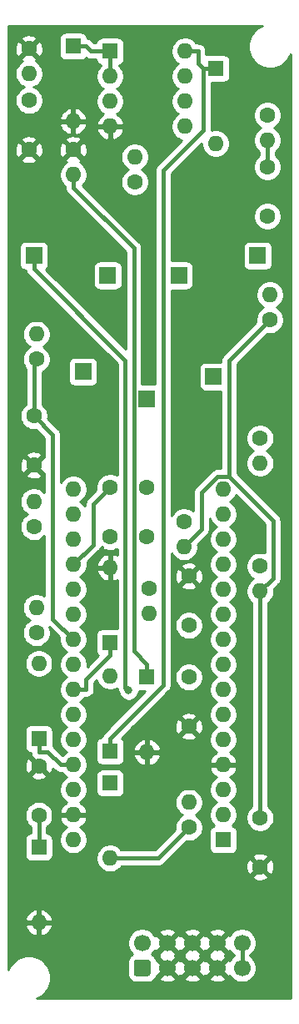
<source format=gbr>
%TF.GenerationSoftware,KiCad,Pcbnew,(5.1.9)-1*%
%TF.CreationDate,2021-06-26T11:37:54+09:00*%
%TF.ProjectId,CHORD_VCO,43484f52-445f-4564-934f-2e6b69636164,rev?*%
%TF.SameCoordinates,Original*%
%TF.FileFunction,Copper,L1,Top*%
%TF.FilePolarity,Positive*%
%FSLAX46Y46*%
G04 Gerber Fmt 4.6, Leading zero omitted, Abs format (unit mm)*
G04 Created by KiCad (PCBNEW (5.1.9)-1) date 2021-06-26 11:37:54*
%MOMM*%
%LPD*%
G01*
G04 APERTURE LIST*
%TA.AperFunction,ComponentPad*%
%ADD10O,1.600000X1.600000*%
%TD*%
%TA.AperFunction,ComponentPad*%
%ADD11C,1.600000*%
%TD*%
%TA.AperFunction,ComponentPad*%
%ADD12R,1.700000X1.700000*%
%TD*%
%TA.AperFunction,ComponentPad*%
%ADD13R,1.600000X1.600000*%
%TD*%
%TA.AperFunction,ComponentPad*%
%ADD14C,1.700000*%
%TD*%
%TA.AperFunction,ViaPad*%
%ADD15C,0.800000*%
%TD*%
%TA.AperFunction,Conductor*%
%ADD16C,0.400000*%
%TD*%
%TA.AperFunction,Conductor*%
%ADD17C,0.254000*%
%TD*%
%TA.AperFunction,Conductor*%
%ADD18C,0.100000*%
%TD*%
G04 APERTURE END LIST*
D10*
%TO.P,R11,2*%
%TO.N,Net-(C7-Pad1)*%
X118500000Y-103540000D03*
D11*
%TO.P,R11,1*%
%TO.N,D9*%
X118500000Y-101000000D03*
%TD*%
D10*
%TO.P,R9,2*%
%TO.N,A5*%
X115000000Y-110290000D03*
D11*
%TO.P,R9,1*%
%TO.N,GND*%
X115000000Y-107750000D03*
%TD*%
D10*
%TO.P,R4,2*%
%TO.N,Net-(J1-PadT)*%
X119000000Y-129460000D03*
D11*
%TO.P,R4,1*%
%TO.N,A7*%
X119000000Y-132000000D03*
%TD*%
D10*
%TO.P,R10,2*%
%TO.N,Net-(C7-Pad1)*%
X126250000Y-108040000D03*
D11*
%TO.P,R10,1*%
%TO.N,D10*%
X126250000Y-105500000D03*
%TD*%
D10*
%TO.P,R8,2*%
%TO.N,A5*%
X126250000Y-95040000D03*
D11*
%TO.P,R8,1*%
%TO.N,Net-(J3-PadT)*%
X126250000Y-92500000D03*
%TD*%
D10*
%TO.P,R2,2*%
%TO.N,Net-(R2-Pad2)*%
X103500000Y-109710000D03*
D11*
%TO.P,R2,1*%
%TO.N,A1*%
X103500000Y-112250000D03*
%TD*%
D10*
%TO.P,R1,2*%
%TO.N,Net-(R1-Pad2)*%
X103250000Y-98960000D03*
D11*
%TO.P,R1,1*%
%TO.N,A0*%
X103250000Y-101500000D03*
%TD*%
D10*
%TO.P,R12,2*%
%TO.N,Net-(C8-Pad1)*%
X127250000Y-77960000D03*
D11*
%TO.P,R12,1*%
%TO.N,Net-(C7-Pad1)*%
X127250000Y-80500000D03*
%TD*%
D10*
%TO.P,R3,2*%
%TO.N,Net-(R3-Pad2)*%
X103500000Y-81960000D03*
D11*
%TO.P,R3,1*%
%TO.N,A3*%
X103500000Y-84500000D03*
%TD*%
D10*
%TO.P,R13,2*%
%TO.N,Net-(C9-Pad2)*%
X127000000Y-62290000D03*
D11*
%TO.P,R13,1*%
%TO.N,Net-(D7-Pad2)*%
X127000000Y-59750000D03*
%TD*%
D10*
%TO.P,R6,2*%
%TO.N,A4*%
X113500000Y-63960000D03*
D11*
%TO.P,R6,1*%
%TO.N,Net-(J2-PadT)*%
X113500000Y-66500000D03*
%TD*%
D10*
%TO.P,R7,2*%
%TO.N,A4*%
X107250000Y-65790000D03*
D11*
%TO.P,R7,1*%
%TO.N,GND*%
X107250000Y-63250000D03*
%TD*%
D10*
%TO.P,R5,2*%
%TO.N,Net-(J1-PadT)*%
X102750000Y-55540000D03*
D11*
%TO.P,R5,1*%
%TO.N,GND*%
X102750000Y-53000000D03*
%TD*%
D12*
%TO.P,ROOT_FREG,1*%
%TO.N,Net-(R1-Pad2)*%
X121500000Y-86250000D03*
%TD*%
%TO.P,INVERSION,1*%
%TO.N,Net-(R2-Pad2)*%
X114750000Y-88500000D03*
%TD*%
%TO.P,CHORD/WAVE,1*%
%TO.N,Net-(R3-Pad2)*%
X108250000Y-85750000D03*
%TD*%
%TO.P,J3,1*%
%TO.N,Net-(J3-PadT)*%
X118000000Y-76000000D03*
%TD*%
%TO.P,J2,1*%
%TO.N,Net-(J2-PadT)*%
X110750000Y-76000000D03*
%TD*%
%TO.P,J1,1*%
%TO.N,Net-(J1-PadT)*%
X103250000Y-74000000D03*
%TD*%
%TO.P,J4,1*%
%TO.N,Net-(C9-Pad1)*%
X126000000Y-74000000D03*
%TD*%
D10*
%TO.P,U1,8*%
%TO.N,5V*%
X118620000Y-53250000D03*
%TO.P,U1,4*%
%TO.N,GND*%
X111000000Y-60870000D03*
%TO.P,U1,7*%
%TO.N,N/C*%
X118620000Y-55790000D03*
%TO.P,U1,3*%
%TO.N,Net-(C8-Pad1)*%
X111000000Y-58330000D03*
%TO.P,U1,6*%
%TO.N,N/C*%
X118620000Y-58330000D03*
%TO.P,U1,2*%
%TO.N,Net-(D7-Pad2)*%
X111000000Y-55790000D03*
%TO.P,U1,5*%
%TO.N,N/C*%
X118620000Y-60870000D03*
D13*
%TO.P,U1,1*%
%TO.N,Net-(D7-Pad2)*%
X111000000Y-53250000D03*
%TD*%
D14*
%TO.P,J5,10*%
%TO.N,EURO12V*%
X124410000Y-143710000D03*
%TO.P,J5,8*%
%TO.N,GND*%
X121870000Y-143710000D03*
%TO.P,J5,6*%
X119330000Y-143710000D03*
%TO.P,J5,4*%
X116790000Y-143710000D03*
%TO.P,J5,2*%
%TO.N,Net-(J5-Pad2)*%
X114250000Y-143710000D03*
%TO.P,J5,9*%
%TO.N,EURO12V*%
X124410000Y-146250000D03*
%TO.P,J5,7*%
%TO.N,GND*%
X121870000Y-146250000D03*
%TO.P,J5,5*%
X119330000Y-146250000D03*
%TO.P,J5,3*%
X116790000Y-146250000D03*
%TO.P,J5,1*%
%TO.N,Net-(J5-Pad1)*%
%TA.AperFunction,ComponentPad*%
G36*
G01*
X114850000Y-147100000D02*
X113650000Y-147100000D01*
G75*
G02*
X113400000Y-146850000I0J250000D01*
G01*
X113400000Y-145650000D01*
G75*
G02*
X113650000Y-145400000I250000J0D01*
G01*
X114850000Y-145400000D01*
G75*
G02*
X115100000Y-145650000I0J-250000D01*
G01*
X115100000Y-146850000D01*
G75*
G02*
X114850000Y-147100000I-250000J0D01*
G01*
G37*
%TD.AperFunction*%
%TD*%
D10*
%TO.P,D8,2*%
%TO.N,GND*%
X107250000Y-60370000D03*
D13*
%TO.P,D8,1*%
%TO.N,Net-(D7-Pad2)*%
X107250000Y-52750000D03*
%TD*%
D10*
%TO.P,D7,2*%
%TO.N,Net-(D7-Pad2)*%
X121750000Y-62620000D03*
D13*
%TO.P,D7,1*%
%TO.N,5V*%
X121750000Y-55000000D03*
%TD*%
D10*
%TO.P,D6,2*%
%TO.N,GND*%
X111000000Y-105630000D03*
D13*
%TO.P,D6,1*%
%TO.N,A5*%
X111000000Y-113250000D03*
%TD*%
D10*
%TO.P,D5,2*%
%TO.N,A5*%
X103750000Y-115380000D03*
D13*
%TO.P,D5,1*%
%TO.N,5V*%
X103750000Y-123000000D03*
%TD*%
D10*
%TO.P,D4,2*%
%TO.N,GND*%
X114750000Y-124370000D03*
D13*
%TO.P,D4,1*%
%TO.N,A4*%
X114750000Y-116750000D03*
%TD*%
D10*
%TO.P,D3,2*%
%TO.N,A4*%
X111000000Y-116630000D03*
D13*
%TO.P,D3,1*%
%TO.N,5V*%
X111000000Y-124250000D03*
%TD*%
D10*
%TO.P,D2,2*%
%TO.N,A7*%
X111000000Y-135120000D03*
D13*
%TO.P,D2,1*%
%TO.N,5V*%
X111000000Y-127500000D03*
%TD*%
D10*
%TO.P,D1,2*%
%TO.N,GND*%
X103750000Y-141620000D03*
D13*
%TO.P,D1,1*%
%TO.N,A7*%
X103750000Y-134000000D03*
%TD*%
D11*
%TO.P,C9,2*%
%TO.N,Net-(C9-Pad2)*%
X127000000Y-65000000D03*
%TO.P,C9,1*%
%TO.N,Net-(C9-Pad1)*%
X127000000Y-70000000D03*
%TD*%
%TO.P,C8,2*%
%TO.N,GND*%
X102750000Y-63250000D03*
%TO.P,C8,1*%
%TO.N,Net-(C8-Pad1)*%
X102750000Y-58250000D03*
%TD*%
%TO.P,C7,2*%
%TO.N,GND*%
X126250000Y-136000000D03*
%TO.P,C7,1*%
%TO.N,Net-(C7-Pad1)*%
X126250000Y-131000000D03*
%TD*%
%TO.P,C6,2*%
%TO.N,GND*%
X119000000Y-106500000D03*
%TO.P,C6,1*%
%TO.N,A5*%
X119000000Y-111500000D03*
%TD*%
%TO.P,C5,2*%
%TO.N,GND*%
X119000000Y-121750000D03*
%TO.P,C5,1*%
%TO.N,A4*%
X119000000Y-116750000D03*
%TD*%
%TO.P,C4,2*%
%TO.N,GND*%
X103750000Y-125750000D03*
%TO.P,C4,1*%
%TO.N,A7*%
X103750000Y-130750000D03*
%TD*%
%TO.P,C3,2*%
%TO.N,GND*%
X103250000Y-95250000D03*
%TO.P,C3,1*%
%TO.N,A3*%
X103250000Y-90250000D03*
%TD*%
%TO.P,C2,2*%
%TO.N,GND*%
X114750000Y-97500000D03*
%TO.P,C2,1*%
%TO.N,A1*%
X114750000Y-102500000D03*
%TD*%
%TO.P,C1,2*%
%TO.N,GND*%
X111000000Y-102500000D03*
%TO.P,C1,1*%
%TO.N,A0*%
X111000000Y-97500000D03*
%TD*%
D10*
%TO.P,A1,16*%
%TO.N,Net-(A1-Pad16)*%
X107260000Y-97690000D03*
%TO.P,A1,15*%
%TO.N,Net-(A1-Pad15)*%
X122500000Y-97690000D03*
%TO.P,A1,30*%
%TO.N,EURO12V*%
X107260000Y-133250000D03*
%TO.P,A1,14*%
%TO.N,Net-(A1-Pad14)*%
X122500000Y-100230000D03*
%TO.P,A1,29*%
%TO.N,GND*%
X107260000Y-130710000D03*
%TO.P,A1,13*%
%TO.N,D10*%
X122500000Y-102770000D03*
%TO.P,A1,28*%
%TO.N,Net-(A1-Pad28)*%
X107260000Y-128170000D03*
%TO.P,A1,12*%
%TO.N,D9*%
X122500000Y-105310000D03*
%TO.P,A1,27*%
%TO.N,5V*%
X107260000Y-125630000D03*
%TO.P,A1,11*%
%TO.N,Net-(A1-Pad11)*%
X122500000Y-107850000D03*
%TO.P,A1,26*%
%TO.N,A7*%
X107260000Y-123090000D03*
%TO.P,A1,10*%
%TO.N,Net-(A1-Pad10)*%
X122500000Y-110390000D03*
%TO.P,A1,25*%
%TO.N,Net-(A1-Pad25)*%
X107260000Y-120550000D03*
%TO.P,A1,9*%
%TO.N,Net-(A1-Pad9)*%
X122500000Y-112930000D03*
%TO.P,A1,24*%
%TO.N,A5*%
X107260000Y-118010000D03*
%TO.P,A1,8*%
%TO.N,Net-(A1-Pad8)*%
X122500000Y-115470000D03*
%TO.P,A1,23*%
%TO.N,A4*%
X107260000Y-115470000D03*
%TO.P,A1,7*%
%TO.N,Net-(A1-Pad7)*%
X122500000Y-118010000D03*
%TO.P,A1,22*%
%TO.N,A3*%
X107260000Y-112930000D03*
%TO.P,A1,6*%
%TO.N,Net-(A1-Pad6)*%
X122500000Y-120550000D03*
%TO.P,A1,21*%
%TO.N,Net-(A1-Pad21)*%
X107260000Y-110390000D03*
%TO.P,A1,5*%
%TO.N,Net-(A1-Pad5)*%
X122500000Y-123090000D03*
%TO.P,A1,20*%
%TO.N,A1*%
X107260000Y-107850000D03*
%TO.P,A1,4*%
%TO.N,GND*%
X122500000Y-125630000D03*
%TO.P,A1,19*%
%TO.N,A0*%
X107260000Y-105310000D03*
%TO.P,A1,3*%
%TO.N,Net-(A1-Pad3)*%
X122500000Y-128170000D03*
%TO.P,A1,18*%
%TO.N,Net-(A1-Pad18)*%
X107260000Y-102770000D03*
%TO.P,A1,2*%
%TO.N,Net-(A1-Pad2)*%
X122500000Y-130710000D03*
%TO.P,A1,17*%
%TO.N,Net-(A1-Pad17)*%
X107260000Y-100230000D03*
D13*
%TO.P,A1,1*%
%TO.N,Net-(A1-Pad1)*%
X122500000Y-133250000D03*
%TD*%
D15*
%TO.N,Net-(J1-PadT)*%
X112875000Y-118109400D03*
%TD*%
D16*
%TO.N,EURO12V*%
X124410000Y-146250000D02*
X124410000Y-143710000D01*
%TO.N,5V*%
X111000000Y-124250000D02*
X111000000Y-122949700D01*
X111000000Y-122949700D02*
X116377200Y-117572500D01*
X116377200Y-117572500D02*
X116377200Y-65354800D01*
X116377200Y-65354800D02*
X120449700Y-61282300D01*
X120449700Y-61282300D02*
X120449700Y-55000000D01*
X118620000Y-53250000D02*
X119920300Y-53250000D01*
X121750000Y-55000000D02*
X120449700Y-55000000D01*
X120449700Y-55000000D02*
X119920300Y-54470600D01*
X119920300Y-54470600D02*
X119920300Y-53250000D01*
X103750000Y-123000000D02*
X103750000Y-124300300D01*
X107260000Y-125630000D02*
X105959700Y-125630000D01*
X105959700Y-125630000D02*
X104630000Y-124300300D01*
X104630000Y-124300300D02*
X103750000Y-124300300D01*
%TO.N,A7*%
X111000000Y-135120000D02*
X115880000Y-135120000D01*
X115880000Y-135120000D02*
X119000000Y-132000000D01*
X103750000Y-130750000D02*
X103750000Y-134000000D01*
%TO.N,A5*%
X107260000Y-118010000D02*
X108560300Y-118010000D01*
X111000000Y-113250000D02*
X111000000Y-114550300D01*
X108560300Y-118010000D02*
X108560300Y-116990000D01*
X108560300Y-116990000D02*
X111000000Y-114550300D01*
%TO.N,A4*%
X107250000Y-65790000D02*
X107250000Y-67090300D01*
X114750000Y-116750000D02*
X114750000Y-115449700D01*
X114750000Y-115449700D02*
X113399600Y-114099300D01*
X113399600Y-114099300D02*
X113399600Y-73239900D01*
X113399600Y-73239900D02*
X107250000Y-67090300D01*
%TO.N,A3*%
X103500000Y-84500000D02*
X103250000Y-84750000D01*
X103250000Y-84750000D02*
X103250000Y-90250000D01*
X107260000Y-112930000D02*
X105166300Y-110836300D01*
X105166300Y-110836300D02*
X105166300Y-92166300D01*
X105166300Y-92166300D02*
X103250000Y-90250000D01*
%TO.N,A0*%
X111000000Y-97500000D02*
X109265100Y-99234900D01*
X109265100Y-99234900D02*
X109265100Y-103304900D01*
X109265100Y-103304900D02*
X107260000Y-105310000D01*
%TO.N,Net-(C7-Pad1)*%
X123090500Y-96385700D02*
X121923600Y-96385700D01*
X121923600Y-96385700D02*
X120275100Y-98034200D01*
X120275100Y-98034200D02*
X120275100Y-101764900D01*
X120275100Y-101764900D02*
X118500000Y-103540000D01*
X126250000Y-108040000D02*
X127556800Y-106733200D01*
X127556800Y-106733200D02*
X127556800Y-100852000D01*
X127556800Y-100852000D02*
X123090500Y-96385700D01*
X127250000Y-80500000D02*
X123090500Y-84659500D01*
X123090500Y-84659500D02*
X123090500Y-96385700D01*
X126250000Y-131000000D02*
X126250000Y-108040000D01*
%TO.N,Net-(C9-Pad2)*%
X127000000Y-65000000D02*
X127000000Y-62290000D01*
%TO.N,Net-(D7-Pad2)*%
X111000000Y-53250000D02*
X109050300Y-53250000D01*
X109050300Y-53250000D02*
X108550300Y-52750000D01*
X107250000Y-52750000D02*
X108550300Y-52750000D01*
X111000000Y-53250000D02*
X111000000Y-55790000D01*
%TO.N,Net-(J1-PadT)*%
X103250000Y-74000000D02*
X103250000Y-75350300D01*
X103250000Y-75350300D02*
X112545800Y-84646100D01*
X112545800Y-84646100D02*
X112545800Y-117780200D01*
X112545800Y-117780200D02*
X112875000Y-118109400D01*
%TD*%
D17*
%TO.N,GND*%
X126191331Y-50769369D02*
X125825271Y-51013962D01*
X125513962Y-51325271D01*
X125269369Y-51691331D01*
X125100890Y-52098075D01*
X125015000Y-52529872D01*
X125015000Y-52970128D01*
X125100890Y-53401925D01*
X125269369Y-53808669D01*
X125513962Y-54174729D01*
X125825271Y-54486038D01*
X126191331Y-54730631D01*
X126598075Y-54899110D01*
X127029872Y-54985000D01*
X127470128Y-54985000D01*
X127901925Y-54899110D01*
X128308669Y-54730631D01*
X128674729Y-54486038D01*
X128986038Y-54174729D01*
X129230631Y-53808669D01*
X129340001Y-53544627D01*
X129340000Y-149340000D01*
X103544629Y-149340000D01*
X103808669Y-149230631D01*
X104174729Y-148986038D01*
X104486038Y-148674729D01*
X104730631Y-148308669D01*
X104899110Y-147901925D01*
X104985000Y-147470128D01*
X104985000Y-147029872D01*
X104899110Y-146598075D01*
X104730631Y-146191331D01*
X104486038Y-145825271D01*
X104310767Y-145650000D01*
X112761928Y-145650000D01*
X112761928Y-146850000D01*
X112778992Y-147023254D01*
X112829528Y-147189850D01*
X112911595Y-147343386D01*
X113022038Y-147477962D01*
X113156614Y-147588405D01*
X113310150Y-147670472D01*
X113476746Y-147721008D01*
X113650000Y-147738072D01*
X114850000Y-147738072D01*
X115023254Y-147721008D01*
X115189850Y-147670472D01*
X115343386Y-147588405D01*
X115477962Y-147477962D01*
X115588405Y-147343386D01*
X115623142Y-147278397D01*
X115941208Y-147278397D01*
X116018843Y-147527472D01*
X116282883Y-147653371D01*
X116566411Y-147725339D01*
X116858531Y-147740611D01*
X117148019Y-147698599D01*
X117423747Y-147600919D01*
X117561157Y-147527472D01*
X117638792Y-147278397D01*
X118481208Y-147278397D01*
X118558843Y-147527472D01*
X118822883Y-147653371D01*
X119106411Y-147725339D01*
X119398531Y-147740611D01*
X119688019Y-147698599D01*
X119963747Y-147600919D01*
X120101157Y-147527472D01*
X120178792Y-147278397D01*
X121021208Y-147278397D01*
X121098843Y-147527472D01*
X121362883Y-147653371D01*
X121646411Y-147725339D01*
X121938531Y-147740611D01*
X122228019Y-147698599D01*
X122503747Y-147600919D01*
X122641157Y-147527472D01*
X122718792Y-147278397D01*
X121870000Y-146429605D01*
X121021208Y-147278397D01*
X120178792Y-147278397D01*
X119330000Y-146429605D01*
X118481208Y-147278397D01*
X117638792Y-147278397D01*
X116790000Y-146429605D01*
X115941208Y-147278397D01*
X115623142Y-147278397D01*
X115670472Y-147189850D01*
X115703580Y-147080707D01*
X115761603Y-147098792D01*
X116610395Y-146250000D01*
X116969605Y-146250000D01*
X117818397Y-147098792D01*
X118060000Y-147023486D01*
X118301603Y-147098792D01*
X119150395Y-146250000D01*
X119509605Y-146250000D01*
X120358397Y-147098792D01*
X120600000Y-147023486D01*
X120841603Y-147098792D01*
X121690395Y-146250000D01*
X120841603Y-145401208D01*
X120600000Y-145476514D01*
X120358397Y-145401208D01*
X119509605Y-146250000D01*
X119150395Y-146250000D01*
X118301603Y-145401208D01*
X118060000Y-145476514D01*
X117818397Y-145401208D01*
X116969605Y-146250000D01*
X116610395Y-146250000D01*
X115761603Y-145401208D01*
X115703580Y-145419293D01*
X115670472Y-145310150D01*
X115588405Y-145156614D01*
X115477962Y-145022038D01*
X115343386Y-144911595D01*
X115216392Y-144843715D01*
X115321710Y-144738397D01*
X115941208Y-144738397D01*
X116016514Y-144980000D01*
X115941208Y-145221603D01*
X116790000Y-146070395D01*
X117638792Y-145221603D01*
X117563486Y-144980000D01*
X117638792Y-144738397D01*
X118481208Y-144738397D01*
X118556514Y-144980000D01*
X118481208Y-145221603D01*
X119330000Y-146070395D01*
X120178792Y-145221603D01*
X120103486Y-144980000D01*
X120178792Y-144738397D01*
X121021208Y-144738397D01*
X121096514Y-144980000D01*
X121021208Y-145221603D01*
X121870000Y-146070395D01*
X122718792Y-145221603D01*
X122643486Y-144980000D01*
X122718792Y-144738397D01*
X121870000Y-143889605D01*
X121021208Y-144738397D01*
X120178792Y-144738397D01*
X119330000Y-143889605D01*
X118481208Y-144738397D01*
X117638792Y-144738397D01*
X116790000Y-143889605D01*
X115941208Y-144738397D01*
X115321710Y-144738397D01*
X115403475Y-144656632D01*
X115519311Y-144483271D01*
X115761603Y-144558792D01*
X116610395Y-143710000D01*
X116969605Y-143710000D01*
X117818397Y-144558792D01*
X118060000Y-144483486D01*
X118301603Y-144558792D01*
X119150395Y-143710000D01*
X119509605Y-143710000D01*
X120358397Y-144558792D01*
X120600000Y-144483486D01*
X120841603Y-144558792D01*
X121690395Y-143710000D01*
X122049605Y-143710000D01*
X122898397Y-144558792D01*
X123140689Y-144483271D01*
X123256525Y-144656632D01*
X123463368Y-144863475D01*
X123575001Y-144938065D01*
X123575000Y-145021935D01*
X123463368Y-145096525D01*
X123256525Y-145303368D01*
X123140689Y-145476729D01*
X122898397Y-145401208D01*
X122049605Y-146250000D01*
X122898397Y-147098792D01*
X123140689Y-147023271D01*
X123256525Y-147196632D01*
X123463368Y-147403475D01*
X123706589Y-147565990D01*
X123976842Y-147677932D01*
X124263740Y-147735000D01*
X124556260Y-147735000D01*
X124843158Y-147677932D01*
X125113411Y-147565990D01*
X125356632Y-147403475D01*
X125563475Y-147196632D01*
X125725990Y-146953411D01*
X125837932Y-146683158D01*
X125895000Y-146396260D01*
X125895000Y-146103740D01*
X125837932Y-145816842D01*
X125725990Y-145546589D01*
X125563475Y-145303368D01*
X125356632Y-145096525D01*
X125245000Y-145021935D01*
X125245000Y-144938065D01*
X125356632Y-144863475D01*
X125563475Y-144656632D01*
X125725990Y-144413411D01*
X125837932Y-144143158D01*
X125895000Y-143856260D01*
X125895000Y-143563740D01*
X125837932Y-143276842D01*
X125725990Y-143006589D01*
X125563475Y-142763368D01*
X125356632Y-142556525D01*
X125113411Y-142394010D01*
X124843158Y-142282068D01*
X124556260Y-142225000D01*
X124263740Y-142225000D01*
X123976842Y-142282068D01*
X123706589Y-142394010D01*
X123463368Y-142556525D01*
X123256525Y-142763368D01*
X123140689Y-142936729D01*
X122898397Y-142861208D01*
X122049605Y-143710000D01*
X121690395Y-143710000D01*
X120841603Y-142861208D01*
X120600000Y-142936514D01*
X120358397Y-142861208D01*
X119509605Y-143710000D01*
X119150395Y-143710000D01*
X118301603Y-142861208D01*
X118060000Y-142936514D01*
X117818397Y-142861208D01*
X116969605Y-143710000D01*
X116610395Y-143710000D01*
X115761603Y-142861208D01*
X115519311Y-142936729D01*
X115403475Y-142763368D01*
X115321710Y-142681603D01*
X115941208Y-142681603D01*
X116790000Y-143530395D01*
X117638792Y-142681603D01*
X118481208Y-142681603D01*
X119330000Y-143530395D01*
X120178792Y-142681603D01*
X121021208Y-142681603D01*
X121870000Y-143530395D01*
X122718792Y-142681603D01*
X122641157Y-142432528D01*
X122377117Y-142306629D01*
X122093589Y-142234661D01*
X121801469Y-142219389D01*
X121511981Y-142261401D01*
X121236253Y-142359081D01*
X121098843Y-142432528D01*
X121021208Y-142681603D01*
X120178792Y-142681603D01*
X120101157Y-142432528D01*
X119837117Y-142306629D01*
X119553589Y-142234661D01*
X119261469Y-142219389D01*
X118971981Y-142261401D01*
X118696253Y-142359081D01*
X118558843Y-142432528D01*
X118481208Y-142681603D01*
X117638792Y-142681603D01*
X117561157Y-142432528D01*
X117297117Y-142306629D01*
X117013589Y-142234661D01*
X116721469Y-142219389D01*
X116431981Y-142261401D01*
X116156253Y-142359081D01*
X116018843Y-142432528D01*
X115941208Y-142681603D01*
X115321710Y-142681603D01*
X115196632Y-142556525D01*
X114953411Y-142394010D01*
X114683158Y-142282068D01*
X114396260Y-142225000D01*
X114103740Y-142225000D01*
X113816842Y-142282068D01*
X113546589Y-142394010D01*
X113303368Y-142556525D01*
X113096525Y-142763368D01*
X112934010Y-143006589D01*
X112822068Y-143276842D01*
X112765000Y-143563740D01*
X112765000Y-143856260D01*
X112822068Y-144143158D01*
X112934010Y-144413411D01*
X113096525Y-144656632D01*
X113283608Y-144843715D01*
X113156614Y-144911595D01*
X113022038Y-145022038D01*
X112911595Y-145156614D01*
X112829528Y-145310150D01*
X112778992Y-145476746D01*
X112761928Y-145650000D01*
X104310767Y-145650000D01*
X104174729Y-145513962D01*
X103808669Y-145269369D01*
X103401925Y-145100890D01*
X102970128Y-145015000D01*
X102529872Y-145015000D01*
X102098075Y-145100890D01*
X101691331Y-145269369D01*
X101325271Y-145513962D01*
X101013962Y-145825271D01*
X100769369Y-146191331D01*
X100660000Y-146455371D01*
X100660000Y-141969040D01*
X102358091Y-141969040D01*
X102452930Y-142233881D01*
X102597615Y-142475131D01*
X102786586Y-142683519D01*
X103012580Y-142851037D01*
X103266913Y-142971246D01*
X103400961Y-143011904D01*
X103623000Y-142889915D01*
X103623000Y-141747000D01*
X103877000Y-141747000D01*
X103877000Y-142889915D01*
X104099039Y-143011904D01*
X104233087Y-142971246D01*
X104487420Y-142851037D01*
X104713414Y-142683519D01*
X104902385Y-142475131D01*
X105047070Y-142233881D01*
X105141909Y-141969040D01*
X105020624Y-141747000D01*
X103877000Y-141747000D01*
X103623000Y-141747000D01*
X102479376Y-141747000D01*
X102358091Y-141969040D01*
X100660000Y-141969040D01*
X100660000Y-141270960D01*
X102358091Y-141270960D01*
X102479376Y-141493000D01*
X103623000Y-141493000D01*
X103623000Y-140350085D01*
X103877000Y-140350085D01*
X103877000Y-141493000D01*
X105020624Y-141493000D01*
X105141909Y-141270960D01*
X105047070Y-141006119D01*
X104902385Y-140764869D01*
X104713414Y-140556481D01*
X104487420Y-140388963D01*
X104233087Y-140268754D01*
X104099039Y-140228096D01*
X103877000Y-140350085D01*
X103623000Y-140350085D01*
X103400961Y-140228096D01*
X103266913Y-140268754D01*
X103012580Y-140388963D01*
X102786586Y-140556481D01*
X102597615Y-140764869D01*
X102452930Y-141006119D01*
X102358091Y-141270960D01*
X100660000Y-141270960D01*
X100660000Y-136992702D01*
X125436903Y-136992702D01*
X125508486Y-137236671D01*
X125763996Y-137357571D01*
X126038184Y-137426300D01*
X126320512Y-137440217D01*
X126600130Y-137398787D01*
X126866292Y-137303603D01*
X126991514Y-137236671D01*
X127063097Y-136992702D01*
X126250000Y-136179605D01*
X125436903Y-136992702D01*
X100660000Y-136992702D01*
X100660000Y-133200000D01*
X102311928Y-133200000D01*
X102311928Y-134800000D01*
X102324188Y-134924482D01*
X102360498Y-135044180D01*
X102419463Y-135154494D01*
X102498815Y-135251185D01*
X102595506Y-135330537D01*
X102705820Y-135389502D01*
X102825518Y-135425812D01*
X102950000Y-135438072D01*
X104550000Y-135438072D01*
X104674482Y-135425812D01*
X104794180Y-135389502D01*
X104904494Y-135330537D01*
X105001185Y-135251185D01*
X105080537Y-135154494D01*
X105139502Y-135044180D01*
X105159375Y-134978665D01*
X109565000Y-134978665D01*
X109565000Y-135261335D01*
X109620147Y-135538574D01*
X109728320Y-135799727D01*
X109885363Y-136034759D01*
X110085241Y-136234637D01*
X110320273Y-136391680D01*
X110581426Y-136499853D01*
X110858665Y-136555000D01*
X111141335Y-136555000D01*
X111418574Y-136499853D01*
X111679727Y-136391680D01*
X111914759Y-136234637D01*
X112078884Y-136070512D01*
X124809783Y-136070512D01*
X124851213Y-136350130D01*
X124946397Y-136616292D01*
X125013329Y-136741514D01*
X125257298Y-136813097D01*
X126070395Y-136000000D01*
X126429605Y-136000000D01*
X127242702Y-136813097D01*
X127486671Y-136741514D01*
X127607571Y-136486004D01*
X127676300Y-136211816D01*
X127690217Y-135929488D01*
X127648787Y-135649870D01*
X127553603Y-135383708D01*
X127486671Y-135258486D01*
X127242702Y-135186903D01*
X126429605Y-136000000D01*
X126070395Y-136000000D01*
X125257298Y-135186903D01*
X125013329Y-135258486D01*
X124892429Y-135513996D01*
X124823700Y-135788184D01*
X124809783Y-136070512D01*
X112078884Y-136070512D01*
X112114637Y-136034759D01*
X112167930Y-135955000D01*
X115838982Y-135955000D01*
X115880000Y-135959040D01*
X115921018Y-135955000D01*
X115921019Y-135955000D01*
X116043689Y-135942918D01*
X116201087Y-135895172D01*
X116346146Y-135817636D01*
X116473291Y-135713291D01*
X116499446Y-135681421D01*
X117173569Y-135007298D01*
X125436903Y-135007298D01*
X126250000Y-135820395D01*
X127063097Y-135007298D01*
X126991514Y-134763329D01*
X126736004Y-134642429D01*
X126461816Y-134573700D01*
X126179488Y-134559783D01*
X125899870Y-134601213D01*
X125633708Y-134696397D01*
X125508486Y-134763329D01*
X125436903Y-135007298D01*
X117173569Y-135007298D01*
X118764582Y-133416286D01*
X118858665Y-133435000D01*
X119141335Y-133435000D01*
X119418574Y-133379853D01*
X119679727Y-133271680D01*
X119914759Y-133114637D01*
X120114637Y-132914759D01*
X120271680Y-132679727D01*
X120366835Y-132450000D01*
X121061928Y-132450000D01*
X121061928Y-134050000D01*
X121074188Y-134174482D01*
X121110498Y-134294180D01*
X121169463Y-134404494D01*
X121248815Y-134501185D01*
X121345506Y-134580537D01*
X121455820Y-134639502D01*
X121575518Y-134675812D01*
X121700000Y-134688072D01*
X123300000Y-134688072D01*
X123424482Y-134675812D01*
X123544180Y-134639502D01*
X123654494Y-134580537D01*
X123751185Y-134501185D01*
X123830537Y-134404494D01*
X123889502Y-134294180D01*
X123925812Y-134174482D01*
X123938072Y-134050000D01*
X123938072Y-132450000D01*
X123925812Y-132325518D01*
X123889502Y-132205820D01*
X123830537Y-132095506D01*
X123751185Y-131998815D01*
X123654494Y-131919463D01*
X123544180Y-131860498D01*
X123424482Y-131824188D01*
X123416039Y-131823357D01*
X123614637Y-131624759D01*
X123771680Y-131389727D01*
X123879853Y-131128574D01*
X123935000Y-130851335D01*
X123935000Y-130568665D01*
X123879853Y-130291426D01*
X123771680Y-130030273D01*
X123614637Y-129795241D01*
X123414759Y-129595363D01*
X123182241Y-129440000D01*
X123414759Y-129284637D01*
X123614637Y-129084759D01*
X123771680Y-128849727D01*
X123879853Y-128588574D01*
X123935000Y-128311335D01*
X123935000Y-128028665D01*
X123879853Y-127751426D01*
X123771680Y-127490273D01*
X123614637Y-127255241D01*
X123414759Y-127055363D01*
X123179727Y-126898320D01*
X123169135Y-126893933D01*
X123355131Y-126782385D01*
X123563519Y-126593414D01*
X123731037Y-126367420D01*
X123851246Y-126113087D01*
X123891904Y-125979039D01*
X123769915Y-125757000D01*
X122627000Y-125757000D01*
X122627000Y-125777000D01*
X122373000Y-125777000D01*
X122373000Y-125757000D01*
X121230085Y-125757000D01*
X121108096Y-125979039D01*
X121148754Y-126113087D01*
X121268963Y-126367420D01*
X121436481Y-126593414D01*
X121644869Y-126782385D01*
X121830865Y-126893933D01*
X121820273Y-126898320D01*
X121585241Y-127055363D01*
X121385363Y-127255241D01*
X121228320Y-127490273D01*
X121120147Y-127751426D01*
X121065000Y-128028665D01*
X121065000Y-128311335D01*
X121120147Y-128588574D01*
X121228320Y-128849727D01*
X121385363Y-129084759D01*
X121585241Y-129284637D01*
X121817759Y-129440000D01*
X121585241Y-129595363D01*
X121385363Y-129795241D01*
X121228320Y-130030273D01*
X121120147Y-130291426D01*
X121065000Y-130568665D01*
X121065000Y-130851335D01*
X121120147Y-131128574D01*
X121228320Y-131389727D01*
X121385363Y-131624759D01*
X121583961Y-131823357D01*
X121575518Y-131824188D01*
X121455820Y-131860498D01*
X121345506Y-131919463D01*
X121248815Y-131998815D01*
X121169463Y-132095506D01*
X121110498Y-132205820D01*
X121074188Y-132325518D01*
X121061928Y-132450000D01*
X120366835Y-132450000D01*
X120379853Y-132418574D01*
X120435000Y-132141335D01*
X120435000Y-131858665D01*
X120379853Y-131581426D01*
X120271680Y-131320273D01*
X120114637Y-131085241D01*
X119914759Y-130885363D01*
X119682241Y-130730000D01*
X119914759Y-130574637D01*
X120114637Y-130374759D01*
X120271680Y-130139727D01*
X120379853Y-129878574D01*
X120435000Y-129601335D01*
X120435000Y-129318665D01*
X120379853Y-129041426D01*
X120271680Y-128780273D01*
X120114637Y-128545241D01*
X119914759Y-128345363D01*
X119679727Y-128188320D01*
X119418574Y-128080147D01*
X119141335Y-128025000D01*
X118858665Y-128025000D01*
X118581426Y-128080147D01*
X118320273Y-128188320D01*
X118085241Y-128345363D01*
X117885363Y-128545241D01*
X117728320Y-128780273D01*
X117620147Y-129041426D01*
X117565000Y-129318665D01*
X117565000Y-129601335D01*
X117620147Y-129878574D01*
X117728320Y-130139727D01*
X117885363Y-130374759D01*
X118085241Y-130574637D01*
X118317759Y-130730000D01*
X118085241Y-130885363D01*
X117885363Y-131085241D01*
X117728320Y-131320273D01*
X117620147Y-131581426D01*
X117565000Y-131858665D01*
X117565000Y-132141335D01*
X117583714Y-132235418D01*
X115534133Y-134285000D01*
X112167930Y-134285000D01*
X112114637Y-134205241D01*
X111914759Y-134005363D01*
X111679727Y-133848320D01*
X111418574Y-133740147D01*
X111141335Y-133685000D01*
X110858665Y-133685000D01*
X110581426Y-133740147D01*
X110320273Y-133848320D01*
X110085241Y-134005363D01*
X109885363Y-134205241D01*
X109728320Y-134440273D01*
X109620147Y-134701426D01*
X109565000Y-134978665D01*
X105159375Y-134978665D01*
X105175812Y-134924482D01*
X105188072Y-134800000D01*
X105188072Y-133200000D01*
X105179077Y-133108665D01*
X105825000Y-133108665D01*
X105825000Y-133391335D01*
X105880147Y-133668574D01*
X105988320Y-133929727D01*
X106145363Y-134164759D01*
X106345241Y-134364637D01*
X106580273Y-134521680D01*
X106841426Y-134629853D01*
X107118665Y-134685000D01*
X107401335Y-134685000D01*
X107678574Y-134629853D01*
X107939727Y-134521680D01*
X108174759Y-134364637D01*
X108374637Y-134164759D01*
X108531680Y-133929727D01*
X108639853Y-133668574D01*
X108695000Y-133391335D01*
X108695000Y-133108665D01*
X108639853Y-132831426D01*
X108531680Y-132570273D01*
X108374637Y-132335241D01*
X108174759Y-132135363D01*
X107939727Y-131978320D01*
X107929135Y-131973933D01*
X108115131Y-131862385D01*
X108323519Y-131673414D01*
X108491037Y-131447420D01*
X108611246Y-131193087D01*
X108651904Y-131059039D01*
X108529915Y-130837000D01*
X107387000Y-130837000D01*
X107387000Y-130857000D01*
X107133000Y-130857000D01*
X107133000Y-130837000D01*
X105990085Y-130837000D01*
X105868096Y-131059039D01*
X105908754Y-131193087D01*
X106028963Y-131447420D01*
X106196481Y-131673414D01*
X106404869Y-131862385D01*
X106590865Y-131973933D01*
X106580273Y-131978320D01*
X106345241Y-132135363D01*
X106145363Y-132335241D01*
X105988320Y-132570273D01*
X105880147Y-132831426D01*
X105825000Y-133108665D01*
X105179077Y-133108665D01*
X105175812Y-133075518D01*
X105139502Y-132955820D01*
X105080537Y-132845506D01*
X105001185Y-132748815D01*
X104904494Y-132669463D01*
X104794180Y-132610498D01*
X104674482Y-132574188D01*
X104585000Y-132565375D01*
X104585000Y-131917930D01*
X104664759Y-131864637D01*
X104864637Y-131664759D01*
X105021680Y-131429727D01*
X105129853Y-131168574D01*
X105185000Y-130891335D01*
X105185000Y-130608665D01*
X105129853Y-130331426D01*
X105021680Y-130070273D01*
X104864637Y-129835241D01*
X104664759Y-129635363D01*
X104429727Y-129478320D01*
X104168574Y-129370147D01*
X103891335Y-129315000D01*
X103608665Y-129315000D01*
X103331426Y-129370147D01*
X103070273Y-129478320D01*
X102835241Y-129635363D01*
X102635363Y-129835241D01*
X102478320Y-130070273D01*
X102370147Y-130331426D01*
X102315000Y-130608665D01*
X102315000Y-130891335D01*
X102370147Y-131168574D01*
X102478320Y-131429727D01*
X102635363Y-131664759D01*
X102835241Y-131864637D01*
X102915000Y-131917930D01*
X102915001Y-132565375D01*
X102825518Y-132574188D01*
X102705820Y-132610498D01*
X102595506Y-132669463D01*
X102498815Y-132748815D01*
X102419463Y-132845506D01*
X102360498Y-132955820D01*
X102324188Y-133075518D01*
X102311928Y-133200000D01*
X100660000Y-133200000D01*
X100660000Y-126742702D01*
X102936903Y-126742702D01*
X103008486Y-126986671D01*
X103263996Y-127107571D01*
X103538184Y-127176300D01*
X103820512Y-127190217D01*
X104100130Y-127148787D01*
X104366292Y-127053603D01*
X104491514Y-126986671D01*
X104563097Y-126742702D01*
X103750000Y-125929605D01*
X102936903Y-126742702D01*
X100660000Y-126742702D01*
X100660000Y-125820512D01*
X102309783Y-125820512D01*
X102351213Y-126100130D01*
X102446397Y-126366292D01*
X102513329Y-126491514D01*
X102757298Y-126563097D01*
X103570395Y-125750000D01*
X102757298Y-124936903D01*
X102513329Y-125008486D01*
X102392429Y-125263996D01*
X102323700Y-125538184D01*
X102309783Y-125820512D01*
X100660000Y-125820512D01*
X100660000Y-115238665D01*
X102315000Y-115238665D01*
X102315000Y-115521335D01*
X102370147Y-115798574D01*
X102478320Y-116059727D01*
X102635363Y-116294759D01*
X102835241Y-116494637D01*
X103070273Y-116651680D01*
X103331426Y-116759853D01*
X103608665Y-116815000D01*
X103891335Y-116815000D01*
X104168574Y-116759853D01*
X104429727Y-116651680D01*
X104664759Y-116494637D01*
X104864637Y-116294759D01*
X105021680Y-116059727D01*
X105129853Y-115798574D01*
X105185000Y-115521335D01*
X105185000Y-115238665D01*
X105129853Y-114961426D01*
X105021680Y-114700273D01*
X104864637Y-114465241D01*
X104664759Y-114265363D01*
X104429727Y-114108320D01*
X104168574Y-114000147D01*
X103891335Y-113945000D01*
X103608665Y-113945000D01*
X103331426Y-114000147D01*
X103070273Y-114108320D01*
X102835241Y-114265363D01*
X102635363Y-114465241D01*
X102478320Y-114700273D01*
X102370147Y-114961426D01*
X102315000Y-115238665D01*
X100660000Y-115238665D01*
X100660000Y-96242702D01*
X102436903Y-96242702D01*
X102508486Y-96486671D01*
X102763996Y-96607571D01*
X103038184Y-96676300D01*
X103320512Y-96690217D01*
X103600130Y-96648787D01*
X103866292Y-96553603D01*
X103991514Y-96486671D01*
X104063097Y-96242702D01*
X103250000Y-95429605D01*
X102436903Y-96242702D01*
X100660000Y-96242702D01*
X100660000Y-95320512D01*
X101809783Y-95320512D01*
X101851213Y-95600130D01*
X101946397Y-95866292D01*
X102013329Y-95991514D01*
X102257298Y-96063097D01*
X103070395Y-95250000D01*
X102257298Y-94436903D01*
X102013329Y-94508486D01*
X101892429Y-94763996D01*
X101823700Y-95038184D01*
X101809783Y-95320512D01*
X100660000Y-95320512D01*
X100660000Y-94257298D01*
X102436903Y-94257298D01*
X103250000Y-95070395D01*
X104063097Y-94257298D01*
X103991514Y-94013329D01*
X103736004Y-93892429D01*
X103461816Y-93823700D01*
X103179488Y-93809783D01*
X102899870Y-93851213D01*
X102633708Y-93946397D01*
X102508486Y-94013329D01*
X102436903Y-94257298D01*
X100660000Y-94257298D01*
X100660000Y-73150000D01*
X101761928Y-73150000D01*
X101761928Y-74850000D01*
X101774188Y-74974482D01*
X101810498Y-75094180D01*
X101869463Y-75204494D01*
X101948815Y-75301185D01*
X102045506Y-75380537D01*
X102155820Y-75439502D01*
X102275518Y-75475812D01*
X102400000Y-75488072D01*
X102424529Y-75488072D01*
X102427082Y-75513988D01*
X102474828Y-75671386D01*
X102474829Y-75671387D01*
X102552365Y-75816446D01*
X102656710Y-75943591D01*
X102688574Y-75969741D01*
X111710800Y-84991968D01*
X111710800Y-96249083D01*
X111679727Y-96228320D01*
X111418574Y-96120147D01*
X111141335Y-96065000D01*
X110858665Y-96065000D01*
X110581426Y-96120147D01*
X110320273Y-96228320D01*
X110085241Y-96385363D01*
X109885363Y-96585241D01*
X109728320Y-96820273D01*
X109620147Y-97081426D01*
X109565000Y-97358665D01*
X109565000Y-97641335D01*
X109583715Y-97735418D01*
X108703679Y-98615454D01*
X108671809Y-98641609D01*
X108567465Y-98768754D01*
X108567464Y-98768755D01*
X108489928Y-98913814D01*
X108442182Y-99071212D01*
X108426060Y-99234900D01*
X108430100Y-99275919D01*
X108430100Y-99398248D01*
X108374637Y-99315241D01*
X108174759Y-99115363D01*
X107942241Y-98960000D01*
X108174759Y-98804637D01*
X108374637Y-98604759D01*
X108531680Y-98369727D01*
X108639853Y-98108574D01*
X108695000Y-97831335D01*
X108695000Y-97548665D01*
X108639853Y-97271426D01*
X108531680Y-97010273D01*
X108374637Y-96775241D01*
X108174759Y-96575363D01*
X107939727Y-96418320D01*
X107678574Y-96310147D01*
X107401335Y-96255000D01*
X107118665Y-96255000D01*
X106841426Y-96310147D01*
X106580273Y-96418320D01*
X106345241Y-96575363D01*
X106145363Y-96775241D01*
X106001300Y-96990847D01*
X106001300Y-92207307D01*
X106005339Y-92166299D01*
X106001300Y-92125291D01*
X106001300Y-92125281D01*
X105989218Y-92002611D01*
X105941472Y-91845213D01*
X105863936Y-91700154D01*
X105759591Y-91573009D01*
X105727727Y-91546859D01*
X104666285Y-90485418D01*
X104685000Y-90391335D01*
X104685000Y-90108665D01*
X104629853Y-89831426D01*
X104521680Y-89570273D01*
X104364637Y-89335241D01*
X104164759Y-89135363D01*
X104085000Y-89082070D01*
X104085000Y-85810917D01*
X104179727Y-85771680D01*
X104414759Y-85614637D01*
X104614637Y-85414759D01*
X104771680Y-85179727D01*
X104879853Y-84918574D01*
X104883547Y-84900000D01*
X106761928Y-84900000D01*
X106761928Y-86600000D01*
X106774188Y-86724482D01*
X106810498Y-86844180D01*
X106869463Y-86954494D01*
X106948815Y-87051185D01*
X107045506Y-87130537D01*
X107155820Y-87189502D01*
X107275518Y-87225812D01*
X107400000Y-87238072D01*
X109100000Y-87238072D01*
X109224482Y-87225812D01*
X109344180Y-87189502D01*
X109454494Y-87130537D01*
X109551185Y-87051185D01*
X109630537Y-86954494D01*
X109689502Y-86844180D01*
X109725812Y-86724482D01*
X109738072Y-86600000D01*
X109738072Y-84900000D01*
X109725812Y-84775518D01*
X109689502Y-84655820D01*
X109630537Y-84545506D01*
X109551185Y-84448815D01*
X109454494Y-84369463D01*
X109344180Y-84310498D01*
X109224482Y-84274188D01*
X109100000Y-84261928D01*
X107400000Y-84261928D01*
X107275518Y-84274188D01*
X107155820Y-84310498D01*
X107045506Y-84369463D01*
X106948815Y-84448815D01*
X106869463Y-84545506D01*
X106810498Y-84655820D01*
X106774188Y-84775518D01*
X106761928Y-84900000D01*
X104883547Y-84900000D01*
X104935000Y-84641335D01*
X104935000Y-84358665D01*
X104879853Y-84081426D01*
X104771680Y-83820273D01*
X104614637Y-83585241D01*
X104414759Y-83385363D01*
X104182241Y-83230000D01*
X104414759Y-83074637D01*
X104614637Y-82874759D01*
X104771680Y-82639727D01*
X104879853Y-82378574D01*
X104935000Y-82101335D01*
X104935000Y-81818665D01*
X104879853Y-81541426D01*
X104771680Y-81280273D01*
X104614637Y-81045241D01*
X104414759Y-80845363D01*
X104179727Y-80688320D01*
X103918574Y-80580147D01*
X103641335Y-80525000D01*
X103358665Y-80525000D01*
X103081426Y-80580147D01*
X102820273Y-80688320D01*
X102585241Y-80845363D01*
X102385363Y-81045241D01*
X102228320Y-81280273D01*
X102120147Y-81541426D01*
X102065000Y-81818665D01*
X102065000Y-82101335D01*
X102120147Y-82378574D01*
X102228320Y-82639727D01*
X102385363Y-82874759D01*
X102585241Y-83074637D01*
X102817759Y-83230000D01*
X102585241Y-83385363D01*
X102385363Y-83585241D01*
X102228320Y-83820273D01*
X102120147Y-84081426D01*
X102065000Y-84358665D01*
X102065000Y-84641335D01*
X102120147Y-84918574D01*
X102228320Y-85179727D01*
X102385363Y-85414759D01*
X102415000Y-85444396D01*
X102415001Y-89082069D01*
X102335241Y-89135363D01*
X102135363Y-89335241D01*
X101978320Y-89570273D01*
X101870147Y-89831426D01*
X101815000Y-90108665D01*
X101815000Y-90391335D01*
X101870147Y-90668574D01*
X101978320Y-90929727D01*
X102135363Y-91164759D01*
X102335241Y-91364637D01*
X102570273Y-91521680D01*
X102831426Y-91629853D01*
X103108665Y-91685000D01*
X103391335Y-91685000D01*
X103485418Y-91666285D01*
X104331301Y-92512169D01*
X104331301Y-94462899D01*
X104242702Y-94436903D01*
X103429605Y-95250000D01*
X104242702Y-96063097D01*
X104331301Y-96037101D01*
X104331301Y-98011905D01*
X104164759Y-97845363D01*
X103929727Y-97688320D01*
X103668574Y-97580147D01*
X103391335Y-97525000D01*
X103108665Y-97525000D01*
X102831426Y-97580147D01*
X102570273Y-97688320D01*
X102335241Y-97845363D01*
X102135363Y-98045241D01*
X101978320Y-98280273D01*
X101870147Y-98541426D01*
X101815000Y-98818665D01*
X101815000Y-99101335D01*
X101870147Y-99378574D01*
X101978320Y-99639727D01*
X102135363Y-99874759D01*
X102335241Y-100074637D01*
X102567759Y-100230000D01*
X102335241Y-100385363D01*
X102135363Y-100585241D01*
X101978320Y-100820273D01*
X101870147Y-101081426D01*
X101815000Y-101358665D01*
X101815000Y-101641335D01*
X101870147Y-101918574D01*
X101978320Y-102179727D01*
X102135363Y-102414759D01*
X102335241Y-102614637D01*
X102570273Y-102771680D01*
X102831426Y-102879853D01*
X103108665Y-102935000D01*
X103391335Y-102935000D01*
X103668574Y-102879853D01*
X103929727Y-102771680D01*
X104164759Y-102614637D01*
X104331300Y-102448096D01*
X104331300Y-108539598D01*
X104179727Y-108438320D01*
X103918574Y-108330147D01*
X103641335Y-108275000D01*
X103358665Y-108275000D01*
X103081426Y-108330147D01*
X102820273Y-108438320D01*
X102585241Y-108595363D01*
X102385363Y-108795241D01*
X102228320Y-109030273D01*
X102120147Y-109291426D01*
X102065000Y-109568665D01*
X102065000Y-109851335D01*
X102120147Y-110128574D01*
X102228320Y-110389727D01*
X102385363Y-110624759D01*
X102585241Y-110824637D01*
X102817759Y-110980000D01*
X102585241Y-111135363D01*
X102385363Y-111335241D01*
X102228320Y-111570273D01*
X102120147Y-111831426D01*
X102065000Y-112108665D01*
X102065000Y-112391335D01*
X102120147Y-112668574D01*
X102228320Y-112929727D01*
X102385363Y-113164759D01*
X102585241Y-113364637D01*
X102820273Y-113521680D01*
X103081426Y-113629853D01*
X103358665Y-113685000D01*
X103641335Y-113685000D01*
X103918574Y-113629853D01*
X104179727Y-113521680D01*
X104414759Y-113364637D01*
X104614637Y-113164759D01*
X104771680Y-112929727D01*
X104879853Y-112668574D01*
X104935000Y-112391335D01*
X104935000Y-112108665D01*
X104879853Y-111831426D01*
X104808643Y-111659511D01*
X105843714Y-112694583D01*
X105825000Y-112788665D01*
X105825000Y-113071335D01*
X105880147Y-113348574D01*
X105988320Y-113609727D01*
X106145363Y-113844759D01*
X106345241Y-114044637D01*
X106577759Y-114200000D01*
X106345241Y-114355363D01*
X106145363Y-114555241D01*
X105988320Y-114790273D01*
X105880147Y-115051426D01*
X105825000Y-115328665D01*
X105825000Y-115611335D01*
X105880147Y-115888574D01*
X105988320Y-116149727D01*
X106145363Y-116384759D01*
X106345241Y-116584637D01*
X106577759Y-116740000D01*
X106345241Y-116895363D01*
X106145363Y-117095241D01*
X105988320Y-117330273D01*
X105880147Y-117591426D01*
X105825000Y-117868665D01*
X105825000Y-118151335D01*
X105880147Y-118428574D01*
X105988320Y-118689727D01*
X106145363Y-118924759D01*
X106345241Y-119124637D01*
X106577759Y-119280000D01*
X106345241Y-119435363D01*
X106145363Y-119635241D01*
X105988320Y-119870273D01*
X105880147Y-120131426D01*
X105825000Y-120408665D01*
X105825000Y-120691335D01*
X105880147Y-120968574D01*
X105988320Y-121229727D01*
X106145363Y-121464759D01*
X106345241Y-121664637D01*
X106577759Y-121820000D01*
X106345241Y-121975363D01*
X106145363Y-122175241D01*
X105988320Y-122410273D01*
X105880147Y-122671426D01*
X105825000Y-122948665D01*
X105825000Y-123231335D01*
X105880147Y-123508574D01*
X105988320Y-123769727D01*
X106145363Y-124004759D01*
X106345241Y-124204637D01*
X106577759Y-124360000D01*
X106345241Y-124515363D01*
X106185586Y-124675018D01*
X105249446Y-123738878D01*
X105223291Y-123707009D01*
X105188072Y-123678106D01*
X105188072Y-122200000D01*
X105175812Y-122075518D01*
X105139502Y-121955820D01*
X105080537Y-121845506D01*
X105001185Y-121748815D01*
X104904494Y-121669463D01*
X104794180Y-121610498D01*
X104674482Y-121574188D01*
X104550000Y-121561928D01*
X102950000Y-121561928D01*
X102825518Y-121574188D01*
X102705820Y-121610498D01*
X102595506Y-121669463D01*
X102498815Y-121748815D01*
X102419463Y-121845506D01*
X102360498Y-121955820D01*
X102324188Y-122075518D01*
X102311928Y-122200000D01*
X102311928Y-123800000D01*
X102324188Y-123924482D01*
X102360498Y-124044180D01*
X102419463Y-124154494D01*
X102498815Y-124251185D01*
X102595506Y-124330537D01*
X102705820Y-124389502D01*
X102825518Y-124425812D01*
X102924280Y-124435539D01*
X102927082Y-124463989D01*
X102974828Y-124621387D01*
X102976089Y-124623746D01*
X102936903Y-124757298D01*
X103750000Y-125570395D01*
X103764143Y-125556253D01*
X103943748Y-125735858D01*
X103929605Y-125750000D01*
X104742702Y-126563097D01*
X104986671Y-126491514D01*
X105107571Y-126236004D01*
X105163142Y-126014310D01*
X105340263Y-126191432D01*
X105366409Y-126223291D01*
X105493554Y-126327636D01*
X105638613Y-126405172D01*
X105796011Y-126452918D01*
X105918681Y-126465000D01*
X105918682Y-126465000D01*
X105959700Y-126469040D01*
X106000718Y-126465000D01*
X106092070Y-126465000D01*
X106145363Y-126544759D01*
X106345241Y-126744637D01*
X106577759Y-126900000D01*
X106345241Y-127055363D01*
X106145363Y-127255241D01*
X105988320Y-127490273D01*
X105880147Y-127751426D01*
X105825000Y-128028665D01*
X105825000Y-128311335D01*
X105880147Y-128588574D01*
X105988320Y-128849727D01*
X106145363Y-129084759D01*
X106345241Y-129284637D01*
X106580273Y-129441680D01*
X106590865Y-129446067D01*
X106404869Y-129557615D01*
X106196481Y-129746586D01*
X106028963Y-129972580D01*
X105908754Y-130226913D01*
X105868096Y-130360961D01*
X105990085Y-130583000D01*
X107133000Y-130583000D01*
X107133000Y-130563000D01*
X107387000Y-130563000D01*
X107387000Y-130583000D01*
X108529915Y-130583000D01*
X108651904Y-130360961D01*
X108611246Y-130226913D01*
X108491037Y-129972580D01*
X108323519Y-129746586D01*
X108115131Y-129557615D01*
X107929135Y-129446067D01*
X107939727Y-129441680D01*
X108174759Y-129284637D01*
X108374637Y-129084759D01*
X108531680Y-128849727D01*
X108639853Y-128588574D01*
X108695000Y-128311335D01*
X108695000Y-128028665D01*
X108639853Y-127751426D01*
X108531680Y-127490273D01*
X108374637Y-127255241D01*
X108174759Y-127055363D01*
X107942241Y-126900000D01*
X108174759Y-126744637D01*
X108219396Y-126700000D01*
X109561928Y-126700000D01*
X109561928Y-128300000D01*
X109574188Y-128424482D01*
X109610498Y-128544180D01*
X109669463Y-128654494D01*
X109748815Y-128751185D01*
X109845506Y-128830537D01*
X109955820Y-128889502D01*
X110075518Y-128925812D01*
X110200000Y-128938072D01*
X111800000Y-128938072D01*
X111924482Y-128925812D01*
X112044180Y-128889502D01*
X112154494Y-128830537D01*
X112251185Y-128751185D01*
X112330537Y-128654494D01*
X112389502Y-128544180D01*
X112425812Y-128424482D01*
X112438072Y-128300000D01*
X112438072Y-126700000D01*
X112425812Y-126575518D01*
X112389502Y-126455820D01*
X112330537Y-126345506D01*
X112251185Y-126248815D01*
X112154494Y-126169463D01*
X112044180Y-126110498D01*
X111924482Y-126074188D01*
X111800000Y-126061928D01*
X110200000Y-126061928D01*
X110075518Y-126074188D01*
X109955820Y-126110498D01*
X109845506Y-126169463D01*
X109748815Y-126248815D01*
X109669463Y-126345506D01*
X109610498Y-126455820D01*
X109574188Y-126575518D01*
X109561928Y-126700000D01*
X108219396Y-126700000D01*
X108374637Y-126544759D01*
X108531680Y-126309727D01*
X108639853Y-126048574D01*
X108695000Y-125771335D01*
X108695000Y-125488665D01*
X108639853Y-125211426D01*
X108531680Y-124950273D01*
X108374637Y-124715241D01*
X108174759Y-124515363D01*
X107942241Y-124360000D01*
X108174759Y-124204637D01*
X108374637Y-124004759D01*
X108531680Y-123769727D01*
X108639853Y-123508574D01*
X108695000Y-123231335D01*
X108695000Y-122948665D01*
X108639853Y-122671426D01*
X108531680Y-122410273D01*
X108374637Y-122175241D01*
X108174759Y-121975363D01*
X107942241Y-121820000D01*
X108174759Y-121664637D01*
X108374637Y-121464759D01*
X108531680Y-121229727D01*
X108639853Y-120968574D01*
X108695000Y-120691335D01*
X108695000Y-120408665D01*
X108639853Y-120131426D01*
X108531680Y-119870273D01*
X108374637Y-119635241D01*
X108174759Y-119435363D01*
X107942241Y-119280000D01*
X108174759Y-119124637D01*
X108374637Y-118924759D01*
X108427930Y-118845000D01*
X108519281Y-118845000D01*
X108560300Y-118849040D01*
X108601318Y-118845000D01*
X108601319Y-118845000D01*
X108723989Y-118832918D01*
X108881387Y-118785172D01*
X109026446Y-118707636D01*
X109153591Y-118603291D01*
X109257936Y-118476146D01*
X109335472Y-118331087D01*
X109383218Y-118173689D01*
X109399340Y-118010000D01*
X109395300Y-117968981D01*
X109395300Y-117335867D01*
X109638437Y-117092730D01*
X109728320Y-117309727D01*
X109885363Y-117544759D01*
X110085241Y-117744637D01*
X110320273Y-117901680D01*
X110581426Y-118009853D01*
X110858665Y-118065000D01*
X111141335Y-118065000D01*
X111418574Y-118009853D01*
X111679727Y-117901680D01*
X111716317Y-117877231D01*
X111722882Y-117943888D01*
X111770628Y-118101286D01*
X111829453Y-118211339D01*
X111846251Y-118242765D01*
X111879774Y-118411298D01*
X111957795Y-118599656D01*
X112071063Y-118769174D01*
X112215226Y-118913337D01*
X112384744Y-119026605D01*
X112573102Y-119104626D01*
X112773061Y-119144400D01*
X112976939Y-119144400D01*
X113176898Y-119104626D01*
X113365256Y-119026605D01*
X113534774Y-118913337D01*
X113678937Y-118769174D01*
X113792205Y-118599656D01*
X113870226Y-118411298D01*
X113910000Y-118211339D01*
X113910000Y-118184132D01*
X113950000Y-118188072D01*
X114580760Y-118188072D01*
X110438574Y-122330259D01*
X110406710Y-122356409D01*
X110380562Y-122388271D01*
X110302364Y-122483555D01*
X110224828Y-122628614D01*
X110177082Y-122786012D01*
X110174280Y-122814461D01*
X110075518Y-122824188D01*
X109955820Y-122860498D01*
X109845506Y-122919463D01*
X109748815Y-122998815D01*
X109669463Y-123095506D01*
X109610498Y-123205820D01*
X109574188Y-123325518D01*
X109561928Y-123450000D01*
X109561928Y-125050000D01*
X109574188Y-125174482D01*
X109610498Y-125294180D01*
X109669463Y-125404494D01*
X109748815Y-125501185D01*
X109845506Y-125580537D01*
X109955820Y-125639502D01*
X110075518Y-125675812D01*
X110200000Y-125688072D01*
X111800000Y-125688072D01*
X111924482Y-125675812D01*
X112044180Y-125639502D01*
X112154494Y-125580537D01*
X112251185Y-125501185D01*
X112330537Y-125404494D01*
X112389502Y-125294180D01*
X112425812Y-125174482D01*
X112438072Y-125050000D01*
X112438072Y-124719040D01*
X113358091Y-124719040D01*
X113452930Y-124983881D01*
X113597615Y-125225131D01*
X113786586Y-125433519D01*
X114012580Y-125601037D01*
X114266913Y-125721246D01*
X114400961Y-125761904D01*
X114623000Y-125639915D01*
X114623000Y-124497000D01*
X114877000Y-124497000D01*
X114877000Y-125639915D01*
X115099039Y-125761904D01*
X115233087Y-125721246D01*
X115487420Y-125601037D01*
X115713414Y-125433519D01*
X115902385Y-125225131D01*
X116047070Y-124983881D01*
X116141909Y-124719040D01*
X116020624Y-124497000D01*
X114877000Y-124497000D01*
X114623000Y-124497000D01*
X113479376Y-124497000D01*
X113358091Y-124719040D01*
X112438072Y-124719040D01*
X112438072Y-124020960D01*
X113358091Y-124020960D01*
X113479376Y-124243000D01*
X114623000Y-124243000D01*
X114623000Y-123100085D01*
X114877000Y-123100085D01*
X114877000Y-124243000D01*
X116020624Y-124243000D01*
X116141909Y-124020960D01*
X116047070Y-123756119D01*
X115902385Y-123514869D01*
X115713414Y-123306481D01*
X115487420Y-123138963D01*
X115233087Y-123018754D01*
X115099039Y-122978096D01*
X114877000Y-123100085D01*
X114623000Y-123100085D01*
X114400961Y-122978096D01*
X114266913Y-123018754D01*
X114012580Y-123138963D01*
X113786586Y-123306481D01*
X113597615Y-123514869D01*
X113452930Y-123756119D01*
X113358091Y-124020960D01*
X112438072Y-124020960D01*
X112438072Y-123450000D01*
X112425812Y-123325518D01*
X112389502Y-123205820D01*
X112330537Y-123095506D01*
X112251185Y-122998815D01*
X112185587Y-122944980D01*
X112387865Y-122742702D01*
X118186903Y-122742702D01*
X118258486Y-122986671D01*
X118513996Y-123107571D01*
X118788184Y-123176300D01*
X119070512Y-123190217D01*
X119350130Y-123148787D01*
X119616292Y-123053603D01*
X119741514Y-122986671D01*
X119813097Y-122742702D01*
X119000000Y-121929605D01*
X118186903Y-122742702D01*
X112387865Y-122742702D01*
X113310055Y-121820512D01*
X117559783Y-121820512D01*
X117601213Y-122100130D01*
X117696397Y-122366292D01*
X117763329Y-122491514D01*
X118007298Y-122563097D01*
X118820395Y-121750000D01*
X119179605Y-121750000D01*
X119992702Y-122563097D01*
X120236671Y-122491514D01*
X120357571Y-122236004D01*
X120426300Y-121961816D01*
X120440217Y-121679488D01*
X120398787Y-121399870D01*
X120303603Y-121133708D01*
X120236671Y-121008486D01*
X119992702Y-120936903D01*
X119179605Y-121750000D01*
X118820395Y-121750000D01*
X118007298Y-120936903D01*
X117763329Y-121008486D01*
X117642429Y-121263996D01*
X117573700Y-121538184D01*
X117559783Y-121820512D01*
X113310055Y-121820512D01*
X114373269Y-120757298D01*
X118186903Y-120757298D01*
X119000000Y-121570395D01*
X119813097Y-120757298D01*
X119741514Y-120513329D01*
X119486004Y-120392429D01*
X119211816Y-120323700D01*
X118929488Y-120309783D01*
X118649870Y-120351213D01*
X118383708Y-120446397D01*
X118258486Y-120513329D01*
X118186903Y-120757298D01*
X114373269Y-120757298D01*
X116938628Y-118191940D01*
X116970491Y-118165791D01*
X117074836Y-118038646D01*
X117152372Y-117893587D01*
X117200118Y-117736189D01*
X117212200Y-117613519D01*
X117212200Y-117613518D01*
X117216240Y-117572501D01*
X117212200Y-117531482D01*
X117212200Y-116608665D01*
X117565000Y-116608665D01*
X117565000Y-116891335D01*
X117620147Y-117168574D01*
X117728320Y-117429727D01*
X117885363Y-117664759D01*
X118085241Y-117864637D01*
X118320273Y-118021680D01*
X118581426Y-118129853D01*
X118858665Y-118185000D01*
X119141335Y-118185000D01*
X119418574Y-118129853D01*
X119679727Y-118021680D01*
X119914759Y-117864637D01*
X120114637Y-117664759D01*
X120271680Y-117429727D01*
X120379853Y-117168574D01*
X120435000Y-116891335D01*
X120435000Y-116608665D01*
X120379853Y-116331426D01*
X120271680Y-116070273D01*
X120114637Y-115835241D01*
X119914759Y-115635363D01*
X119679727Y-115478320D01*
X119418574Y-115370147D01*
X119141335Y-115315000D01*
X118858665Y-115315000D01*
X118581426Y-115370147D01*
X118320273Y-115478320D01*
X118085241Y-115635363D01*
X117885363Y-115835241D01*
X117728320Y-116070273D01*
X117620147Y-116331426D01*
X117565000Y-116608665D01*
X117212200Y-116608665D01*
X117212200Y-111358665D01*
X117565000Y-111358665D01*
X117565000Y-111641335D01*
X117620147Y-111918574D01*
X117728320Y-112179727D01*
X117885363Y-112414759D01*
X118085241Y-112614637D01*
X118320273Y-112771680D01*
X118581426Y-112879853D01*
X118858665Y-112935000D01*
X119141335Y-112935000D01*
X119418574Y-112879853D01*
X119679727Y-112771680D01*
X119914759Y-112614637D01*
X120114637Y-112414759D01*
X120271680Y-112179727D01*
X120379853Y-111918574D01*
X120435000Y-111641335D01*
X120435000Y-111358665D01*
X120379853Y-111081426D01*
X120271680Y-110820273D01*
X120114637Y-110585241D01*
X119914759Y-110385363D01*
X119679727Y-110228320D01*
X119418574Y-110120147D01*
X119141335Y-110065000D01*
X118858665Y-110065000D01*
X118581426Y-110120147D01*
X118320273Y-110228320D01*
X118085241Y-110385363D01*
X117885363Y-110585241D01*
X117728320Y-110820273D01*
X117620147Y-111081426D01*
X117565000Y-111358665D01*
X117212200Y-111358665D01*
X117212200Y-107492702D01*
X118186903Y-107492702D01*
X118258486Y-107736671D01*
X118513996Y-107857571D01*
X118788184Y-107926300D01*
X119070512Y-107940217D01*
X119350130Y-107898787D01*
X119616292Y-107803603D01*
X119741514Y-107736671D01*
X119813097Y-107492702D01*
X119000000Y-106679605D01*
X118186903Y-107492702D01*
X117212200Y-107492702D01*
X117212200Y-106570512D01*
X117559783Y-106570512D01*
X117601213Y-106850130D01*
X117696397Y-107116292D01*
X117763329Y-107241514D01*
X118007298Y-107313097D01*
X118820395Y-106500000D01*
X119179605Y-106500000D01*
X119992702Y-107313097D01*
X120236671Y-107241514D01*
X120357571Y-106986004D01*
X120426300Y-106711816D01*
X120440217Y-106429488D01*
X120398787Y-106149870D01*
X120303603Y-105883708D01*
X120236671Y-105758486D01*
X119992702Y-105686903D01*
X119179605Y-106500000D01*
X118820395Y-106500000D01*
X118007298Y-105686903D01*
X117763329Y-105758486D01*
X117642429Y-106013996D01*
X117573700Y-106288184D01*
X117559783Y-106570512D01*
X117212200Y-106570512D01*
X117212200Y-105507298D01*
X118186903Y-105507298D01*
X119000000Y-106320395D01*
X119813097Y-105507298D01*
X119741514Y-105263329D01*
X119486004Y-105142429D01*
X119211816Y-105073700D01*
X118929488Y-105059783D01*
X118649870Y-105101213D01*
X118383708Y-105196397D01*
X118258486Y-105263329D01*
X118186903Y-105507298D01*
X117212200Y-105507298D01*
X117212200Y-104180810D01*
X117228320Y-104219727D01*
X117385363Y-104454759D01*
X117585241Y-104654637D01*
X117820273Y-104811680D01*
X118081426Y-104919853D01*
X118358665Y-104975000D01*
X118641335Y-104975000D01*
X118918574Y-104919853D01*
X119179727Y-104811680D01*
X119414759Y-104654637D01*
X119614637Y-104454759D01*
X119771680Y-104219727D01*
X119879853Y-103958574D01*
X119935000Y-103681335D01*
X119935000Y-103398665D01*
X119916285Y-103304582D01*
X120836527Y-102384341D01*
X120868391Y-102358191D01*
X120972736Y-102231046D01*
X121050272Y-102085987D01*
X121098018Y-101928589D01*
X121110100Y-101805919D01*
X121110100Y-101805909D01*
X121114139Y-101764901D01*
X121110100Y-101723893D01*
X121110100Y-100598065D01*
X121120147Y-100648574D01*
X121228320Y-100909727D01*
X121385363Y-101144759D01*
X121585241Y-101344637D01*
X121817759Y-101500000D01*
X121585241Y-101655363D01*
X121385363Y-101855241D01*
X121228320Y-102090273D01*
X121120147Y-102351426D01*
X121065000Y-102628665D01*
X121065000Y-102911335D01*
X121120147Y-103188574D01*
X121228320Y-103449727D01*
X121385363Y-103684759D01*
X121585241Y-103884637D01*
X121817759Y-104040000D01*
X121585241Y-104195363D01*
X121385363Y-104395241D01*
X121228320Y-104630273D01*
X121120147Y-104891426D01*
X121065000Y-105168665D01*
X121065000Y-105451335D01*
X121120147Y-105728574D01*
X121228320Y-105989727D01*
X121385363Y-106224759D01*
X121585241Y-106424637D01*
X121817759Y-106580000D01*
X121585241Y-106735363D01*
X121385363Y-106935241D01*
X121228320Y-107170273D01*
X121120147Y-107431426D01*
X121065000Y-107708665D01*
X121065000Y-107991335D01*
X121120147Y-108268574D01*
X121228320Y-108529727D01*
X121385363Y-108764759D01*
X121585241Y-108964637D01*
X121817759Y-109120000D01*
X121585241Y-109275363D01*
X121385363Y-109475241D01*
X121228320Y-109710273D01*
X121120147Y-109971426D01*
X121065000Y-110248665D01*
X121065000Y-110531335D01*
X121120147Y-110808574D01*
X121228320Y-111069727D01*
X121385363Y-111304759D01*
X121585241Y-111504637D01*
X121817759Y-111660000D01*
X121585241Y-111815363D01*
X121385363Y-112015241D01*
X121228320Y-112250273D01*
X121120147Y-112511426D01*
X121065000Y-112788665D01*
X121065000Y-113071335D01*
X121120147Y-113348574D01*
X121228320Y-113609727D01*
X121385363Y-113844759D01*
X121585241Y-114044637D01*
X121817759Y-114200000D01*
X121585241Y-114355363D01*
X121385363Y-114555241D01*
X121228320Y-114790273D01*
X121120147Y-115051426D01*
X121065000Y-115328665D01*
X121065000Y-115611335D01*
X121120147Y-115888574D01*
X121228320Y-116149727D01*
X121385363Y-116384759D01*
X121585241Y-116584637D01*
X121817759Y-116740000D01*
X121585241Y-116895363D01*
X121385363Y-117095241D01*
X121228320Y-117330273D01*
X121120147Y-117591426D01*
X121065000Y-117868665D01*
X121065000Y-118151335D01*
X121120147Y-118428574D01*
X121228320Y-118689727D01*
X121385363Y-118924759D01*
X121585241Y-119124637D01*
X121817759Y-119280000D01*
X121585241Y-119435363D01*
X121385363Y-119635241D01*
X121228320Y-119870273D01*
X121120147Y-120131426D01*
X121065000Y-120408665D01*
X121065000Y-120691335D01*
X121120147Y-120968574D01*
X121228320Y-121229727D01*
X121385363Y-121464759D01*
X121585241Y-121664637D01*
X121817759Y-121820000D01*
X121585241Y-121975363D01*
X121385363Y-122175241D01*
X121228320Y-122410273D01*
X121120147Y-122671426D01*
X121065000Y-122948665D01*
X121065000Y-123231335D01*
X121120147Y-123508574D01*
X121228320Y-123769727D01*
X121385363Y-124004759D01*
X121585241Y-124204637D01*
X121820273Y-124361680D01*
X121830865Y-124366067D01*
X121644869Y-124477615D01*
X121436481Y-124666586D01*
X121268963Y-124892580D01*
X121148754Y-125146913D01*
X121108096Y-125280961D01*
X121230085Y-125503000D01*
X122373000Y-125503000D01*
X122373000Y-125483000D01*
X122627000Y-125483000D01*
X122627000Y-125503000D01*
X123769915Y-125503000D01*
X123891904Y-125280961D01*
X123851246Y-125146913D01*
X123731037Y-124892580D01*
X123563519Y-124666586D01*
X123355131Y-124477615D01*
X123169135Y-124366067D01*
X123179727Y-124361680D01*
X123414759Y-124204637D01*
X123614637Y-124004759D01*
X123771680Y-123769727D01*
X123879853Y-123508574D01*
X123935000Y-123231335D01*
X123935000Y-122948665D01*
X123879853Y-122671426D01*
X123771680Y-122410273D01*
X123614637Y-122175241D01*
X123414759Y-121975363D01*
X123182241Y-121820000D01*
X123414759Y-121664637D01*
X123614637Y-121464759D01*
X123771680Y-121229727D01*
X123879853Y-120968574D01*
X123935000Y-120691335D01*
X123935000Y-120408665D01*
X123879853Y-120131426D01*
X123771680Y-119870273D01*
X123614637Y-119635241D01*
X123414759Y-119435363D01*
X123182241Y-119280000D01*
X123414759Y-119124637D01*
X123614637Y-118924759D01*
X123771680Y-118689727D01*
X123879853Y-118428574D01*
X123935000Y-118151335D01*
X123935000Y-117868665D01*
X123879853Y-117591426D01*
X123771680Y-117330273D01*
X123614637Y-117095241D01*
X123414759Y-116895363D01*
X123182241Y-116740000D01*
X123414759Y-116584637D01*
X123614637Y-116384759D01*
X123771680Y-116149727D01*
X123879853Y-115888574D01*
X123935000Y-115611335D01*
X123935000Y-115328665D01*
X123879853Y-115051426D01*
X123771680Y-114790273D01*
X123614637Y-114555241D01*
X123414759Y-114355363D01*
X123182241Y-114200000D01*
X123414759Y-114044637D01*
X123614637Y-113844759D01*
X123771680Y-113609727D01*
X123879853Y-113348574D01*
X123935000Y-113071335D01*
X123935000Y-112788665D01*
X123879853Y-112511426D01*
X123771680Y-112250273D01*
X123614637Y-112015241D01*
X123414759Y-111815363D01*
X123182241Y-111660000D01*
X123414759Y-111504637D01*
X123614637Y-111304759D01*
X123771680Y-111069727D01*
X123879853Y-110808574D01*
X123935000Y-110531335D01*
X123935000Y-110248665D01*
X123879853Y-109971426D01*
X123771680Y-109710273D01*
X123614637Y-109475241D01*
X123414759Y-109275363D01*
X123182241Y-109120000D01*
X123414759Y-108964637D01*
X123614637Y-108764759D01*
X123771680Y-108529727D01*
X123879853Y-108268574D01*
X123935000Y-107991335D01*
X123935000Y-107708665D01*
X123879853Y-107431426D01*
X123771680Y-107170273D01*
X123614637Y-106935241D01*
X123414759Y-106735363D01*
X123182241Y-106580000D01*
X123414759Y-106424637D01*
X123614637Y-106224759D01*
X123771680Y-105989727D01*
X123879853Y-105728574D01*
X123935000Y-105451335D01*
X123935000Y-105168665D01*
X123879853Y-104891426D01*
X123771680Y-104630273D01*
X123614637Y-104395241D01*
X123414759Y-104195363D01*
X123182241Y-104040000D01*
X123414759Y-103884637D01*
X123614637Y-103684759D01*
X123771680Y-103449727D01*
X123879853Y-103188574D01*
X123935000Y-102911335D01*
X123935000Y-102628665D01*
X123879853Y-102351426D01*
X123771680Y-102090273D01*
X123614637Y-101855241D01*
X123414759Y-101655363D01*
X123182241Y-101500000D01*
X123414759Y-101344637D01*
X123614637Y-101144759D01*
X123771680Y-100909727D01*
X123879853Y-100648574D01*
X123935000Y-100371335D01*
X123935000Y-100088665D01*
X123879853Y-99811426D01*
X123771680Y-99550273D01*
X123614637Y-99315241D01*
X123414759Y-99115363D01*
X123182241Y-98960000D01*
X123414759Y-98804637D01*
X123614637Y-98604759D01*
X123771680Y-98369727D01*
X123807407Y-98283474D01*
X126721801Y-101197869D01*
X126721800Y-104142194D01*
X126668574Y-104120147D01*
X126391335Y-104065000D01*
X126108665Y-104065000D01*
X125831426Y-104120147D01*
X125570273Y-104228320D01*
X125335241Y-104385363D01*
X125135363Y-104585241D01*
X124978320Y-104820273D01*
X124870147Y-105081426D01*
X124815000Y-105358665D01*
X124815000Y-105641335D01*
X124870147Y-105918574D01*
X124978320Y-106179727D01*
X125135363Y-106414759D01*
X125335241Y-106614637D01*
X125567759Y-106770000D01*
X125335241Y-106925363D01*
X125135363Y-107125241D01*
X124978320Y-107360273D01*
X124870147Y-107621426D01*
X124815000Y-107898665D01*
X124815000Y-108181335D01*
X124870147Y-108458574D01*
X124978320Y-108719727D01*
X125135363Y-108954759D01*
X125335241Y-109154637D01*
X125415001Y-109207931D01*
X125415000Y-129832070D01*
X125335241Y-129885363D01*
X125135363Y-130085241D01*
X124978320Y-130320273D01*
X124870147Y-130581426D01*
X124815000Y-130858665D01*
X124815000Y-131141335D01*
X124870147Y-131418574D01*
X124978320Y-131679727D01*
X125135363Y-131914759D01*
X125335241Y-132114637D01*
X125570273Y-132271680D01*
X125831426Y-132379853D01*
X126108665Y-132435000D01*
X126391335Y-132435000D01*
X126668574Y-132379853D01*
X126929727Y-132271680D01*
X127164759Y-132114637D01*
X127364637Y-131914759D01*
X127521680Y-131679727D01*
X127629853Y-131418574D01*
X127685000Y-131141335D01*
X127685000Y-130858665D01*
X127629853Y-130581426D01*
X127521680Y-130320273D01*
X127364637Y-130085241D01*
X127164759Y-129885363D01*
X127085000Y-129832070D01*
X127085000Y-109207930D01*
X127164759Y-109154637D01*
X127364637Y-108954759D01*
X127521680Y-108719727D01*
X127629853Y-108458574D01*
X127685000Y-108181335D01*
X127685000Y-107898665D01*
X127666286Y-107804582D01*
X128118228Y-107352640D01*
X128150091Y-107326491D01*
X128254436Y-107199346D01*
X128331972Y-107054287D01*
X128379718Y-106896889D01*
X128391800Y-106774219D01*
X128391800Y-106774209D01*
X128395839Y-106733201D01*
X128391800Y-106692193D01*
X128391800Y-100893018D01*
X128395840Y-100851999D01*
X128379718Y-100688311D01*
X128331972Y-100530913D01*
X128254436Y-100385854D01*
X128254033Y-100385363D01*
X128150091Y-100258709D01*
X128118227Y-100232559D01*
X123925500Y-96039833D01*
X123925500Y-92358665D01*
X124815000Y-92358665D01*
X124815000Y-92641335D01*
X124870147Y-92918574D01*
X124978320Y-93179727D01*
X125135363Y-93414759D01*
X125335241Y-93614637D01*
X125567759Y-93770000D01*
X125335241Y-93925363D01*
X125135363Y-94125241D01*
X124978320Y-94360273D01*
X124870147Y-94621426D01*
X124815000Y-94898665D01*
X124815000Y-95181335D01*
X124870147Y-95458574D01*
X124978320Y-95719727D01*
X125135363Y-95954759D01*
X125335241Y-96154637D01*
X125570273Y-96311680D01*
X125831426Y-96419853D01*
X126108665Y-96475000D01*
X126391335Y-96475000D01*
X126668574Y-96419853D01*
X126929727Y-96311680D01*
X127164759Y-96154637D01*
X127364637Y-95954759D01*
X127521680Y-95719727D01*
X127629853Y-95458574D01*
X127685000Y-95181335D01*
X127685000Y-94898665D01*
X127629853Y-94621426D01*
X127521680Y-94360273D01*
X127364637Y-94125241D01*
X127164759Y-93925363D01*
X126932241Y-93770000D01*
X127164759Y-93614637D01*
X127364637Y-93414759D01*
X127521680Y-93179727D01*
X127629853Y-92918574D01*
X127685000Y-92641335D01*
X127685000Y-92358665D01*
X127629853Y-92081426D01*
X127521680Y-91820273D01*
X127364637Y-91585241D01*
X127164759Y-91385363D01*
X126929727Y-91228320D01*
X126668574Y-91120147D01*
X126391335Y-91065000D01*
X126108665Y-91065000D01*
X125831426Y-91120147D01*
X125570273Y-91228320D01*
X125335241Y-91385363D01*
X125135363Y-91585241D01*
X124978320Y-91820273D01*
X124870147Y-92081426D01*
X124815000Y-92358665D01*
X123925500Y-92358665D01*
X123925500Y-85005367D01*
X127014582Y-81916286D01*
X127108665Y-81935000D01*
X127391335Y-81935000D01*
X127668574Y-81879853D01*
X127929727Y-81771680D01*
X128164759Y-81614637D01*
X128364637Y-81414759D01*
X128521680Y-81179727D01*
X128629853Y-80918574D01*
X128685000Y-80641335D01*
X128685000Y-80358665D01*
X128629853Y-80081426D01*
X128521680Y-79820273D01*
X128364637Y-79585241D01*
X128164759Y-79385363D01*
X127932241Y-79230000D01*
X128164759Y-79074637D01*
X128364637Y-78874759D01*
X128521680Y-78639727D01*
X128629853Y-78378574D01*
X128685000Y-78101335D01*
X128685000Y-77818665D01*
X128629853Y-77541426D01*
X128521680Y-77280273D01*
X128364637Y-77045241D01*
X128164759Y-76845363D01*
X127929727Y-76688320D01*
X127668574Y-76580147D01*
X127391335Y-76525000D01*
X127108665Y-76525000D01*
X126831426Y-76580147D01*
X126570273Y-76688320D01*
X126335241Y-76845363D01*
X126135363Y-77045241D01*
X125978320Y-77280273D01*
X125870147Y-77541426D01*
X125815000Y-77818665D01*
X125815000Y-78101335D01*
X125870147Y-78378574D01*
X125978320Y-78639727D01*
X126135363Y-78874759D01*
X126335241Y-79074637D01*
X126567759Y-79230000D01*
X126335241Y-79385363D01*
X126135363Y-79585241D01*
X125978320Y-79820273D01*
X125870147Y-80081426D01*
X125815000Y-80358665D01*
X125815000Y-80641335D01*
X125833714Y-80735418D01*
X122529079Y-84040054D01*
X122497209Y-84066209D01*
X122404715Y-84178914D01*
X122392864Y-84193355D01*
X122315328Y-84338414D01*
X122267582Y-84495812D01*
X122251460Y-84659500D01*
X122255500Y-84700519D01*
X122255500Y-84761928D01*
X120650000Y-84761928D01*
X120525518Y-84774188D01*
X120405820Y-84810498D01*
X120295506Y-84869463D01*
X120198815Y-84948815D01*
X120119463Y-85045506D01*
X120060498Y-85155820D01*
X120024188Y-85275518D01*
X120011928Y-85400000D01*
X120011928Y-87100000D01*
X120024188Y-87224482D01*
X120060498Y-87344180D01*
X120119463Y-87454494D01*
X120198815Y-87551185D01*
X120295506Y-87630537D01*
X120405820Y-87689502D01*
X120525518Y-87725812D01*
X120650000Y-87738072D01*
X122255500Y-87738072D01*
X122255501Y-95550700D01*
X121964618Y-95550700D01*
X121923599Y-95546660D01*
X121882581Y-95550700D01*
X121759911Y-95562782D01*
X121602513Y-95610528D01*
X121457454Y-95688064D01*
X121330309Y-95792409D01*
X121304159Y-95824274D01*
X119713679Y-97414754D01*
X119681809Y-97440909D01*
X119593377Y-97548665D01*
X119577464Y-97568055D01*
X119499928Y-97713114D01*
X119452182Y-97870512D01*
X119436060Y-98034200D01*
X119440100Y-98075219D01*
X119440101Y-99910705D01*
X119414759Y-99885363D01*
X119179727Y-99728320D01*
X118918574Y-99620147D01*
X118641335Y-99565000D01*
X118358665Y-99565000D01*
X118081426Y-99620147D01*
X117820273Y-99728320D01*
X117585241Y-99885363D01*
X117385363Y-100085241D01*
X117228320Y-100320273D01*
X117212200Y-100359190D01*
X117212200Y-77488072D01*
X118850000Y-77488072D01*
X118974482Y-77475812D01*
X119094180Y-77439502D01*
X119204494Y-77380537D01*
X119301185Y-77301185D01*
X119380537Y-77204494D01*
X119439502Y-77094180D01*
X119475812Y-76974482D01*
X119488072Y-76850000D01*
X119488072Y-75150000D01*
X119475812Y-75025518D01*
X119439502Y-74905820D01*
X119380537Y-74795506D01*
X119301185Y-74698815D01*
X119204494Y-74619463D01*
X119094180Y-74560498D01*
X118974482Y-74524188D01*
X118850000Y-74511928D01*
X117212200Y-74511928D01*
X117212200Y-73150000D01*
X124511928Y-73150000D01*
X124511928Y-74850000D01*
X124524188Y-74974482D01*
X124560498Y-75094180D01*
X124619463Y-75204494D01*
X124698815Y-75301185D01*
X124795506Y-75380537D01*
X124905820Y-75439502D01*
X125025518Y-75475812D01*
X125150000Y-75488072D01*
X126850000Y-75488072D01*
X126974482Y-75475812D01*
X127094180Y-75439502D01*
X127204494Y-75380537D01*
X127301185Y-75301185D01*
X127380537Y-75204494D01*
X127439502Y-75094180D01*
X127475812Y-74974482D01*
X127488072Y-74850000D01*
X127488072Y-73150000D01*
X127475812Y-73025518D01*
X127439502Y-72905820D01*
X127380537Y-72795506D01*
X127301185Y-72698815D01*
X127204494Y-72619463D01*
X127094180Y-72560498D01*
X126974482Y-72524188D01*
X126850000Y-72511928D01*
X125150000Y-72511928D01*
X125025518Y-72524188D01*
X124905820Y-72560498D01*
X124795506Y-72619463D01*
X124698815Y-72698815D01*
X124619463Y-72795506D01*
X124560498Y-72905820D01*
X124524188Y-73025518D01*
X124511928Y-73150000D01*
X117212200Y-73150000D01*
X117212200Y-69858665D01*
X125565000Y-69858665D01*
X125565000Y-70141335D01*
X125620147Y-70418574D01*
X125728320Y-70679727D01*
X125885363Y-70914759D01*
X126085241Y-71114637D01*
X126320273Y-71271680D01*
X126581426Y-71379853D01*
X126858665Y-71435000D01*
X127141335Y-71435000D01*
X127418574Y-71379853D01*
X127679727Y-71271680D01*
X127914759Y-71114637D01*
X128114637Y-70914759D01*
X128271680Y-70679727D01*
X128379853Y-70418574D01*
X128435000Y-70141335D01*
X128435000Y-69858665D01*
X128379853Y-69581426D01*
X128271680Y-69320273D01*
X128114637Y-69085241D01*
X127914759Y-68885363D01*
X127679727Y-68728320D01*
X127418574Y-68620147D01*
X127141335Y-68565000D01*
X126858665Y-68565000D01*
X126581426Y-68620147D01*
X126320273Y-68728320D01*
X126085241Y-68885363D01*
X125885363Y-69085241D01*
X125728320Y-69320273D01*
X125620147Y-69581426D01*
X125565000Y-69858665D01*
X117212200Y-69858665D01*
X117212200Y-65700667D01*
X120315000Y-62597869D01*
X120315000Y-62761335D01*
X120370147Y-63038574D01*
X120478320Y-63299727D01*
X120635363Y-63534759D01*
X120835241Y-63734637D01*
X121070273Y-63891680D01*
X121331426Y-63999853D01*
X121608665Y-64055000D01*
X121891335Y-64055000D01*
X122168574Y-63999853D01*
X122429727Y-63891680D01*
X122664759Y-63734637D01*
X122864637Y-63534759D01*
X123021680Y-63299727D01*
X123129853Y-63038574D01*
X123185000Y-62761335D01*
X123185000Y-62478665D01*
X123129853Y-62201426D01*
X123021680Y-61940273D01*
X122864637Y-61705241D01*
X122664759Y-61505363D01*
X122429727Y-61348320D01*
X122168574Y-61240147D01*
X121891335Y-61185000D01*
X121608665Y-61185000D01*
X121331426Y-61240147D01*
X121286424Y-61258787D01*
X121284700Y-61241282D01*
X121284700Y-59608665D01*
X125565000Y-59608665D01*
X125565000Y-59891335D01*
X125620147Y-60168574D01*
X125728320Y-60429727D01*
X125885363Y-60664759D01*
X126085241Y-60864637D01*
X126317759Y-61020000D01*
X126085241Y-61175363D01*
X125885363Y-61375241D01*
X125728320Y-61610273D01*
X125620147Y-61871426D01*
X125565000Y-62148665D01*
X125565000Y-62431335D01*
X125620147Y-62708574D01*
X125728320Y-62969727D01*
X125885363Y-63204759D01*
X126085241Y-63404637D01*
X126165001Y-63457931D01*
X126165000Y-63832070D01*
X126085241Y-63885363D01*
X125885363Y-64085241D01*
X125728320Y-64320273D01*
X125620147Y-64581426D01*
X125565000Y-64858665D01*
X125565000Y-65141335D01*
X125620147Y-65418574D01*
X125728320Y-65679727D01*
X125885363Y-65914759D01*
X126085241Y-66114637D01*
X126320273Y-66271680D01*
X126581426Y-66379853D01*
X126858665Y-66435000D01*
X127141335Y-66435000D01*
X127418574Y-66379853D01*
X127679727Y-66271680D01*
X127914759Y-66114637D01*
X128114637Y-65914759D01*
X128271680Y-65679727D01*
X128379853Y-65418574D01*
X128435000Y-65141335D01*
X128435000Y-64858665D01*
X128379853Y-64581426D01*
X128271680Y-64320273D01*
X128114637Y-64085241D01*
X127914759Y-63885363D01*
X127835000Y-63832070D01*
X127835000Y-63457930D01*
X127914759Y-63404637D01*
X128114637Y-63204759D01*
X128271680Y-62969727D01*
X128379853Y-62708574D01*
X128435000Y-62431335D01*
X128435000Y-62148665D01*
X128379853Y-61871426D01*
X128271680Y-61610273D01*
X128114637Y-61375241D01*
X127914759Y-61175363D01*
X127682241Y-61020000D01*
X127914759Y-60864637D01*
X128114637Y-60664759D01*
X128271680Y-60429727D01*
X128379853Y-60168574D01*
X128435000Y-59891335D01*
X128435000Y-59608665D01*
X128379853Y-59331426D01*
X128271680Y-59070273D01*
X128114637Y-58835241D01*
X127914759Y-58635363D01*
X127679727Y-58478320D01*
X127418574Y-58370147D01*
X127141335Y-58315000D01*
X126858665Y-58315000D01*
X126581426Y-58370147D01*
X126320273Y-58478320D01*
X126085241Y-58635363D01*
X125885363Y-58835241D01*
X125728320Y-59070273D01*
X125620147Y-59331426D01*
X125565000Y-59608665D01*
X121284700Y-59608665D01*
X121284700Y-56438072D01*
X122550000Y-56438072D01*
X122674482Y-56425812D01*
X122794180Y-56389502D01*
X122904494Y-56330537D01*
X123001185Y-56251185D01*
X123080537Y-56154494D01*
X123139502Y-56044180D01*
X123175812Y-55924482D01*
X123188072Y-55800000D01*
X123188072Y-54200000D01*
X123175812Y-54075518D01*
X123139502Y-53955820D01*
X123080537Y-53845506D01*
X123001185Y-53748815D01*
X122904494Y-53669463D01*
X122794180Y-53610498D01*
X122674482Y-53574188D01*
X122550000Y-53561928D01*
X120950000Y-53561928D01*
X120825518Y-53574188D01*
X120755300Y-53595488D01*
X120755300Y-53291019D01*
X120759340Y-53250000D01*
X120743218Y-53086311D01*
X120695472Y-52928913D01*
X120617936Y-52783854D01*
X120513591Y-52656709D01*
X120386446Y-52552364D01*
X120241387Y-52474828D01*
X120083989Y-52427082D01*
X119961319Y-52415000D01*
X119920300Y-52410960D01*
X119879282Y-52415000D01*
X119787930Y-52415000D01*
X119734637Y-52335241D01*
X119534759Y-52135363D01*
X119299727Y-51978320D01*
X119038574Y-51870147D01*
X118761335Y-51815000D01*
X118478665Y-51815000D01*
X118201426Y-51870147D01*
X117940273Y-51978320D01*
X117705241Y-52135363D01*
X117505363Y-52335241D01*
X117348320Y-52570273D01*
X117240147Y-52831426D01*
X117185000Y-53108665D01*
X117185000Y-53391335D01*
X117240147Y-53668574D01*
X117348320Y-53929727D01*
X117505363Y-54164759D01*
X117705241Y-54364637D01*
X117937759Y-54520000D01*
X117705241Y-54675363D01*
X117505363Y-54875241D01*
X117348320Y-55110273D01*
X117240147Y-55371426D01*
X117185000Y-55648665D01*
X117185000Y-55931335D01*
X117240147Y-56208574D01*
X117348320Y-56469727D01*
X117505363Y-56704759D01*
X117705241Y-56904637D01*
X117937759Y-57060000D01*
X117705241Y-57215363D01*
X117505363Y-57415241D01*
X117348320Y-57650273D01*
X117240147Y-57911426D01*
X117185000Y-58188665D01*
X117185000Y-58471335D01*
X117240147Y-58748574D01*
X117348320Y-59009727D01*
X117505363Y-59244759D01*
X117705241Y-59444637D01*
X117937759Y-59600000D01*
X117705241Y-59755363D01*
X117505363Y-59955241D01*
X117348320Y-60190273D01*
X117240147Y-60451426D01*
X117185000Y-60728665D01*
X117185000Y-61011335D01*
X117240147Y-61288574D01*
X117348320Y-61549727D01*
X117505363Y-61784759D01*
X117705241Y-61984637D01*
X117940273Y-62141680D01*
X118201426Y-62249853D01*
X118284712Y-62266420D01*
X115815774Y-64735359D01*
X115783910Y-64761509D01*
X115757762Y-64793371D01*
X115679564Y-64888655D01*
X115602028Y-65033714D01*
X115554282Y-65191112D01*
X115538160Y-65354800D01*
X115542201Y-65395829D01*
X115542201Y-87011928D01*
X114234600Y-87011928D01*
X114234600Y-73280918D01*
X114238640Y-73239900D01*
X114222518Y-73076212D01*
X114174772Y-72918813D01*
X114097236Y-72773754D01*
X114019039Y-72678470D01*
X114019037Y-72678468D01*
X113992891Y-72646609D01*
X113961032Y-72620463D01*
X108204982Y-66864414D01*
X108364637Y-66704759D01*
X108521680Y-66469727D01*
X108629853Y-66208574D01*
X108685000Y-65931335D01*
X108685000Y-65648665D01*
X108629853Y-65371426D01*
X108521680Y-65110273D01*
X108364637Y-64875241D01*
X108164759Y-64675363D01*
X107930872Y-64519085D01*
X107991514Y-64486671D01*
X108063097Y-64242702D01*
X107250000Y-63429605D01*
X106436903Y-64242702D01*
X106508486Y-64486671D01*
X106572992Y-64517194D01*
X106570273Y-64518320D01*
X106335241Y-64675363D01*
X106135363Y-64875241D01*
X105978320Y-65110273D01*
X105870147Y-65371426D01*
X105815000Y-65648665D01*
X105815000Y-65931335D01*
X105870147Y-66208574D01*
X105978320Y-66469727D01*
X106135363Y-66704759D01*
X106335241Y-66904637D01*
X106415001Y-66957931D01*
X106415001Y-67049272D01*
X106410960Y-67090300D01*
X106427082Y-67253988D01*
X106474828Y-67411386D01*
X106474829Y-67411387D01*
X106552365Y-67556446D01*
X106656710Y-67683591D01*
X106688574Y-67709741D01*
X112564601Y-73585770D01*
X112564601Y-83484033D01*
X104458125Y-75377557D01*
X104551185Y-75301185D01*
X104630537Y-75204494D01*
X104659665Y-75150000D01*
X109261928Y-75150000D01*
X109261928Y-76850000D01*
X109274188Y-76974482D01*
X109310498Y-77094180D01*
X109369463Y-77204494D01*
X109448815Y-77301185D01*
X109545506Y-77380537D01*
X109655820Y-77439502D01*
X109775518Y-77475812D01*
X109900000Y-77488072D01*
X111600000Y-77488072D01*
X111724482Y-77475812D01*
X111844180Y-77439502D01*
X111954494Y-77380537D01*
X112051185Y-77301185D01*
X112130537Y-77204494D01*
X112189502Y-77094180D01*
X112225812Y-76974482D01*
X112238072Y-76850000D01*
X112238072Y-75150000D01*
X112225812Y-75025518D01*
X112189502Y-74905820D01*
X112130537Y-74795506D01*
X112051185Y-74698815D01*
X111954494Y-74619463D01*
X111844180Y-74560498D01*
X111724482Y-74524188D01*
X111600000Y-74511928D01*
X109900000Y-74511928D01*
X109775518Y-74524188D01*
X109655820Y-74560498D01*
X109545506Y-74619463D01*
X109448815Y-74698815D01*
X109369463Y-74795506D01*
X109310498Y-74905820D01*
X109274188Y-75025518D01*
X109261928Y-75150000D01*
X104659665Y-75150000D01*
X104689502Y-75094180D01*
X104725812Y-74974482D01*
X104738072Y-74850000D01*
X104738072Y-73150000D01*
X104725812Y-73025518D01*
X104689502Y-72905820D01*
X104630537Y-72795506D01*
X104551185Y-72698815D01*
X104454494Y-72619463D01*
X104344180Y-72560498D01*
X104224482Y-72524188D01*
X104100000Y-72511928D01*
X102400000Y-72511928D01*
X102275518Y-72524188D01*
X102155820Y-72560498D01*
X102045506Y-72619463D01*
X101948815Y-72698815D01*
X101869463Y-72795506D01*
X101810498Y-72905820D01*
X101774188Y-73025518D01*
X101761928Y-73150000D01*
X100660000Y-73150000D01*
X100660000Y-64242702D01*
X101936903Y-64242702D01*
X102008486Y-64486671D01*
X102263996Y-64607571D01*
X102538184Y-64676300D01*
X102820512Y-64690217D01*
X103100130Y-64648787D01*
X103366292Y-64553603D01*
X103491514Y-64486671D01*
X103563097Y-64242702D01*
X102750000Y-63429605D01*
X101936903Y-64242702D01*
X100660000Y-64242702D01*
X100660000Y-63320512D01*
X101309783Y-63320512D01*
X101351213Y-63600130D01*
X101446397Y-63866292D01*
X101513329Y-63991514D01*
X101757298Y-64063097D01*
X102570395Y-63250000D01*
X102929605Y-63250000D01*
X103742702Y-64063097D01*
X103986671Y-63991514D01*
X104107571Y-63736004D01*
X104176300Y-63461816D01*
X104183265Y-63320512D01*
X105809783Y-63320512D01*
X105851213Y-63600130D01*
X105946397Y-63866292D01*
X106013329Y-63991514D01*
X106257298Y-64063097D01*
X107070395Y-63250000D01*
X107429605Y-63250000D01*
X108242702Y-64063097D01*
X108486671Y-63991514D01*
X108568458Y-63818665D01*
X112065000Y-63818665D01*
X112065000Y-64101335D01*
X112120147Y-64378574D01*
X112228320Y-64639727D01*
X112385363Y-64874759D01*
X112585241Y-65074637D01*
X112817759Y-65230000D01*
X112585241Y-65385363D01*
X112385363Y-65585241D01*
X112228320Y-65820273D01*
X112120147Y-66081426D01*
X112065000Y-66358665D01*
X112065000Y-66641335D01*
X112120147Y-66918574D01*
X112228320Y-67179727D01*
X112385363Y-67414759D01*
X112585241Y-67614637D01*
X112820273Y-67771680D01*
X113081426Y-67879853D01*
X113358665Y-67935000D01*
X113641335Y-67935000D01*
X113918574Y-67879853D01*
X114179727Y-67771680D01*
X114414759Y-67614637D01*
X114614637Y-67414759D01*
X114771680Y-67179727D01*
X114879853Y-66918574D01*
X114935000Y-66641335D01*
X114935000Y-66358665D01*
X114879853Y-66081426D01*
X114771680Y-65820273D01*
X114614637Y-65585241D01*
X114414759Y-65385363D01*
X114182241Y-65230000D01*
X114414759Y-65074637D01*
X114614637Y-64874759D01*
X114771680Y-64639727D01*
X114879853Y-64378574D01*
X114935000Y-64101335D01*
X114935000Y-63818665D01*
X114879853Y-63541426D01*
X114771680Y-63280273D01*
X114614637Y-63045241D01*
X114414759Y-62845363D01*
X114179727Y-62688320D01*
X113918574Y-62580147D01*
X113641335Y-62525000D01*
X113358665Y-62525000D01*
X113081426Y-62580147D01*
X112820273Y-62688320D01*
X112585241Y-62845363D01*
X112385363Y-63045241D01*
X112228320Y-63280273D01*
X112120147Y-63541426D01*
X112065000Y-63818665D01*
X108568458Y-63818665D01*
X108607571Y-63736004D01*
X108676300Y-63461816D01*
X108690217Y-63179488D01*
X108648787Y-62899870D01*
X108553603Y-62633708D01*
X108486671Y-62508486D01*
X108242702Y-62436903D01*
X107429605Y-63250000D01*
X107070395Y-63250000D01*
X106257298Y-62436903D01*
X106013329Y-62508486D01*
X105892429Y-62763996D01*
X105823700Y-63038184D01*
X105809783Y-63320512D01*
X104183265Y-63320512D01*
X104190217Y-63179488D01*
X104148787Y-62899870D01*
X104053603Y-62633708D01*
X103986671Y-62508486D01*
X103742702Y-62436903D01*
X102929605Y-63250000D01*
X102570395Y-63250000D01*
X101757298Y-62436903D01*
X101513329Y-62508486D01*
X101392429Y-62763996D01*
X101323700Y-63038184D01*
X101309783Y-63320512D01*
X100660000Y-63320512D01*
X100660000Y-62257298D01*
X101936903Y-62257298D01*
X102750000Y-63070395D01*
X103563097Y-62257298D01*
X106436903Y-62257298D01*
X107250000Y-63070395D01*
X108063097Y-62257298D01*
X107991514Y-62013329D01*
X107736004Y-61892429D01*
X107461816Y-61823700D01*
X107179488Y-61809783D01*
X106899870Y-61851213D01*
X106633708Y-61946397D01*
X106508486Y-62013329D01*
X106436903Y-62257298D01*
X103563097Y-62257298D01*
X103491514Y-62013329D01*
X103236004Y-61892429D01*
X102961816Y-61823700D01*
X102679488Y-61809783D01*
X102399870Y-61851213D01*
X102133708Y-61946397D01*
X102008486Y-62013329D01*
X101936903Y-62257298D01*
X100660000Y-62257298D01*
X100660000Y-60719040D01*
X105858091Y-60719040D01*
X105952930Y-60983881D01*
X106097615Y-61225131D01*
X106286586Y-61433519D01*
X106512580Y-61601037D01*
X106766913Y-61721246D01*
X106900961Y-61761904D01*
X107123000Y-61639915D01*
X107123000Y-60497000D01*
X107377000Y-60497000D01*
X107377000Y-61639915D01*
X107599039Y-61761904D01*
X107733087Y-61721246D01*
X107987420Y-61601037D01*
X108213414Y-61433519D01*
X108402385Y-61225131D01*
X108406038Y-61219039D01*
X109608096Y-61219039D01*
X109648754Y-61353087D01*
X109768963Y-61607420D01*
X109936481Y-61833414D01*
X110144869Y-62022385D01*
X110386119Y-62167070D01*
X110650960Y-62261909D01*
X110873000Y-62140624D01*
X110873000Y-60997000D01*
X111127000Y-60997000D01*
X111127000Y-62140624D01*
X111349040Y-62261909D01*
X111613881Y-62167070D01*
X111855131Y-62022385D01*
X112063519Y-61833414D01*
X112231037Y-61607420D01*
X112351246Y-61353087D01*
X112391904Y-61219039D01*
X112269915Y-60997000D01*
X111127000Y-60997000D01*
X110873000Y-60997000D01*
X109730085Y-60997000D01*
X109608096Y-61219039D01*
X108406038Y-61219039D01*
X108547070Y-60983881D01*
X108641909Y-60719040D01*
X108520624Y-60497000D01*
X107377000Y-60497000D01*
X107123000Y-60497000D01*
X105979376Y-60497000D01*
X105858091Y-60719040D01*
X100660000Y-60719040D01*
X100660000Y-60020960D01*
X105858091Y-60020960D01*
X105979376Y-60243000D01*
X107123000Y-60243000D01*
X107123000Y-59100085D01*
X107377000Y-59100085D01*
X107377000Y-60243000D01*
X108520624Y-60243000D01*
X108641909Y-60020960D01*
X108547070Y-59756119D01*
X108402385Y-59514869D01*
X108213414Y-59306481D01*
X107987420Y-59138963D01*
X107733087Y-59018754D01*
X107599039Y-58978096D01*
X107377000Y-59100085D01*
X107123000Y-59100085D01*
X106900961Y-58978096D01*
X106766913Y-59018754D01*
X106512580Y-59138963D01*
X106286586Y-59306481D01*
X106097615Y-59514869D01*
X105952930Y-59756119D01*
X105858091Y-60020960D01*
X100660000Y-60020960D01*
X100660000Y-55398665D01*
X101315000Y-55398665D01*
X101315000Y-55681335D01*
X101370147Y-55958574D01*
X101478320Y-56219727D01*
X101635363Y-56454759D01*
X101835241Y-56654637D01*
X102070273Y-56811680D01*
X102271425Y-56895000D01*
X102070273Y-56978320D01*
X101835241Y-57135363D01*
X101635363Y-57335241D01*
X101478320Y-57570273D01*
X101370147Y-57831426D01*
X101315000Y-58108665D01*
X101315000Y-58391335D01*
X101370147Y-58668574D01*
X101478320Y-58929727D01*
X101635363Y-59164759D01*
X101835241Y-59364637D01*
X102070273Y-59521680D01*
X102331426Y-59629853D01*
X102608665Y-59685000D01*
X102891335Y-59685000D01*
X103168574Y-59629853D01*
X103429727Y-59521680D01*
X103664759Y-59364637D01*
X103864637Y-59164759D01*
X104021680Y-58929727D01*
X104129853Y-58668574D01*
X104185000Y-58391335D01*
X104185000Y-58108665D01*
X104129853Y-57831426D01*
X104021680Y-57570273D01*
X103864637Y-57335241D01*
X103664759Y-57135363D01*
X103429727Y-56978320D01*
X103228575Y-56895000D01*
X103429727Y-56811680D01*
X103664759Y-56654637D01*
X103864637Y-56454759D01*
X104021680Y-56219727D01*
X104129853Y-55958574D01*
X104185000Y-55681335D01*
X104185000Y-55398665D01*
X104129853Y-55121426D01*
X104021680Y-54860273D01*
X103864637Y-54625241D01*
X103664759Y-54425363D01*
X103430872Y-54269085D01*
X103491514Y-54236671D01*
X103563097Y-53992702D01*
X102750000Y-53179605D01*
X101936903Y-53992702D01*
X102008486Y-54236671D01*
X102072992Y-54267194D01*
X102070273Y-54268320D01*
X101835241Y-54425363D01*
X101635363Y-54625241D01*
X101478320Y-54860273D01*
X101370147Y-55121426D01*
X101315000Y-55398665D01*
X100660000Y-55398665D01*
X100660000Y-53070512D01*
X101309783Y-53070512D01*
X101351213Y-53350130D01*
X101446397Y-53616292D01*
X101513329Y-53741514D01*
X101757298Y-53813097D01*
X102570395Y-53000000D01*
X102929605Y-53000000D01*
X103742702Y-53813097D01*
X103986671Y-53741514D01*
X104107571Y-53486004D01*
X104176300Y-53211816D01*
X104190217Y-52929488D01*
X104148787Y-52649870D01*
X104053603Y-52383708D01*
X103986671Y-52258486D01*
X103742702Y-52186903D01*
X102929605Y-53000000D01*
X102570395Y-53000000D01*
X101757298Y-52186903D01*
X101513329Y-52258486D01*
X101392429Y-52513996D01*
X101323700Y-52788184D01*
X101309783Y-53070512D01*
X100660000Y-53070512D01*
X100660000Y-52007298D01*
X101936903Y-52007298D01*
X102750000Y-52820395D01*
X103563097Y-52007298D01*
X103546286Y-51950000D01*
X105811928Y-51950000D01*
X105811928Y-53550000D01*
X105824188Y-53674482D01*
X105860498Y-53794180D01*
X105919463Y-53904494D01*
X105998815Y-54001185D01*
X106095506Y-54080537D01*
X106205820Y-54139502D01*
X106325518Y-54175812D01*
X106450000Y-54188072D01*
X108050000Y-54188072D01*
X108174482Y-54175812D01*
X108294180Y-54139502D01*
X108404494Y-54080537D01*
X108501185Y-54001185D01*
X108560836Y-53928500D01*
X108584154Y-53947636D01*
X108729213Y-54025172D01*
X108886611Y-54072918D01*
X109009281Y-54085000D01*
X109009282Y-54085000D01*
X109050300Y-54089040D01*
X109091318Y-54085000D01*
X109565375Y-54085000D01*
X109574188Y-54174482D01*
X109610498Y-54294180D01*
X109669463Y-54404494D01*
X109748815Y-54501185D01*
X109845506Y-54580537D01*
X109955820Y-54639502D01*
X110075518Y-54675812D01*
X110083961Y-54676643D01*
X109885363Y-54875241D01*
X109728320Y-55110273D01*
X109620147Y-55371426D01*
X109565000Y-55648665D01*
X109565000Y-55931335D01*
X109620147Y-56208574D01*
X109728320Y-56469727D01*
X109885363Y-56704759D01*
X110085241Y-56904637D01*
X110317759Y-57060000D01*
X110085241Y-57215363D01*
X109885363Y-57415241D01*
X109728320Y-57650273D01*
X109620147Y-57911426D01*
X109565000Y-58188665D01*
X109565000Y-58471335D01*
X109620147Y-58748574D01*
X109728320Y-59009727D01*
X109885363Y-59244759D01*
X110085241Y-59444637D01*
X110320273Y-59601680D01*
X110330865Y-59606067D01*
X110144869Y-59717615D01*
X109936481Y-59906586D01*
X109768963Y-60132580D01*
X109648754Y-60386913D01*
X109608096Y-60520961D01*
X109730085Y-60743000D01*
X110873000Y-60743000D01*
X110873000Y-60723000D01*
X111127000Y-60723000D01*
X111127000Y-60743000D01*
X112269915Y-60743000D01*
X112391904Y-60520961D01*
X112351246Y-60386913D01*
X112231037Y-60132580D01*
X112063519Y-59906586D01*
X111855131Y-59717615D01*
X111669135Y-59606067D01*
X111679727Y-59601680D01*
X111914759Y-59444637D01*
X112114637Y-59244759D01*
X112271680Y-59009727D01*
X112379853Y-58748574D01*
X112435000Y-58471335D01*
X112435000Y-58188665D01*
X112379853Y-57911426D01*
X112271680Y-57650273D01*
X112114637Y-57415241D01*
X111914759Y-57215363D01*
X111682241Y-57060000D01*
X111914759Y-56904637D01*
X112114637Y-56704759D01*
X112271680Y-56469727D01*
X112379853Y-56208574D01*
X112435000Y-55931335D01*
X112435000Y-55648665D01*
X112379853Y-55371426D01*
X112271680Y-55110273D01*
X112114637Y-54875241D01*
X111916039Y-54676643D01*
X111924482Y-54675812D01*
X112044180Y-54639502D01*
X112154494Y-54580537D01*
X112251185Y-54501185D01*
X112330537Y-54404494D01*
X112389502Y-54294180D01*
X112425812Y-54174482D01*
X112438072Y-54050000D01*
X112438072Y-52450000D01*
X112425812Y-52325518D01*
X112389502Y-52205820D01*
X112330537Y-52095506D01*
X112251185Y-51998815D01*
X112154494Y-51919463D01*
X112044180Y-51860498D01*
X111924482Y-51824188D01*
X111800000Y-51811928D01*
X110200000Y-51811928D01*
X110075518Y-51824188D01*
X109955820Y-51860498D01*
X109845506Y-51919463D01*
X109748815Y-51998815D01*
X109669463Y-52095506D01*
X109610498Y-52205820D01*
X109574188Y-52325518D01*
X109565375Y-52415000D01*
X109396168Y-52415000D01*
X109169745Y-52188578D01*
X109143591Y-52156709D01*
X109016446Y-52052364D01*
X108871387Y-51974828D01*
X108713989Y-51927082D01*
X108685539Y-51924280D01*
X108675812Y-51825518D01*
X108639502Y-51705820D01*
X108580537Y-51595506D01*
X108501185Y-51498815D01*
X108404494Y-51419463D01*
X108294180Y-51360498D01*
X108174482Y-51324188D01*
X108050000Y-51311928D01*
X106450000Y-51311928D01*
X106325518Y-51324188D01*
X106205820Y-51360498D01*
X106095506Y-51419463D01*
X105998815Y-51498815D01*
X105919463Y-51595506D01*
X105860498Y-51705820D01*
X105824188Y-51825518D01*
X105811928Y-51950000D01*
X103546286Y-51950000D01*
X103491514Y-51763329D01*
X103236004Y-51642429D01*
X102961816Y-51573700D01*
X102679488Y-51559783D01*
X102399870Y-51601213D01*
X102133708Y-51696397D01*
X102008486Y-51763329D01*
X101936903Y-52007298D01*
X100660000Y-52007298D01*
X100660000Y-50660000D01*
X126455371Y-50660000D01*
X126191331Y-50769369D01*
%TA.AperFunction,Conductor*%
D18*
G36*
X126191331Y-50769369D02*
G01*
X125825271Y-51013962D01*
X125513962Y-51325271D01*
X125269369Y-51691331D01*
X125100890Y-52098075D01*
X125015000Y-52529872D01*
X125015000Y-52970128D01*
X125100890Y-53401925D01*
X125269369Y-53808669D01*
X125513962Y-54174729D01*
X125825271Y-54486038D01*
X126191331Y-54730631D01*
X126598075Y-54899110D01*
X127029872Y-54985000D01*
X127470128Y-54985000D01*
X127901925Y-54899110D01*
X128308669Y-54730631D01*
X128674729Y-54486038D01*
X128986038Y-54174729D01*
X129230631Y-53808669D01*
X129340001Y-53544627D01*
X129340000Y-149340000D01*
X103544629Y-149340000D01*
X103808669Y-149230631D01*
X104174729Y-148986038D01*
X104486038Y-148674729D01*
X104730631Y-148308669D01*
X104899110Y-147901925D01*
X104985000Y-147470128D01*
X104985000Y-147029872D01*
X104899110Y-146598075D01*
X104730631Y-146191331D01*
X104486038Y-145825271D01*
X104310767Y-145650000D01*
X112761928Y-145650000D01*
X112761928Y-146850000D01*
X112778992Y-147023254D01*
X112829528Y-147189850D01*
X112911595Y-147343386D01*
X113022038Y-147477962D01*
X113156614Y-147588405D01*
X113310150Y-147670472D01*
X113476746Y-147721008D01*
X113650000Y-147738072D01*
X114850000Y-147738072D01*
X115023254Y-147721008D01*
X115189850Y-147670472D01*
X115343386Y-147588405D01*
X115477962Y-147477962D01*
X115588405Y-147343386D01*
X115623142Y-147278397D01*
X115941208Y-147278397D01*
X116018843Y-147527472D01*
X116282883Y-147653371D01*
X116566411Y-147725339D01*
X116858531Y-147740611D01*
X117148019Y-147698599D01*
X117423747Y-147600919D01*
X117561157Y-147527472D01*
X117638792Y-147278397D01*
X118481208Y-147278397D01*
X118558843Y-147527472D01*
X118822883Y-147653371D01*
X119106411Y-147725339D01*
X119398531Y-147740611D01*
X119688019Y-147698599D01*
X119963747Y-147600919D01*
X120101157Y-147527472D01*
X120178792Y-147278397D01*
X121021208Y-147278397D01*
X121098843Y-147527472D01*
X121362883Y-147653371D01*
X121646411Y-147725339D01*
X121938531Y-147740611D01*
X122228019Y-147698599D01*
X122503747Y-147600919D01*
X122641157Y-147527472D01*
X122718792Y-147278397D01*
X121870000Y-146429605D01*
X121021208Y-147278397D01*
X120178792Y-147278397D01*
X119330000Y-146429605D01*
X118481208Y-147278397D01*
X117638792Y-147278397D01*
X116790000Y-146429605D01*
X115941208Y-147278397D01*
X115623142Y-147278397D01*
X115670472Y-147189850D01*
X115703580Y-147080707D01*
X115761603Y-147098792D01*
X116610395Y-146250000D01*
X116969605Y-146250000D01*
X117818397Y-147098792D01*
X118060000Y-147023486D01*
X118301603Y-147098792D01*
X119150395Y-146250000D01*
X119509605Y-146250000D01*
X120358397Y-147098792D01*
X120600000Y-147023486D01*
X120841603Y-147098792D01*
X121690395Y-146250000D01*
X120841603Y-145401208D01*
X120600000Y-145476514D01*
X120358397Y-145401208D01*
X119509605Y-146250000D01*
X119150395Y-146250000D01*
X118301603Y-145401208D01*
X118060000Y-145476514D01*
X117818397Y-145401208D01*
X116969605Y-146250000D01*
X116610395Y-146250000D01*
X115761603Y-145401208D01*
X115703580Y-145419293D01*
X115670472Y-145310150D01*
X115588405Y-145156614D01*
X115477962Y-145022038D01*
X115343386Y-144911595D01*
X115216392Y-144843715D01*
X115321710Y-144738397D01*
X115941208Y-144738397D01*
X116016514Y-144980000D01*
X115941208Y-145221603D01*
X116790000Y-146070395D01*
X117638792Y-145221603D01*
X117563486Y-144980000D01*
X117638792Y-144738397D01*
X118481208Y-144738397D01*
X118556514Y-144980000D01*
X118481208Y-145221603D01*
X119330000Y-146070395D01*
X120178792Y-145221603D01*
X120103486Y-144980000D01*
X120178792Y-144738397D01*
X121021208Y-144738397D01*
X121096514Y-144980000D01*
X121021208Y-145221603D01*
X121870000Y-146070395D01*
X122718792Y-145221603D01*
X122643486Y-144980000D01*
X122718792Y-144738397D01*
X121870000Y-143889605D01*
X121021208Y-144738397D01*
X120178792Y-144738397D01*
X119330000Y-143889605D01*
X118481208Y-144738397D01*
X117638792Y-144738397D01*
X116790000Y-143889605D01*
X115941208Y-144738397D01*
X115321710Y-144738397D01*
X115403475Y-144656632D01*
X115519311Y-144483271D01*
X115761603Y-144558792D01*
X116610395Y-143710000D01*
X116969605Y-143710000D01*
X117818397Y-144558792D01*
X118060000Y-144483486D01*
X118301603Y-144558792D01*
X119150395Y-143710000D01*
X119509605Y-143710000D01*
X120358397Y-144558792D01*
X120600000Y-144483486D01*
X120841603Y-144558792D01*
X121690395Y-143710000D01*
X122049605Y-143710000D01*
X122898397Y-144558792D01*
X123140689Y-144483271D01*
X123256525Y-144656632D01*
X123463368Y-144863475D01*
X123575001Y-144938065D01*
X123575000Y-145021935D01*
X123463368Y-145096525D01*
X123256525Y-145303368D01*
X123140689Y-145476729D01*
X122898397Y-145401208D01*
X122049605Y-146250000D01*
X122898397Y-147098792D01*
X123140689Y-147023271D01*
X123256525Y-147196632D01*
X123463368Y-147403475D01*
X123706589Y-147565990D01*
X123976842Y-147677932D01*
X124263740Y-147735000D01*
X124556260Y-147735000D01*
X124843158Y-147677932D01*
X125113411Y-147565990D01*
X125356632Y-147403475D01*
X125563475Y-147196632D01*
X125725990Y-146953411D01*
X125837932Y-146683158D01*
X125895000Y-146396260D01*
X125895000Y-146103740D01*
X125837932Y-145816842D01*
X125725990Y-145546589D01*
X125563475Y-145303368D01*
X125356632Y-145096525D01*
X125245000Y-145021935D01*
X125245000Y-144938065D01*
X125356632Y-144863475D01*
X125563475Y-144656632D01*
X125725990Y-144413411D01*
X125837932Y-144143158D01*
X125895000Y-143856260D01*
X125895000Y-143563740D01*
X125837932Y-143276842D01*
X125725990Y-143006589D01*
X125563475Y-142763368D01*
X125356632Y-142556525D01*
X125113411Y-142394010D01*
X124843158Y-142282068D01*
X124556260Y-142225000D01*
X124263740Y-142225000D01*
X123976842Y-142282068D01*
X123706589Y-142394010D01*
X123463368Y-142556525D01*
X123256525Y-142763368D01*
X123140689Y-142936729D01*
X122898397Y-142861208D01*
X122049605Y-143710000D01*
X121690395Y-143710000D01*
X120841603Y-142861208D01*
X120600000Y-142936514D01*
X120358397Y-142861208D01*
X119509605Y-143710000D01*
X119150395Y-143710000D01*
X118301603Y-142861208D01*
X118060000Y-142936514D01*
X117818397Y-142861208D01*
X116969605Y-143710000D01*
X116610395Y-143710000D01*
X115761603Y-142861208D01*
X115519311Y-142936729D01*
X115403475Y-142763368D01*
X115321710Y-142681603D01*
X115941208Y-142681603D01*
X116790000Y-143530395D01*
X117638792Y-142681603D01*
X118481208Y-142681603D01*
X119330000Y-143530395D01*
X120178792Y-142681603D01*
X121021208Y-142681603D01*
X121870000Y-143530395D01*
X122718792Y-142681603D01*
X122641157Y-142432528D01*
X122377117Y-142306629D01*
X122093589Y-142234661D01*
X121801469Y-142219389D01*
X121511981Y-142261401D01*
X121236253Y-142359081D01*
X121098843Y-142432528D01*
X121021208Y-142681603D01*
X120178792Y-142681603D01*
X120101157Y-142432528D01*
X119837117Y-142306629D01*
X119553589Y-142234661D01*
X119261469Y-142219389D01*
X118971981Y-142261401D01*
X118696253Y-142359081D01*
X118558843Y-142432528D01*
X118481208Y-142681603D01*
X117638792Y-142681603D01*
X117561157Y-142432528D01*
X117297117Y-142306629D01*
X117013589Y-142234661D01*
X116721469Y-142219389D01*
X116431981Y-142261401D01*
X116156253Y-142359081D01*
X116018843Y-142432528D01*
X115941208Y-142681603D01*
X115321710Y-142681603D01*
X115196632Y-142556525D01*
X114953411Y-142394010D01*
X114683158Y-142282068D01*
X114396260Y-142225000D01*
X114103740Y-142225000D01*
X113816842Y-142282068D01*
X113546589Y-142394010D01*
X113303368Y-142556525D01*
X113096525Y-142763368D01*
X112934010Y-143006589D01*
X112822068Y-143276842D01*
X112765000Y-143563740D01*
X112765000Y-143856260D01*
X112822068Y-144143158D01*
X112934010Y-144413411D01*
X113096525Y-144656632D01*
X113283608Y-144843715D01*
X113156614Y-144911595D01*
X113022038Y-145022038D01*
X112911595Y-145156614D01*
X112829528Y-145310150D01*
X112778992Y-145476746D01*
X112761928Y-145650000D01*
X104310767Y-145650000D01*
X104174729Y-145513962D01*
X103808669Y-145269369D01*
X103401925Y-145100890D01*
X102970128Y-145015000D01*
X102529872Y-145015000D01*
X102098075Y-145100890D01*
X101691331Y-145269369D01*
X101325271Y-145513962D01*
X101013962Y-145825271D01*
X100769369Y-146191331D01*
X100660000Y-146455371D01*
X100660000Y-141969040D01*
X102358091Y-141969040D01*
X102452930Y-142233881D01*
X102597615Y-142475131D01*
X102786586Y-142683519D01*
X103012580Y-142851037D01*
X103266913Y-142971246D01*
X103400961Y-143011904D01*
X103623000Y-142889915D01*
X103623000Y-141747000D01*
X103877000Y-141747000D01*
X103877000Y-142889915D01*
X104099039Y-143011904D01*
X104233087Y-142971246D01*
X104487420Y-142851037D01*
X104713414Y-142683519D01*
X104902385Y-142475131D01*
X105047070Y-142233881D01*
X105141909Y-141969040D01*
X105020624Y-141747000D01*
X103877000Y-141747000D01*
X103623000Y-141747000D01*
X102479376Y-141747000D01*
X102358091Y-141969040D01*
X100660000Y-141969040D01*
X100660000Y-141270960D01*
X102358091Y-141270960D01*
X102479376Y-141493000D01*
X103623000Y-141493000D01*
X103623000Y-140350085D01*
X103877000Y-140350085D01*
X103877000Y-141493000D01*
X105020624Y-141493000D01*
X105141909Y-141270960D01*
X105047070Y-141006119D01*
X104902385Y-140764869D01*
X104713414Y-140556481D01*
X104487420Y-140388963D01*
X104233087Y-140268754D01*
X104099039Y-140228096D01*
X103877000Y-140350085D01*
X103623000Y-140350085D01*
X103400961Y-140228096D01*
X103266913Y-140268754D01*
X103012580Y-140388963D01*
X102786586Y-140556481D01*
X102597615Y-140764869D01*
X102452930Y-141006119D01*
X102358091Y-141270960D01*
X100660000Y-141270960D01*
X100660000Y-136992702D01*
X125436903Y-136992702D01*
X125508486Y-137236671D01*
X125763996Y-137357571D01*
X126038184Y-137426300D01*
X126320512Y-137440217D01*
X126600130Y-137398787D01*
X126866292Y-137303603D01*
X126991514Y-137236671D01*
X127063097Y-136992702D01*
X126250000Y-136179605D01*
X125436903Y-136992702D01*
X100660000Y-136992702D01*
X100660000Y-133200000D01*
X102311928Y-133200000D01*
X102311928Y-134800000D01*
X102324188Y-134924482D01*
X102360498Y-135044180D01*
X102419463Y-135154494D01*
X102498815Y-135251185D01*
X102595506Y-135330537D01*
X102705820Y-135389502D01*
X102825518Y-135425812D01*
X102950000Y-135438072D01*
X104550000Y-135438072D01*
X104674482Y-135425812D01*
X104794180Y-135389502D01*
X104904494Y-135330537D01*
X105001185Y-135251185D01*
X105080537Y-135154494D01*
X105139502Y-135044180D01*
X105159375Y-134978665D01*
X109565000Y-134978665D01*
X109565000Y-135261335D01*
X109620147Y-135538574D01*
X109728320Y-135799727D01*
X109885363Y-136034759D01*
X110085241Y-136234637D01*
X110320273Y-136391680D01*
X110581426Y-136499853D01*
X110858665Y-136555000D01*
X111141335Y-136555000D01*
X111418574Y-136499853D01*
X111679727Y-136391680D01*
X111914759Y-136234637D01*
X112078884Y-136070512D01*
X124809783Y-136070512D01*
X124851213Y-136350130D01*
X124946397Y-136616292D01*
X125013329Y-136741514D01*
X125257298Y-136813097D01*
X126070395Y-136000000D01*
X126429605Y-136000000D01*
X127242702Y-136813097D01*
X127486671Y-136741514D01*
X127607571Y-136486004D01*
X127676300Y-136211816D01*
X127690217Y-135929488D01*
X127648787Y-135649870D01*
X127553603Y-135383708D01*
X127486671Y-135258486D01*
X127242702Y-135186903D01*
X126429605Y-136000000D01*
X126070395Y-136000000D01*
X125257298Y-135186903D01*
X125013329Y-135258486D01*
X124892429Y-135513996D01*
X124823700Y-135788184D01*
X124809783Y-136070512D01*
X112078884Y-136070512D01*
X112114637Y-136034759D01*
X112167930Y-135955000D01*
X115838982Y-135955000D01*
X115880000Y-135959040D01*
X115921018Y-135955000D01*
X115921019Y-135955000D01*
X116043689Y-135942918D01*
X116201087Y-135895172D01*
X116346146Y-135817636D01*
X116473291Y-135713291D01*
X116499446Y-135681421D01*
X117173569Y-135007298D01*
X125436903Y-135007298D01*
X126250000Y-135820395D01*
X127063097Y-135007298D01*
X126991514Y-134763329D01*
X126736004Y-134642429D01*
X126461816Y-134573700D01*
X126179488Y-134559783D01*
X125899870Y-134601213D01*
X125633708Y-134696397D01*
X125508486Y-134763329D01*
X125436903Y-135007298D01*
X117173569Y-135007298D01*
X118764582Y-133416286D01*
X118858665Y-133435000D01*
X119141335Y-133435000D01*
X119418574Y-133379853D01*
X119679727Y-133271680D01*
X119914759Y-133114637D01*
X120114637Y-132914759D01*
X120271680Y-132679727D01*
X120366835Y-132450000D01*
X121061928Y-132450000D01*
X121061928Y-134050000D01*
X121074188Y-134174482D01*
X121110498Y-134294180D01*
X121169463Y-134404494D01*
X121248815Y-134501185D01*
X121345506Y-134580537D01*
X121455820Y-134639502D01*
X121575518Y-134675812D01*
X121700000Y-134688072D01*
X123300000Y-134688072D01*
X123424482Y-134675812D01*
X123544180Y-134639502D01*
X123654494Y-134580537D01*
X123751185Y-134501185D01*
X123830537Y-134404494D01*
X123889502Y-134294180D01*
X123925812Y-134174482D01*
X123938072Y-134050000D01*
X123938072Y-132450000D01*
X123925812Y-132325518D01*
X123889502Y-132205820D01*
X123830537Y-132095506D01*
X123751185Y-131998815D01*
X123654494Y-131919463D01*
X123544180Y-131860498D01*
X123424482Y-131824188D01*
X123416039Y-131823357D01*
X123614637Y-131624759D01*
X123771680Y-131389727D01*
X123879853Y-131128574D01*
X123935000Y-130851335D01*
X123935000Y-130568665D01*
X123879853Y-130291426D01*
X123771680Y-130030273D01*
X123614637Y-129795241D01*
X123414759Y-129595363D01*
X123182241Y-129440000D01*
X123414759Y-129284637D01*
X123614637Y-129084759D01*
X123771680Y-128849727D01*
X123879853Y-128588574D01*
X123935000Y-128311335D01*
X123935000Y-128028665D01*
X123879853Y-127751426D01*
X123771680Y-127490273D01*
X123614637Y-127255241D01*
X123414759Y-127055363D01*
X123179727Y-126898320D01*
X123169135Y-126893933D01*
X123355131Y-126782385D01*
X123563519Y-126593414D01*
X123731037Y-126367420D01*
X123851246Y-126113087D01*
X123891904Y-125979039D01*
X123769915Y-125757000D01*
X122627000Y-125757000D01*
X122627000Y-125777000D01*
X122373000Y-125777000D01*
X122373000Y-125757000D01*
X121230085Y-125757000D01*
X121108096Y-125979039D01*
X121148754Y-126113087D01*
X121268963Y-126367420D01*
X121436481Y-126593414D01*
X121644869Y-126782385D01*
X121830865Y-126893933D01*
X121820273Y-126898320D01*
X121585241Y-127055363D01*
X121385363Y-127255241D01*
X121228320Y-127490273D01*
X121120147Y-127751426D01*
X121065000Y-128028665D01*
X121065000Y-128311335D01*
X121120147Y-128588574D01*
X121228320Y-128849727D01*
X121385363Y-129084759D01*
X121585241Y-129284637D01*
X121817759Y-129440000D01*
X121585241Y-129595363D01*
X121385363Y-129795241D01*
X121228320Y-130030273D01*
X121120147Y-130291426D01*
X121065000Y-130568665D01*
X121065000Y-130851335D01*
X121120147Y-131128574D01*
X121228320Y-131389727D01*
X121385363Y-131624759D01*
X121583961Y-131823357D01*
X121575518Y-131824188D01*
X121455820Y-131860498D01*
X121345506Y-131919463D01*
X121248815Y-131998815D01*
X121169463Y-132095506D01*
X121110498Y-132205820D01*
X121074188Y-132325518D01*
X121061928Y-132450000D01*
X120366835Y-132450000D01*
X120379853Y-132418574D01*
X120435000Y-132141335D01*
X120435000Y-131858665D01*
X120379853Y-131581426D01*
X120271680Y-131320273D01*
X120114637Y-131085241D01*
X119914759Y-130885363D01*
X119682241Y-130730000D01*
X119914759Y-130574637D01*
X120114637Y-130374759D01*
X120271680Y-130139727D01*
X120379853Y-129878574D01*
X120435000Y-129601335D01*
X120435000Y-129318665D01*
X120379853Y-129041426D01*
X120271680Y-128780273D01*
X120114637Y-128545241D01*
X119914759Y-128345363D01*
X119679727Y-128188320D01*
X119418574Y-128080147D01*
X119141335Y-128025000D01*
X118858665Y-128025000D01*
X118581426Y-128080147D01*
X118320273Y-128188320D01*
X118085241Y-128345363D01*
X117885363Y-128545241D01*
X117728320Y-128780273D01*
X117620147Y-129041426D01*
X117565000Y-129318665D01*
X117565000Y-129601335D01*
X117620147Y-129878574D01*
X117728320Y-130139727D01*
X117885363Y-130374759D01*
X118085241Y-130574637D01*
X118317759Y-130730000D01*
X118085241Y-130885363D01*
X117885363Y-131085241D01*
X117728320Y-131320273D01*
X117620147Y-131581426D01*
X117565000Y-131858665D01*
X117565000Y-132141335D01*
X117583714Y-132235418D01*
X115534133Y-134285000D01*
X112167930Y-134285000D01*
X112114637Y-134205241D01*
X111914759Y-134005363D01*
X111679727Y-133848320D01*
X111418574Y-133740147D01*
X111141335Y-133685000D01*
X110858665Y-133685000D01*
X110581426Y-133740147D01*
X110320273Y-133848320D01*
X110085241Y-134005363D01*
X109885363Y-134205241D01*
X109728320Y-134440273D01*
X109620147Y-134701426D01*
X109565000Y-134978665D01*
X105159375Y-134978665D01*
X105175812Y-134924482D01*
X105188072Y-134800000D01*
X105188072Y-133200000D01*
X105179077Y-133108665D01*
X105825000Y-133108665D01*
X105825000Y-133391335D01*
X105880147Y-133668574D01*
X105988320Y-133929727D01*
X106145363Y-134164759D01*
X106345241Y-134364637D01*
X106580273Y-134521680D01*
X106841426Y-134629853D01*
X107118665Y-134685000D01*
X107401335Y-134685000D01*
X107678574Y-134629853D01*
X107939727Y-134521680D01*
X108174759Y-134364637D01*
X108374637Y-134164759D01*
X108531680Y-133929727D01*
X108639853Y-133668574D01*
X108695000Y-133391335D01*
X108695000Y-133108665D01*
X108639853Y-132831426D01*
X108531680Y-132570273D01*
X108374637Y-132335241D01*
X108174759Y-132135363D01*
X107939727Y-131978320D01*
X107929135Y-131973933D01*
X108115131Y-131862385D01*
X108323519Y-131673414D01*
X108491037Y-131447420D01*
X108611246Y-131193087D01*
X108651904Y-131059039D01*
X108529915Y-130837000D01*
X107387000Y-130837000D01*
X107387000Y-130857000D01*
X107133000Y-130857000D01*
X107133000Y-130837000D01*
X105990085Y-130837000D01*
X105868096Y-131059039D01*
X105908754Y-131193087D01*
X106028963Y-131447420D01*
X106196481Y-131673414D01*
X106404869Y-131862385D01*
X106590865Y-131973933D01*
X106580273Y-131978320D01*
X106345241Y-132135363D01*
X106145363Y-132335241D01*
X105988320Y-132570273D01*
X105880147Y-132831426D01*
X105825000Y-133108665D01*
X105179077Y-133108665D01*
X105175812Y-133075518D01*
X105139502Y-132955820D01*
X105080537Y-132845506D01*
X105001185Y-132748815D01*
X104904494Y-132669463D01*
X104794180Y-132610498D01*
X104674482Y-132574188D01*
X104585000Y-132565375D01*
X104585000Y-131917930D01*
X104664759Y-131864637D01*
X104864637Y-131664759D01*
X105021680Y-131429727D01*
X105129853Y-131168574D01*
X105185000Y-130891335D01*
X105185000Y-130608665D01*
X105129853Y-130331426D01*
X105021680Y-130070273D01*
X104864637Y-129835241D01*
X104664759Y-129635363D01*
X104429727Y-129478320D01*
X104168574Y-129370147D01*
X103891335Y-129315000D01*
X103608665Y-129315000D01*
X103331426Y-129370147D01*
X103070273Y-129478320D01*
X102835241Y-129635363D01*
X102635363Y-129835241D01*
X102478320Y-130070273D01*
X102370147Y-130331426D01*
X102315000Y-130608665D01*
X102315000Y-130891335D01*
X102370147Y-131168574D01*
X102478320Y-131429727D01*
X102635363Y-131664759D01*
X102835241Y-131864637D01*
X102915000Y-131917930D01*
X102915001Y-132565375D01*
X102825518Y-132574188D01*
X102705820Y-132610498D01*
X102595506Y-132669463D01*
X102498815Y-132748815D01*
X102419463Y-132845506D01*
X102360498Y-132955820D01*
X102324188Y-133075518D01*
X102311928Y-133200000D01*
X100660000Y-133200000D01*
X100660000Y-126742702D01*
X102936903Y-126742702D01*
X103008486Y-126986671D01*
X103263996Y-127107571D01*
X103538184Y-127176300D01*
X103820512Y-127190217D01*
X104100130Y-127148787D01*
X104366292Y-127053603D01*
X104491514Y-126986671D01*
X104563097Y-126742702D01*
X103750000Y-125929605D01*
X102936903Y-126742702D01*
X100660000Y-126742702D01*
X100660000Y-125820512D01*
X102309783Y-125820512D01*
X102351213Y-126100130D01*
X102446397Y-126366292D01*
X102513329Y-126491514D01*
X102757298Y-126563097D01*
X103570395Y-125750000D01*
X102757298Y-124936903D01*
X102513329Y-125008486D01*
X102392429Y-125263996D01*
X102323700Y-125538184D01*
X102309783Y-125820512D01*
X100660000Y-125820512D01*
X100660000Y-115238665D01*
X102315000Y-115238665D01*
X102315000Y-115521335D01*
X102370147Y-115798574D01*
X102478320Y-116059727D01*
X102635363Y-116294759D01*
X102835241Y-116494637D01*
X103070273Y-116651680D01*
X103331426Y-116759853D01*
X103608665Y-116815000D01*
X103891335Y-116815000D01*
X104168574Y-116759853D01*
X104429727Y-116651680D01*
X104664759Y-116494637D01*
X104864637Y-116294759D01*
X105021680Y-116059727D01*
X105129853Y-115798574D01*
X105185000Y-115521335D01*
X105185000Y-115238665D01*
X105129853Y-114961426D01*
X105021680Y-114700273D01*
X104864637Y-114465241D01*
X104664759Y-114265363D01*
X104429727Y-114108320D01*
X104168574Y-114000147D01*
X103891335Y-113945000D01*
X103608665Y-113945000D01*
X103331426Y-114000147D01*
X103070273Y-114108320D01*
X102835241Y-114265363D01*
X102635363Y-114465241D01*
X102478320Y-114700273D01*
X102370147Y-114961426D01*
X102315000Y-115238665D01*
X100660000Y-115238665D01*
X100660000Y-96242702D01*
X102436903Y-96242702D01*
X102508486Y-96486671D01*
X102763996Y-96607571D01*
X103038184Y-96676300D01*
X103320512Y-96690217D01*
X103600130Y-96648787D01*
X103866292Y-96553603D01*
X103991514Y-96486671D01*
X104063097Y-96242702D01*
X103250000Y-95429605D01*
X102436903Y-96242702D01*
X100660000Y-96242702D01*
X100660000Y-95320512D01*
X101809783Y-95320512D01*
X101851213Y-95600130D01*
X101946397Y-95866292D01*
X102013329Y-95991514D01*
X102257298Y-96063097D01*
X103070395Y-95250000D01*
X102257298Y-94436903D01*
X102013329Y-94508486D01*
X101892429Y-94763996D01*
X101823700Y-95038184D01*
X101809783Y-95320512D01*
X100660000Y-95320512D01*
X100660000Y-94257298D01*
X102436903Y-94257298D01*
X103250000Y-95070395D01*
X104063097Y-94257298D01*
X103991514Y-94013329D01*
X103736004Y-93892429D01*
X103461816Y-93823700D01*
X103179488Y-93809783D01*
X102899870Y-93851213D01*
X102633708Y-93946397D01*
X102508486Y-94013329D01*
X102436903Y-94257298D01*
X100660000Y-94257298D01*
X100660000Y-73150000D01*
X101761928Y-73150000D01*
X101761928Y-74850000D01*
X101774188Y-74974482D01*
X101810498Y-75094180D01*
X101869463Y-75204494D01*
X101948815Y-75301185D01*
X102045506Y-75380537D01*
X102155820Y-75439502D01*
X102275518Y-75475812D01*
X102400000Y-75488072D01*
X102424529Y-75488072D01*
X102427082Y-75513988D01*
X102474828Y-75671386D01*
X102474829Y-75671387D01*
X102552365Y-75816446D01*
X102656710Y-75943591D01*
X102688574Y-75969741D01*
X111710800Y-84991968D01*
X111710800Y-96249083D01*
X111679727Y-96228320D01*
X111418574Y-96120147D01*
X111141335Y-96065000D01*
X110858665Y-96065000D01*
X110581426Y-96120147D01*
X110320273Y-96228320D01*
X110085241Y-96385363D01*
X109885363Y-96585241D01*
X109728320Y-96820273D01*
X109620147Y-97081426D01*
X109565000Y-97358665D01*
X109565000Y-97641335D01*
X109583715Y-97735418D01*
X108703679Y-98615454D01*
X108671809Y-98641609D01*
X108567465Y-98768754D01*
X108567464Y-98768755D01*
X108489928Y-98913814D01*
X108442182Y-99071212D01*
X108426060Y-99234900D01*
X108430100Y-99275919D01*
X108430100Y-99398248D01*
X108374637Y-99315241D01*
X108174759Y-99115363D01*
X107942241Y-98960000D01*
X108174759Y-98804637D01*
X108374637Y-98604759D01*
X108531680Y-98369727D01*
X108639853Y-98108574D01*
X108695000Y-97831335D01*
X108695000Y-97548665D01*
X108639853Y-97271426D01*
X108531680Y-97010273D01*
X108374637Y-96775241D01*
X108174759Y-96575363D01*
X107939727Y-96418320D01*
X107678574Y-96310147D01*
X107401335Y-96255000D01*
X107118665Y-96255000D01*
X106841426Y-96310147D01*
X106580273Y-96418320D01*
X106345241Y-96575363D01*
X106145363Y-96775241D01*
X106001300Y-96990847D01*
X106001300Y-92207307D01*
X106005339Y-92166299D01*
X106001300Y-92125291D01*
X106001300Y-92125281D01*
X105989218Y-92002611D01*
X105941472Y-91845213D01*
X105863936Y-91700154D01*
X105759591Y-91573009D01*
X105727727Y-91546859D01*
X104666285Y-90485418D01*
X104685000Y-90391335D01*
X104685000Y-90108665D01*
X104629853Y-89831426D01*
X104521680Y-89570273D01*
X104364637Y-89335241D01*
X104164759Y-89135363D01*
X104085000Y-89082070D01*
X104085000Y-85810917D01*
X104179727Y-85771680D01*
X104414759Y-85614637D01*
X104614637Y-85414759D01*
X104771680Y-85179727D01*
X104879853Y-84918574D01*
X104883547Y-84900000D01*
X106761928Y-84900000D01*
X106761928Y-86600000D01*
X106774188Y-86724482D01*
X106810498Y-86844180D01*
X106869463Y-86954494D01*
X106948815Y-87051185D01*
X107045506Y-87130537D01*
X107155820Y-87189502D01*
X107275518Y-87225812D01*
X107400000Y-87238072D01*
X109100000Y-87238072D01*
X109224482Y-87225812D01*
X109344180Y-87189502D01*
X109454494Y-87130537D01*
X109551185Y-87051185D01*
X109630537Y-86954494D01*
X109689502Y-86844180D01*
X109725812Y-86724482D01*
X109738072Y-86600000D01*
X109738072Y-84900000D01*
X109725812Y-84775518D01*
X109689502Y-84655820D01*
X109630537Y-84545506D01*
X109551185Y-84448815D01*
X109454494Y-84369463D01*
X109344180Y-84310498D01*
X109224482Y-84274188D01*
X109100000Y-84261928D01*
X107400000Y-84261928D01*
X107275518Y-84274188D01*
X107155820Y-84310498D01*
X107045506Y-84369463D01*
X106948815Y-84448815D01*
X106869463Y-84545506D01*
X106810498Y-84655820D01*
X106774188Y-84775518D01*
X106761928Y-84900000D01*
X104883547Y-84900000D01*
X104935000Y-84641335D01*
X104935000Y-84358665D01*
X104879853Y-84081426D01*
X104771680Y-83820273D01*
X104614637Y-83585241D01*
X104414759Y-83385363D01*
X104182241Y-83230000D01*
X104414759Y-83074637D01*
X104614637Y-82874759D01*
X104771680Y-82639727D01*
X104879853Y-82378574D01*
X104935000Y-82101335D01*
X104935000Y-81818665D01*
X104879853Y-81541426D01*
X104771680Y-81280273D01*
X104614637Y-81045241D01*
X104414759Y-80845363D01*
X104179727Y-80688320D01*
X103918574Y-80580147D01*
X103641335Y-80525000D01*
X103358665Y-80525000D01*
X103081426Y-80580147D01*
X102820273Y-80688320D01*
X102585241Y-80845363D01*
X102385363Y-81045241D01*
X102228320Y-81280273D01*
X102120147Y-81541426D01*
X102065000Y-81818665D01*
X102065000Y-82101335D01*
X102120147Y-82378574D01*
X102228320Y-82639727D01*
X102385363Y-82874759D01*
X102585241Y-83074637D01*
X102817759Y-83230000D01*
X102585241Y-83385363D01*
X102385363Y-83585241D01*
X102228320Y-83820273D01*
X102120147Y-84081426D01*
X102065000Y-84358665D01*
X102065000Y-84641335D01*
X102120147Y-84918574D01*
X102228320Y-85179727D01*
X102385363Y-85414759D01*
X102415000Y-85444396D01*
X102415001Y-89082069D01*
X102335241Y-89135363D01*
X102135363Y-89335241D01*
X101978320Y-89570273D01*
X101870147Y-89831426D01*
X101815000Y-90108665D01*
X101815000Y-90391335D01*
X101870147Y-90668574D01*
X101978320Y-90929727D01*
X102135363Y-91164759D01*
X102335241Y-91364637D01*
X102570273Y-91521680D01*
X102831426Y-91629853D01*
X103108665Y-91685000D01*
X103391335Y-91685000D01*
X103485418Y-91666285D01*
X104331301Y-92512169D01*
X104331301Y-94462899D01*
X104242702Y-94436903D01*
X103429605Y-95250000D01*
X104242702Y-96063097D01*
X104331301Y-96037101D01*
X104331301Y-98011905D01*
X104164759Y-97845363D01*
X103929727Y-97688320D01*
X103668574Y-97580147D01*
X103391335Y-97525000D01*
X103108665Y-97525000D01*
X102831426Y-97580147D01*
X102570273Y-97688320D01*
X102335241Y-97845363D01*
X102135363Y-98045241D01*
X101978320Y-98280273D01*
X101870147Y-98541426D01*
X101815000Y-98818665D01*
X101815000Y-99101335D01*
X101870147Y-99378574D01*
X101978320Y-99639727D01*
X102135363Y-99874759D01*
X102335241Y-100074637D01*
X102567759Y-100230000D01*
X102335241Y-100385363D01*
X102135363Y-100585241D01*
X101978320Y-100820273D01*
X101870147Y-101081426D01*
X101815000Y-101358665D01*
X101815000Y-101641335D01*
X101870147Y-101918574D01*
X101978320Y-102179727D01*
X102135363Y-102414759D01*
X102335241Y-102614637D01*
X102570273Y-102771680D01*
X102831426Y-102879853D01*
X103108665Y-102935000D01*
X103391335Y-102935000D01*
X103668574Y-102879853D01*
X103929727Y-102771680D01*
X104164759Y-102614637D01*
X104331300Y-102448096D01*
X104331300Y-108539598D01*
X104179727Y-108438320D01*
X103918574Y-108330147D01*
X103641335Y-108275000D01*
X103358665Y-108275000D01*
X103081426Y-108330147D01*
X102820273Y-108438320D01*
X102585241Y-108595363D01*
X102385363Y-108795241D01*
X102228320Y-109030273D01*
X102120147Y-109291426D01*
X102065000Y-109568665D01*
X102065000Y-109851335D01*
X102120147Y-110128574D01*
X102228320Y-110389727D01*
X102385363Y-110624759D01*
X102585241Y-110824637D01*
X102817759Y-110980000D01*
X102585241Y-111135363D01*
X102385363Y-111335241D01*
X102228320Y-111570273D01*
X102120147Y-111831426D01*
X102065000Y-112108665D01*
X102065000Y-112391335D01*
X102120147Y-112668574D01*
X102228320Y-112929727D01*
X102385363Y-113164759D01*
X102585241Y-113364637D01*
X102820273Y-113521680D01*
X103081426Y-113629853D01*
X103358665Y-113685000D01*
X103641335Y-113685000D01*
X103918574Y-113629853D01*
X104179727Y-113521680D01*
X104414759Y-113364637D01*
X104614637Y-113164759D01*
X104771680Y-112929727D01*
X104879853Y-112668574D01*
X104935000Y-112391335D01*
X104935000Y-112108665D01*
X104879853Y-111831426D01*
X104808643Y-111659511D01*
X105843714Y-112694583D01*
X105825000Y-112788665D01*
X105825000Y-113071335D01*
X105880147Y-113348574D01*
X105988320Y-113609727D01*
X106145363Y-113844759D01*
X106345241Y-114044637D01*
X106577759Y-114200000D01*
X106345241Y-114355363D01*
X106145363Y-114555241D01*
X105988320Y-114790273D01*
X105880147Y-115051426D01*
X105825000Y-115328665D01*
X105825000Y-115611335D01*
X105880147Y-115888574D01*
X105988320Y-116149727D01*
X106145363Y-116384759D01*
X106345241Y-116584637D01*
X106577759Y-116740000D01*
X106345241Y-116895363D01*
X106145363Y-117095241D01*
X105988320Y-117330273D01*
X105880147Y-117591426D01*
X105825000Y-117868665D01*
X105825000Y-118151335D01*
X105880147Y-118428574D01*
X105988320Y-118689727D01*
X106145363Y-118924759D01*
X106345241Y-119124637D01*
X106577759Y-119280000D01*
X106345241Y-119435363D01*
X106145363Y-119635241D01*
X105988320Y-119870273D01*
X105880147Y-120131426D01*
X105825000Y-120408665D01*
X105825000Y-120691335D01*
X105880147Y-120968574D01*
X105988320Y-121229727D01*
X106145363Y-121464759D01*
X106345241Y-121664637D01*
X106577759Y-121820000D01*
X106345241Y-121975363D01*
X106145363Y-122175241D01*
X105988320Y-122410273D01*
X105880147Y-122671426D01*
X105825000Y-122948665D01*
X105825000Y-123231335D01*
X105880147Y-123508574D01*
X105988320Y-123769727D01*
X106145363Y-124004759D01*
X106345241Y-124204637D01*
X106577759Y-124360000D01*
X106345241Y-124515363D01*
X106185586Y-124675018D01*
X105249446Y-123738878D01*
X105223291Y-123707009D01*
X105188072Y-123678106D01*
X105188072Y-122200000D01*
X105175812Y-122075518D01*
X105139502Y-121955820D01*
X105080537Y-121845506D01*
X105001185Y-121748815D01*
X104904494Y-121669463D01*
X104794180Y-121610498D01*
X104674482Y-121574188D01*
X104550000Y-121561928D01*
X102950000Y-121561928D01*
X102825518Y-121574188D01*
X102705820Y-121610498D01*
X102595506Y-121669463D01*
X102498815Y-121748815D01*
X102419463Y-121845506D01*
X102360498Y-121955820D01*
X102324188Y-122075518D01*
X102311928Y-122200000D01*
X102311928Y-123800000D01*
X102324188Y-123924482D01*
X102360498Y-124044180D01*
X102419463Y-124154494D01*
X102498815Y-124251185D01*
X102595506Y-124330537D01*
X102705820Y-124389502D01*
X102825518Y-124425812D01*
X102924280Y-124435539D01*
X102927082Y-124463989D01*
X102974828Y-124621387D01*
X102976089Y-124623746D01*
X102936903Y-124757298D01*
X103750000Y-125570395D01*
X103764143Y-125556253D01*
X103943748Y-125735858D01*
X103929605Y-125750000D01*
X104742702Y-126563097D01*
X104986671Y-126491514D01*
X105107571Y-126236004D01*
X105163142Y-126014310D01*
X105340263Y-126191432D01*
X105366409Y-126223291D01*
X105493554Y-126327636D01*
X105638613Y-126405172D01*
X105796011Y-126452918D01*
X105918681Y-126465000D01*
X105918682Y-126465000D01*
X105959700Y-126469040D01*
X106000718Y-126465000D01*
X106092070Y-126465000D01*
X106145363Y-126544759D01*
X106345241Y-126744637D01*
X106577759Y-126900000D01*
X106345241Y-127055363D01*
X106145363Y-127255241D01*
X105988320Y-127490273D01*
X105880147Y-127751426D01*
X105825000Y-128028665D01*
X105825000Y-128311335D01*
X105880147Y-128588574D01*
X105988320Y-128849727D01*
X106145363Y-129084759D01*
X106345241Y-129284637D01*
X106580273Y-129441680D01*
X106590865Y-129446067D01*
X106404869Y-129557615D01*
X106196481Y-129746586D01*
X106028963Y-129972580D01*
X105908754Y-130226913D01*
X105868096Y-130360961D01*
X105990085Y-130583000D01*
X107133000Y-130583000D01*
X107133000Y-130563000D01*
X107387000Y-130563000D01*
X107387000Y-130583000D01*
X108529915Y-130583000D01*
X108651904Y-130360961D01*
X108611246Y-130226913D01*
X108491037Y-129972580D01*
X108323519Y-129746586D01*
X108115131Y-129557615D01*
X107929135Y-129446067D01*
X107939727Y-129441680D01*
X108174759Y-129284637D01*
X108374637Y-129084759D01*
X108531680Y-128849727D01*
X108639853Y-128588574D01*
X108695000Y-128311335D01*
X108695000Y-128028665D01*
X108639853Y-127751426D01*
X108531680Y-127490273D01*
X108374637Y-127255241D01*
X108174759Y-127055363D01*
X107942241Y-126900000D01*
X108174759Y-126744637D01*
X108219396Y-126700000D01*
X109561928Y-126700000D01*
X109561928Y-128300000D01*
X109574188Y-128424482D01*
X109610498Y-128544180D01*
X109669463Y-128654494D01*
X109748815Y-128751185D01*
X109845506Y-128830537D01*
X109955820Y-128889502D01*
X110075518Y-128925812D01*
X110200000Y-128938072D01*
X111800000Y-128938072D01*
X111924482Y-128925812D01*
X112044180Y-128889502D01*
X112154494Y-128830537D01*
X112251185Y-128751185D01*
X112330537Y-128654494D01*
X112389502Y-128544180D01*
X112425812Y-128424482D01*
X112438072Y-128300000D01*
X112438072Y-126700000D01*
X112425812Y-126575518D01*
X112389502Y-126455820D01*
X112330537Y-126345506D01*
X112251185Y-126248815D01*
X112154494Y-126169463D01*
X112044180Y-126110498D01*
X111924482Y-126074188D01*
X111800000Y-126061928D01*
X110200000Y-126061928D01*
X110075518Y-126074188D01*
X109955820Y-126110498D01*
X109845506Y-126169463D01*
X109748815Y-126248815D01*
X109669463Y-126345506D01*
X109610498Y-126455820D01*
X109574188Y-126575518D01*
X109561928Y-126700000D01*
X108219396Y-126700000D01*
X108374637Y-126544759D01*
X108531680Y-126309727D01*
X108639853Y-126048574D01*
X108695000Y-125771335D01*
X108695000Y-125488665D01*
X108639853Y-125211426D01*
X108531680Y-124950273D01*
X108374637Y-124715241D01*
X108174759Y-124515363D01*
X107942241Y-124360000D01*
X108174759Y-124204637D01*
X108374637Y-124004759D01*
X108531680Y-123769727D01*
X108639853Y-123508574D01*
X108695000Y-123231335D01*
X108695000Y-122948665D01*
X108639853Y-122671426D01*
X108531680Y-122410273D01*
X108374637Y-122175241D01*
X108174759Y-121975363D01*
X107942241Y-121820000D01*
X108174759Y-121664637D01*
X108374637Y-121464759D01*
X108531680Y-121229727D01*
X108639853Y-120968574D01*
X108695000Y-120691335D01*
X108695000Y-120408665D01*
X108639853Y-120131426D01*
X108531680Y-119870273D01*
X108374637Y-119635241D01*
X108174759Y-119435363D01*
X107942241Y-119280000D01*
X108174759Y-119124637D01*
X108374637Y-118924759D01*
X108427930Y-118845000D01*
X108519281Y-118845000D01*
X108560300Y-118849040D01*
X108601318Y-118845000D01*
X108601319Y-118845000D01*
X108723989Y-118832918D01*
X108881387Y-118785172D01*
X109026446Y-118707636D01*
X109153591Y-118603291D01*
X109257936Y-118476146D01*
X109335472Y-118331087D01*
X109383218Y-118173689D01*
X109399340Y-118010000D01*
X109395300Y-117968981D01*
X109395300Y-117335867D01*
X109638437Y-117092730D01*
X109728320Y-117309727D01*
X109885363Y-117544759D01*
X110085241Y-117744637D01*
X110320273Y-117901680D01*
X110581426Y-118009853D01*
X110858665Y-118065000D01*
X111141335Y-118065000D01*
X111418574Y-118009853D01*
X111679727Y-117901680D01*
X111716317Y-117877231D01*
X111722882Y-117943888D01*
X111770628Y-118101286D01*
X111829453Y-118211339D01*
X111846251Y-118242765D01*
X111879774Y-118411298D01*
X111957795Y-118599656D01*
X112071063Y-118769174D01*
X112215226Y-118913337D01*
X112384744Y-119026605D01*
X112573102Y-119104626D01*
X112773061Y-119144400D01*
X112976939Y-119144400D01*
X113176898Y-119104626D01*
X113365256Y-119026605D01*
X113534774Y-118913337D01*
X113678937Y-118769174D01*
X113792205Y-118599656D01*
X113870226Y-118411298D01*
X113910000Y-118211339D01*
X113910000Y-118184132D01*
X113950000Y-118188072D01*
X114580760Y-118188072D01*
X110438574Y-122330259D01*
X110406710Y-122356409D01*
X110380562Y-122388271D01*
X110302364Y-122483555D01*
X110224828Y-122628614D01*
X110177082Y-122786012D01*
X110174280Y-122814461D01*
X110075518Y-122824188D01*
X109955820Y-122860498D01*
X109845506Y-122919463D01*
X109748815Y-122998815D01*
X109669463Y-123095506D01*
X109610498Y-123205820D01*
X109574188Y-123325518D01*
X109561928Y-123450000D01*
X109561928Y-125050000D01*
X109574188Y-125174482D01*
X109610498Y-125294180D01*
X109669463Y-125404494D01*
X109748815Y-125501185D01*
X109845506Y-125580537D01*
X109955820Y-125639502D01*
X110075518Y-125675812D01*
X110200000Y-125688072D01*
X111800000Y-125688072D01*
X111924482Y-125675812D01*
X112044180Y-125639502D01*
X112154494Y-125580537D01*
X112251185Y-125501185D01*
X112330537Y-125404494D01*
X112389502Y-125294180D01*
X112425812Y-125174482D01*
X112438072Y-125050000D01*
X112438072Y-124719040D01*
X113358091Y-124719040D01*
X113452930Y-124983881D01*
X113597615Y-125225131D01*
X113786586Y-125433519D01*
X114012580Y-125601037D01*
X114266913Y-125721246D01*
X114400961Y-125761904D01*
X114623000Y-125639915D01*
X114623000Y-124497000D01*
X114877000Y-124497000D01*
X114877000Y-125639915D01*
X115099039Y-125761904D01*
X115233087Y-125721246D01*
X115487420Y-125601037D01*
X115713414Y-125433519D01*
X115902385Y-125225131D01*
X116047070Y-124983881D01*
X116141909Y-124719040D01*
X116020624Y-124497000D01*
X114877000Y-124497000D01*
X114623000Y-124497000D01*
X113479376Y-124497000D01*
X113358091Y-124719040D01*
X112438072Y-124719040D01*
X112438072Y-124020960D01*
X113358091Y-124020960D01*
X113479376Y-124243000D01*
X114623000Y-124243000D01*
X114623000Y-123100085D01*
X114877000Y-123100085D01*
X114877000Y-124243000D01*
X116020624Y-124243000D01*
X116141909Y-124020960D01*
X116047070Y-123756119D01*
X115902385Y-123514869D01*
X115713414Y-123306481D01*
X115487420Y-123138963D01*
X115233087Y-123018754D01*
X115099039Y-122978096D01*
X114877000Y-123100085D01*
X114623000Y-123100085D01*
X114400961Y-122978096D01*
X114266913Y-123018754D01*
X114012580Y-123138963D01*
X113786586Y-123306481D01*
X113597615Y-123514869D01*
X113452930Y-123756119D01*
X113358091Y-124020960D01*
X112438072Y-124020960D01*
X112438072Y-123450000D01*
X112425812Y-123325518D01*
X112389502Y-123205820D01*
X112330537Y-123095506D01*
X112251185Y-122998815D01*
X112185587Y-122944980D01*
X112387865Y-122742702D01*
X118186903Y-122742702D01*
X118258486Y-122986671D01*
X118513996Y-123107571D01*
X118788184Y-123176300D01*
X119070512Y-123190217D01*
X119350130Y-123148787D01*
X119616292Y-123053603D01*
X119741514Y-122986671D01*
X119813097Y-122742702D01*
X119000000Y-121929605D01*
X118186903Y-122742702D01*
X112387865Y-122742702D01*
X113310055Y-121820512D01*
X117559783Y-121820512D01*
X117601213Y-122100130D01*
X117696397Y-122366292D01*
X117763329Y-122491514D01*
X118007298Y-122563097D01*
X118820395Y-121750000D01*
X119179605Y-121750000D01*
X119992702Y-122563097D01*
X120236671Y-122491514D01*
X120357571Y-122236004D01*
X120426300Y-121961816D01*
X120440217Y-121679488D01*
X120398787Y-121399870D01*
X120303603Y-121133708D01*
X120236671Y-121008486D01*
X119992702Y-120936903D01*
X119179605Y-121750000D01*
X118820395Y-121750000D01*
X118007298Y-120936903D01*
X117763329Y-121008486D01*
X117642429Y-121263996D01*
X117573700Y-121538184D01*
X117559783Y-121820512D01*
X113310055Y-121820512D01*
X114373269Y-120757298D01*
X118186903Y-120757298D01*
X119000000Y-121570395D01*
X119813097Y-120757298D01*
X119741514Y-120513329D01*
X119486004Y-120392429D01*
X119211816Y-120323700D01*
X118929488Y-120309783D01*
X118649870Y-120351213D01*
X118383708Y-120446397D01*
X118258486Y-120513329D01*
X118186903Y-120757298D01*
X114373269Y-120757298D01*
X116938628Y-118191940D01*
X116970491Y-118165791D01*
X117074836Y-118038646D01*
X117152372Y-117893587D01*
X117200118Y-117736189D01*
X117212200Y-117613519D01*
X117212200Y-117613518D01*
X117216240Y-117572501D01*
X117212200Y-117531482D01*
X117212200Y-116608665D01*
X117565000Y-116608665D01*
X117565000Y-116891335D01*
X117620147Y-117168574D01*
X117728320Y-117429727D01*
X117885363Y-117664759D01*
X118085241Y-117864637D01*
X118320273Y-118021680D01*
X118581426Y-118129853D01*
X118858665Y-118185000D01*
X119141335Y-118185000D01*
X119418574Y-118129853D01*
X119679727Y-118021680D01*
X119914759Y-117864637D01*
X120114637Y-117664759D01*
X120271680Y-117429727D01*
X120379853Y-117168574D01*
X120435000Y-116891335D01*
X120435000Y-116608665D01*
X120379853Y-116331426D01*
X120271680Y-116070273D01*
X120114637Y-115835241D01*
X119914759Y-115635363D01*
X119679727Y-115478320D01*
X119418574Y-115370147D01*
X119141335Y-115315000D01*
X118858665Y-115315000D01*
X118581426Y-115370147D01*
X118320273Y-115478320D01*
X118085241Y-115635363D01*
X117885363Y-115835241D01*
X117728320Y-116070273D01*
X117620147Y-116331426D01*
X117565000Y-116608665D01*
X117212200Y-116608665D01*
X117212200Y-111358665D01*
X117565000Y-111358665D01*
X117565000Y-111641335D01*
X117620147Y-111918574D01*
X117728320Y-112179727D01*
X117885363Y-112414759D01*
X118085241Y-112614637D01*
X118320273Y-112771680D01*
X118581426Y-112879853D01*
X118858665Y-112935000D01*
X119141335Y-112935000D01*
X119418574Y-112879853D01*
X119679727Y-112771680D01*
X119914759Y-112614637D01*
X120114637Y-112414759D01*
X120271680Y-112179727D01*
X120379853Y-111918574D01*
X120435000Y-111641335D01*
X120435000Y-111358665D01*
X120379853Y-111081426D01*
X120271680Y-110820273D01*
X120114637Y-110585241D01*
X119914759Y-110385363D01*
X119679727Y-110228320D01*
X119418574Y-110120147D01*
X119141335Y-110065000D01*
X118858665Y-110065000D01*
X118581426Y-110120147D01*
X118320273Y-110228320D01*
X118085241Y-110385363D01*
X117885363Y-110585241D01*
X117728320Y-110820273D01*
X117620147Y-111081426D01*
X117565000Y-111358665D01*
X117212200Y-111358665D01*
X117212200Y-107492702D01*
X118186903Y-107492702D01*
X118258486Y-107736671D01*
X118513996Y-107857571D01*
X118788184Y-107926300D01*
X119070512Y-107940217D01*
X119350130Y-107898787D01*
X119616292Y-107803603D01*
X119741514Y-107736671D01*
X119813097Y-107492702D01*
X119000000Y-106679605D01*
X118186903Y-107492702D01*
X117212200Y-107492702D01*
X117212200Y-106570512D01*
X117559783Y-106570512D01*
X117601213Y-106850130D01*
X117696397Y-107116292D01*
X117763329Y-107241514D01*
X118007298Y-107313097D01*
X118820395Y-106500000D01*
X119179605Y-106500000D01*
X119992702Y-107313097D01*
X120236671Y-107241514D01*
X120357571Y-106986004D01*
X120426300Y-106711816D01*
X120440217Y-106429488D01*
X120398787Y-106149870D01*
X120303603Y-105883708D01*
X120236671Y-105758486D01*
X119992702Y-105686903D01*
X119179605Y-106500000D01*
X118820395Y-106500000D01*
X118007298Y-105686903D01*
X117763329Y-105758486D01*
X117642429Y-106013996D01*
X117573700Y-106288184D01*
X117559783Y-106570512D01*
X117212200Y-106570512D01*
X117212200Y-105507298D01*
X118186903Y-105507298D01*
X119000000Y-106320395D01*
X119813097Y-105507298D01*
X119741514Y-105263329D01*
X119486004Y-105142429D01*
X119211816Y-105073700D01*
X118929488Y-105059783D01*
X118649870Y-105101213D01*
X118383708Y-105196397D01*
X118258486Y-105263329D01*
X118186903Y-105507298D01*
X117212200Y-105507298D01*
X117212200Y-104180810D01*
X117228320Y-104219727D01*
X117385363Y-104454759D01*
X117585241Y-104654637D01*
X117820273Y-104811680D01*
X118081426Y-104919853D01*
X118358665Y-104975000D01*
X118641335Y-104975000D01*
X118918574Y-104919853D01*
X119179727Y-104811680D01*
X119414759Y-104654637D01*
X119614637Y-104454759D01*
X119771680Y-104219727D01*
X119879853Y-103958574D01*
X119935000Y-103681335D01*
X119935000Y-103398665D01*
X119916285Y-103304582D01*
X120836527Y-102384341D01*
X120868391Y-102358191D01*
X120972736Y-102231046D01*
X121050272Y-102085987D01*
X121098018Y-101928589D01*
X121110100Y-101805919D01*
X121110100Y-101805909D01*
X121114139Y-101764901D01*
X121110100Y-101723893D01*
X121110100Y-100598065D01*
X121120147Y-100648574D01*
X121228320Y-100909727D01*
X121385363Y-101144759D01*
X121585241Y-101344637D01*
X121817759Y-101500000D01*
X121585241Y-101655363D01*
X121385363Y-101855241D01*
X121228320Y-102090273D01*
X121120147Y-102351426D01*
X121065000Y-102628665D01*
X121065000Y-102911335D01*
X121120147Y-103188574D01*
X121228320Y-103449727D01*
X121385363Y-103684759D01*
X121585241Y-103884637D01*
X121817759Y-104040000D01*
X121585241Y-104195363D01*
X121385363Y-104395241D01*
X121228320Y-104630273D01*
X121120147Y-104891426D01*
X121065000Y-105168665D01*
X121065000Y-105451335D01*
X121120147Y-105728574D01*
X121228320Y-105989727D01*
X121385363Y-106224759D01*
X121585241Y-106424637D01*
X121817759Y-106580000D01*
X121585241Y-106735363D01*
X121385363Y-106935241D01*
X121228320Y-107170273D01*
X121120147Y-107431426D01*
X121065000Y-107708665D01*
X121065000Y-107991335D01*
X121120147Y-108268574D01*
X121228320Y-108529727D01*
X121385363Y-108764759D01*
X121585241Y-108964637D01*
X121817759Y-109120000D01*
X121585241Y-109275363D01*
X121385363Y-109475241D01*
X121228320Y-109710273D01*
X121120147Y-109971426D01*
X121065000Y-110248665D01*
X121065000Y-110531335D01*
X121120147Y-110808574D01*
X121228320Y-111069727D01*
X121385363Y-111304759D01*
X121585241Y-111504637D01*
X121817759Y-111660000D01*
X121585241Y-111815363D01*
X121385363Y-112015241D01*
X121228320Y-112250273D01*
X121120147Y-112511426D01*
X121065000Y-112788665D01*
X121065000Y-113071335D01*
X121120147Y-113348574D01*
X121228320Y-113609727D01*
X121385363Y-113844759D01*
X121585241Y-114044637D01*
X121817759Y-114200000D01*
X121585241Y-114355363D01*
X121385363Y-114555241D01*
X121228320Y-114790273D01*
X121120147Y-115051426D01*
X121065000Y-115328665D01*
X121065000Y-115611335D01*
X121120147Y-115888574D01*
X121228320Y-116149727D01*
X121385363Y-116384759D01*
X121585241Y-116584637D01*
X121817759Y-116740000D01*
X121585241Y-116895363D01*
X121385363Y-117095241D01*
X121228320Y-117330273D01*
X121120147Y-117591426D01*
X121065000Y-117868665D01*
X121065000Y-118151335D01*
X121120147Y-118428574D01*
X121228320Y-118689727D01*
X121385363Y-118924759D01*
X121585241Y-119124637D01*
X121817759Y-119280000D01*
X121585241Y-119435363D01*
X121385363Y-119635241D01*
X121228320Y-119870273D01*
X121120147Y-120131426D01*
X121065000Y-120408665D01*
X121065000Y-120691335D01*
X121120147Y-120968574D01*
X121228320Y-121229727D01*
X121385363Y-121464759D01*
X121585241Y-121664637D01*
X121817759Y-121820000D01*
X121585241Y-121975363D01*
X121385363Y-122175241D01*
X121228320Y-122410273D01*
X121120147Y-122671426D01*
X121065000Y-122948665D01*
X121065000Y-123231335D01*
X121120147Y-123508574D01*
X121228320Y-123769727D01*
X121385363Y-124004759D01*
X121585241Y-124204637D01*
X121820273Y-124361680D01*
X121830865Y-124366067D01*
X121644869Y-124477615D01*
X121436481Y-124666586D01*
X121268963Y-124892580D01*
X121148754Y-125146913D01*
X121108096Y-125280961D01*
X121230085Y-125503000D01*
X122373000Y-125503000D01*
X122373000Y-125483000D01*
X122627000Y-125483000D01*
X122627000Y-125503000D01*
X123769915Y-125503000D01*
X123891904Y-125280961D01*
X123851246Y-125146913D01*
X123731037Y-124892580D01*
X123563519Y-124666586D01*
X123355131Y-124477615D01*
X123169135Y-124366067D01*
X123179727Y-124361680D01*
X123414759Y-124204637D01*
X123614637Y-124004759D01*
X123771680Y-123769727D01*
X123879853Y-123508574D01*
X123935000Y-123231335D01*
X123935000Y-122948665D01*
X123879853Y-122671426D01*
X123771680Y-122410273D01*
X123614637Y-122175241D01*
X123414759Y-121975363D01*
X123182241Y-121820000D01*
X123414759Y-121664637D01*
X123614637Y-121464759D01*
X123771680Y-121229727D01*
X123879853Y-120968574D01*
X123935000Y-120691335D01*
X123935000Y-120408665D01*
X123879853Y-120131426D01*
X123771680Y-119870273D01*
X123614637Y-119635241D01*
X123414759Y-119435363D01*
X123182241Y-119280000D01*
X123414759Y-119124637D01*
X123614637Y-118924759D01*
X123771680Y-118689727D01*
X123879853Y-118428574D01*
X123935000Y-118151335D01*
X123935000Y-117868665D01*
X123879853Y-117591426D01*
X123771680Y-117330273D01*
X123614637Y-117095241D01*
X123414759Y-116895363D01*
X123182241Y-116740000D01*
X123414759Y-116584637D01*
X123614637Y-116384759D01*
X123771680Y-116149727D01*
X123879853Y-115888574D01*
X123935000Y-115611335D01*
X123935000Y-115328665D01*
X123879853Y-115051426D01*
X123771680Y-114790273D01*
X123614637Y-114555241D01*
X123414759Y-114355363D01*
X123182241Y-114200000D01*
X123414759Y-114044637D01*
X123614637Y-113844759D01*
X123771680Y-113609727D01*
X123879853Y-113348574D01*
X123935000Y-113071335D01*
X123935000Y-112788665D01*
X123879853Y-112511426D01*
X123771680Y-112250273D01*
X123614637Y-112015241D01*
X123414759Y-111815363D01*
X123182241Y-111660000D01*
X123414759Y-111504637D01*
X123614637Y-111304759D01*
X123771680Y-111069727D01*
X123879853Y-110808574D01*
X123935000Y-110531335D01*
X123935000Y-110248665D01*
X123879853Y-109971426D01*
X123771680Y-109710273D01*
X123614637Y-109475241D01*
X123414759Y-109275363D01*
X123182241Y-109120000D01*
X123414759Y-108964637D01*
X123614637Y-108764759D01*
X123771680Y-108529727D01*
X123879853Y-108268574D01*
X123935000Y-107991335D01*
X123935000Y-107708665D01*
X123879853Y-107431426D01*
X123771680Y-107170273D01*
X123614637Y-106935241D01*
X123414759Y-106735363D01*
X123182241Y-106580000D01*
X123414759Y-106424637D01*
X123614637Y-106224759D01*
X123771680Y-105989727D01*
X123879853Y-105728574D01*
X123935000Y-105451335D01*
X123935000Y-105168665D01*
X123879853Y-104891426D01*
X123771680Y-104630273D01*
X123614637Y-104395241D01*
X123414759Y-104195363D01*
X123182241Y-104040000D01*
X123414759Y-103884637D01*
X123614637Y-103684759D01*
X123771680Y-103449727D01*
X123879853Y-103188574D01*
X123935000Y-102911335D01*
X123935000Y-102628665D01*
X123879853Y-102351426D01*
X123771680Y-102090273D01*
X123614637Y-101855241D01*
X123414759Y-101655363D01*
X123182241Y-101500000D01*
X123414759Y-101344637D01*
X123614637Y-101144759D01*
X123771680Y-100909727D01*
X123879853Y-100648574D01*
X123935000Y-100371335D01*
X123935000Y-100088665D01*
X123879853Y-99811426D01*
X123771680Y-99550273D01*
X123614637Y-99315241D01*
X123414759Y-99115363D01*
X123182241Y-98960000D01*
X123414759Y-98804637D01*
X123614637Y-98604759D01*
X123771680Y-98369727D01*
X123807407Y-98283474D01*
X126721801Y-101197869D01*
X126721800Y-104142194D01*
X126668574Y-104120147D01*
X126391335Y-104065000D01*
X126108665Y-104065000D01*
X125831426Y-104120147D01*
X125570273Y-104228320D01*
X125335241Y-104385363D01*
X125135363Y-104585241D01*
X124978320Y-104820273D01*
X124870147Y-105081426D01*
X124815000Y-105358665D01*
X124815000Y-105641335D01*
X124870147Y-105918574D01*
X124978320Y-106179727D01*
X125135363Y-106414759D01*
X125335241Y-106614637D01*
X125567759Y-106770000D01*
X125335241Y-106925363D01*
X125135363Y-107125241D01*
X124978320Y-107360273D01*
X124870147Y-107621426D01*
X124815000Y-107898665D01*
X124815000Y-108181335D01*
X124870147Y-108458574D01*
X124978320Y-108719727D01*
X125135363Y-108954759D01*
X125335241Y-109154637D01*
X125415001Y-109207931D01*
X125415000Y-129832070D01*
X125335241Y-129885363D01*
X125135363Y-130085241D01*
X124978320Y-130320273D01*
X124870147Y-130581426D01*
X124815000Y-130858665D01*
X124815000Y-131141335D01*
X124870147Y-131418574D01*
X124978320Y-131679727D01*
X125135363Y-131914759D01*
X125335241Y-132114637D01*
X125570273Y-132271680D01*
X125831426Y-132379853D01*
X126108665Y-132435000D01*
X126391335Y-132435000D01*
X126668574Y-132379853D01*
X126929727Y-132271680D01*
X127164759Y-132114637D01*
X127364637Y-131914759D01*
X127521680Y-131679727D01*
X127629853Y-131418574D01*
X127685000Y-131141335D01*
X127685000Y-130858665D01*
X127629853Y-130581426D01*
X127521680Y-130320273D01*
X127364637Y-130085241D01*
X127164759Y-129885363D01*
X127085000Y-129832070D01*
X127085000Y-109207930D01*
X127164759Y-109154637D01*
X127364637Y-108954759D01*
X127521680Y-108719727D01*
X127629853Y-108458574D01*
X127685000Y-108181335D01*
X127685000Y-107898665D01*
X127666286Y-107804582D01*
X128118228Y-107352640D01*
X128150091Y-107326491D01*
X128254436Y-107199346D01*
X128331972Y-107054287D01*
X128379718Y-106896889D01*
X128391800Y-106774219D01*
X128391800Y-106774209D01*
X128395839Y-106733201D01*
X128391800Y-106692193D01*
X128391800Y-100893018D01*
X128395840Y-100851999D01*
X128379718Y-100688311D01*
X128331972Y-100530913D01*
X128254436Y-100385854D01*
X128254033Y-100385363D01*
X128150091Y-100258709D01*
X128118227Y-100232559D01*
X123925500Y-96039833D01*
X123925500Y-92358665D01*
X124815000Y-92358665D01*
X124815000Y-92641335D01*
X124870147Y-92918574D01*
X124978320Y-93179727D01*
X125135363Y-93414759D01*
X125335241Y-93614637D01*
X125567759Y-93770000D01*
X125335241Y-93925363D01*
X125135363Y-94125241D01*
X124978320Y-94360273D01*
X124870147Y-94621426D01*
X124815000Y-94898665D01*
X124815000Y-95181335D01*
X124870147Y-95458574D01*
X124978320Y-95719727D01*
X125135363Y-95954759D01*
X125335241Y-96154637D01*
X125570273Y-96311680D01*
X125831426Y-96419853D01*
X126108665Y-96475000D01*
X126391335Y-96475000D01*
X126668574Y-96419853D01*
X126929727Y-96311680D01*
X127164759Y-96154637D01*
X127364637Y-95954759D01*
X127521680Y-95719727D01*
X127629853Y-95458574D01*
X127685000Y-95181335D01*
X127685000Y-94898665D01*
X127629853Y-94621426D01*
X127521680Y-94360273D01*
X127364637Y-94125241D01*
X127164759Y-93925363D01*
X126932241Y-93770000D01*
X127164759Y-93614637D01*
X127364637Y-93414759D01*
X127521680Y-93179727D01*
X127629853Y-92918574D01*
X127685000Y-92641335D01*
X127685000Y-92358665D01*
X127629853Y-92081426D01*
X127521680Y-91820273D01*
X127364637Y-91585241D01*
X127164759Y-91385363D01*
X126929727Y-91228320D01*
X126668574Y-91120147D01*
X126391335Y-91065000D01*
X126108665Y-91065000D01*
X125831426Y-91120147D01*
X125570273Y-91228320D01*
X125335241Y-91385363D01*
X125135363Y-91585241D01*
X124978320Y-91820273D01*
X124870147Y-92081426D01*
X124815000Y-92358665D01*
X123925500Y-92358665D01*
X123925500Y-85005367D01*
X127014582Y-81916286D01*
X127108665Y-81935000D01*
X127391335Y-81935000D01*
X127668574Y-81879853D01*
X127929727Y-81771680D01*
X128164759Y-81614637D01*
X128364637Y-81414759D01*
X128521680Y-81179727D01*
X128629853Y-80918574D01*
X128685000Y-80641335D01*
X128685000Y-80358665D01*
X128629853Y-80081426D01*
X128521680Y-79820273D01*
X128364637Y-79585241D01*
X128164759Y-79385363D01*
X127932241Y-79230000D01*
X128164759Y-79074637D01*
X128364637Y-78874759D01*
X128521680Y-78639727D01*
X128629853Y-78378574D01*
X128685000Y-78101335D01*
X128685000Y-77818665D01*
X128629853Y-77541426D01*
X128521680Y-77280273D01*
X128364637Y-77045241D01*
X128164759Y-76845363D01*
X127929727Y-76688320D01*
X127668574Y-76580147D01*
X127391335Y-76525000D01*
X127108665Y-76525000D01*
X126831426Y-76580147D01*
X126570273Y-76688320D01*
X126335241Y-76845363D01*
X126135363Y-77045241D01*
X125978320Y-77280273D01*
X125870147Y-77541426D01*
X125815000Y-77818665D01*
X125815000Y-78101335D01*
X125870147Y-78378574D01*
X125978320Y-78639727D01*
X126135363Y-78874759D01*
X126335241Y-79074637D01*
X126567759Y-79230000D01*
X126335241Y-79385363D01*
X126135363Y-79585241D01*
X125978320Y-79820273D01*
X125870147Y-80081426D01*
X125815000Y-80358665D01*
X125815000Y-80641335D01*
X125833714Y-80735418D01*
X122529079Y-84040054D01*
X122497209Y-84066209D01*
X122404715Y-84178914D01*
X122392864Y-84193355D01*
X122315328Y-84338414D01*
X122267582Y-84495812D01*
X122251460Y-84659500D01*
X122255500Y-84700519D01*
X122255500Y-84761928D01*
X120650000Y-84761928D01*
X120525518Y-84774188D01*
X120405820Y-84810498D01*
X120295506Y-84869463D01*
X120198815Y-84948815D01*
X120119463Y-85045506D01*
X120060498Y-85155820D01*
X120024188Y-85275518D01*
X120011928Y-85400000D01*
X120011928Y-87100000D01*
X120024188Y-87224482D01*
X120060498Y-87344180D01*
X120119463Y-87454494D01*
X120198815Y-87551185D01*
X120295506Y-87630537D01*
X120405820Y-87689502D01*
X120525518Y-87725812D01*
X120650000Y-87738072D01*
X122255500Y-87738072D01*
X122255501Y-95550700D01*
X121964618Y-95550700D01*
X121923599Y-95546660D01*
X121882581Y-95550700D01*
X121759911Y-95562782D01*
X121602513Y-95610528D01*
X121457454Y-95688064D01*
X121330309Y-95792409D01*
X121304159Y-95824274D01*
X119713679Y-97414754D01*
X119681809Y-97440909D01*
X119593377Y-97548665D01*
X119577464Y-97568055D01*
X119499928Y-97713114D01*
X119452182Y-97870512D01*
X119436060Y-98034200D01*
X119440100Y-98075219D01*
X119440101Y-99910705D01*
X119414759Y-99885363D01*
X119179727Y-99728320D01*
X118918574Y-99620147D01*
X118641335Y-99565000D01*
X118358665Y-99565000D01*
X118081426Y-99620147D01*
X117820273Y-99728320D01*
X117585241Y-99885363D01*
X117385363Y-100085241D01*
X117228320Y-100320273D01*
X117212200Y-100359190D01*
X117212200Y-77488072D01*
X118850000Y-77488072D01*
X118974482Y-77475812D01*
X119094180Y-77439502D01*
X119204494Y-77380537D01*
X119301185Y-77301185D01*
X119380537Y-77204494D01*
X119439502Y-77094180D01*
X119475812Y-76974482D01*
X119488072Y-76850000D01*
X119488072Y-75150000D01*
X119475812Y-75025518D01*
X119439502Y-74905820D01*
X119380537Y-74795506D01*
X119301185Y-74698815D01*
X119204494Y-74619463D01*
X119094180Y-74560498D01*
X118974482Y-74524188D01*
X118850000Y-74511928D01*
X117212200Y-74511928D01*
X117212200Y-73150000D01*
X124511928Y-73150000D01*
X124511928Y-74850000D01*
X124524188Y-74974482D01*
X124560498Y-75094180D01*
X124619463Y-75204494D01*
X124698815Y-75301185D01*
X124795506Y-75380537D01*
X124905820Y-75439502D01*
X125025518Y-75475812D01*
X125150000Y-75488072D01*
X126850000Y-75488072D01*
X126974482Y-75475812D01*
X127094180Y-75439502D01*
X127204494Y-75380537D01*
X127301185Y-75301185D01*
X127380537Y-75204494D01*
X127439502Y-75094180D01*
X127475812Y-74974482D01*
X127488072Y-74850000D01*
X127488072Y-73150000D01*
X127475812Y-73025518D01*
X127439502Y-72905820D01*
X127380537Y-72795506D01*
X127301185Y-72698815D01*
X127204494Y-72619463D01*
X127094180Y-72560498D01*
X126974482Y-72524188D01*
X126850000Y-72511928D01*
X125150000Y-72511928D01*
X125025518Y-72524188D01*
X124905820Y-72560498D01*
X124795506Y-72619463D01*
X124698815Y-72698815D01*
X124619463Y-72795506D01*
X124560498Y-72905820D01*
X124524188Y-73025518D01*
X124511928Y-73150000D01*
X117212200Y-73150000D01*
X117212200Y-69858665D01*
X125565000Y-69858665D01*
X125565000Y-70141335D01*
X125620147Y-70418574D01*
X125728320Y-70679727D01*
X125885363Y-70914759D01*
X126085241Y-71114637D01*
X126320273Y-71271680D01*
X126581426Y-71379853D01*
X126858665Y-71435000D01*
X127141335Y-71435000D01*
X127418574Y-71379853D01*
X127679727Y-71271680D01*
X127914759Y-71114637D01*
X128114637Y-70914759D01*
X128271680Y-70679727D01*
X128379853Y-70418574D01*
X128435000Y-70141335D01*
X128435000Y-69858665D01*
X128379853Y-69581426D01*
X128271680Y-69320273D01*
X128114637Y-69085241D01*
X127914759Y-68885363D01*
X127679727Y-68728320D01*
X127418574Y-68620147D01*
X127141335Y-68565000D01*
X126858665Y-68565000D01*
X126581426Y-68620147D01*
X126320273Y-68728320D01*
X126085241Y-68885363D01*
X125885363Y-69085241D01*
X125728320Y-69320273D01*
X125620147Y-69581426D01*
X125565000Y-69858665D01*
X117212200Y-69858665D01*
X117212200Y-65700667D01*
X120315000Y-62597869D01*
X120315000Y-62761335D01*
X120370147Y-63038574D01*
X120478320Y-63299727D01*
X120635363Y-63534759D01*
X120835241Y-63734637D01*
X121070273Y-63891680D01*
X121331426Y-63999853D01*
X121608665Y-64055000D01*
X121891335Y-64055000D01*
X122168574Y-63999853D01*
X122429727Y-63891680D01*
X122664759Y-63734637D01*
X122864637Y-63534759D01*
X123021680Y-63299727D01*
X123129853Y-63038574D01*
X123185000Y-62761335D01*
X123185000Y-62478665D01*
X123129853Y-62201426D01*
X123021680Y-61940273D01*
X122864637Y-61705241D01*
X122664759Y-61505363D01*
X122429727Y-61348320D01*
X122168574Y-61240147D01*
X121891335Y-61185000D01*
X121608665Y-61185000D01*
X121331426Y-61240147D01*
X121286424Y-61258787D01*
X121284700Y-61241282D01*
X121284700Y-59608665D01*
X125565000Y-59608665D01*
X125565000Y-59891335D01*
X125620147Y-60168574D01*
X125728320Y-60429727D01*
X125885363Y-60664759D01*
X126085241Y-60864637D01*
X126317759Y-61020000D01*
X126085241Y-61175363D01*
X125885363Y-61375241D01*
X125728320Y-61610273D01*
X125620147Y-61871426D01*
X125565000Y-62148665D01*
X125565000Y-62431335D01*
X125620147Y-62708574D01*
X125728320Y-62969727D01*
X125885363Y-63204759D01*
X126085241Y-63404637D01*
X126165001Y-63457931D01*
X126165000Y-63832070D01*
X126085241Y-63885363D01*
X125885363Y-64085241D01*
X125728320Y-64320273D01*
X125620147Y-64581426D01*
X125565000Y-64858665D01*
X125565000Y-65141335D01*
X125620147Y-65418574D01*
X125728320Y-65679727D01*
X125885363Y-65914759D01*
X126085241Y-66114637D01*
X126320273Y-66271680D01*
X126581426Y-66379853D01*
X126858665Y-66435000D01*
X127141335Y-66435000D01*
X127418574Y-66379853D01*
X127679727Y-66271680D01*
X127914759Y-66114637D01*
X128114637Y-65914759D01*
X128271680Y-65679727D01*
X128379853Y-65418574D01*
X128435000Y-65141335D01*
X128435000Y-64858665D01*
X128379853Y-64581426D01*
X128271680Y-64320273D01*
X128114637Y-64085241D01*
X127914759Y-63885363D01*
X127835000Y-63832070D01*
X127835000Y-63457930D01*
X127914759Y-63404637D01*
X128114637Y-63204759D01*
X128271680Y-62969727D01*
X128379853Y-62708574D01*
X128435000Y-62431335D01*
X128435000Y-62148665D01*
X128379853Y-61871426D01*
X128271680Y-61610273D01*
X128114637Y-61375241D01*
X127914759Y-61175363D01*
X127682241Y-61020000D01*
X127914759Y-60864637D01*
X128114637Y-60664759D01*
X128271680Y-60429727D01*
X128379853Y-60168574D01*
X128435000Y-59891335D01*
X128435000Y-59608665D01*
X128379853Y-59331426D01*
X128271680Y-59070273D01*
X128114637Y-58835241D01*
X127914759Y-58635363D01*
X127679727Y-58478320D01*
X127418574Y-58370147D01*
X127141335Y-58315000D01*
X126858665Y-58315000D01*
X126581426Y-58370147D01*
X126320273Y-58478320D01*
X126085241Y-58635363D01*
X125885363Y-58835241D01*
X125728320Y-59070273D01*
X125620147Y-59331426D01*
X125565000Y-59608665D01*
X121284700Y-59608665D01*
X121284700Y-56438072D01*
X122550000Y-56438072D01*
X122674482Y-56425812D01*
X122794180Y-56389502D01*
X122904494Y-56330537D01*
X123001185Y-56251185D01*
X123080537Y-56154494D01*
X123139502Y-56044180D01*
X123175812Y-55924482D01*
X123188072Y-55800000D01*
X123188072Y-54200000D01*
X123175812Y-54075518D01*
X123139502Y-53955820D01*
X123080537Y-53845506D01*
X123001185Y-53748815D01*
X122904494Y-53669463D01*
X122794180Y-53610498D01*
X122674482Y-53574188D01*
X122550000Y-53561928D01*
X120950000Y-53561928D01*
X120825518Y-53574188D01*
X120755300Y-53595488D01*
X120755300Y-53291019D01*
X120759340Y-53250000D01*
X120743218Y-53086311D01*
X120695472Y-52928913D01*
X120617936Y-52783854D01*
X120513591Y-52656709D01*
X120386446Y-52552364D01*
X120241387Y-52474828D01*
X120083989Y-52427082D01*
X119961319Y-52415000D01*
X119920300Y-52410960D01*
X119879282Y-52415000D01*
X119787930Y-52415000D01*
X119734637Y-52335241D01*
X119534759Y-52135363D01*
X119299727Y-51978320D01*
X119038574Y-51870147D01*
X118761335Y-51815000D01*
X118478665Y-51815000D01*
X118201426Y-51870147D01*
X117940273Y-51978320D01*
X117705241Y-52135363D01*
X117505363Y-52335241D01*
X117348320Y-52570273D01*
X117240147Y-52831426D01*
X117185000Y-53108665D01*
X117185000Y-53391335D01*
X117240147Y-53668574D01*
X117348320Y-53929727D01*
X117505363Y-54164759D01*
X117705241Y-54364637D01*
X117937759Y-54520000D01*
X117705241Y-54675363D01*
X117505363Y-54875241D01*
X117348320Y-55110273D01*
X117240147Y-55371426D01*
X117185000Y-55648665D01*
X117185000Y-55931335D01*
X117240147Y-56208574D01*
X117348320Y-56469727D01*
X117505363Y-56704759D01*
X117705241Y-56904637D01*
X117937759Y-57060000D01*
X117705241Y-57215363D01*
X117505363Y-57415241D01*
X117348320Y-57650273D01*
X117240147Y-57911426D01*
X117185000Y-58188665D01*
X117185000Y-58471335D01*
X117240147Y-58748574D01*
X117348320Y-59009727D01*
X117505363Y-59244759D01*
X117705241Y-59444637D01*
X117937759Y-59600000D01*
X117705241Y-59755363D01*
X117505363Y-59955241D01*
X117348320Y-60190273D01*
X117240147Y-60451426D01*
X117185000Y-60728665D01*
X117185000Y-61011335D01*
X117240147Y-61288574D01*
X117348320Y-61549727D01*
X117505363Y-61784759D01*
X117705241Y-61984637D01*
X117940273Y-62141680D01*
X118201426Y-62249853D01*
X118284712Y-62266420D01*
X115815774Y-64735359D01*
X115783910Y-64761509D01*
X115757762Y-64793371D01*
X115679564Y-64888655D01*
X115602028Y-65033714D01*
X115554282Y-65191112D01*
X115538160Y-65354800D01*
X115542201Y-65395829D01*
X115542201Y-87011928D01*
X114234600Y-87011928D01*
X114234600Y-73280918D01*
X114238640Y-73239900D01*
X114222518Y-73076212D01*
X114174772Y-72918813D01*
X114097236Y-72773754D01*
X114019039Y-72678470D01*
X114019037Y-72678468D01*
X113992891Y-72646609D01*
X113961032Y-72620463D01*
X108204982Y-66864414D01*
X108364637Y-66704759D01*
X108521680Y-66469727D01*
X108629853Y-66208574D01*
X108685000Y-65931335D01*
X108685000Y-65648665D01*
X108629853Y-65371426D01*
X108521680Y-65110273D01*
X108364637Y-64875241D01*
X108164759Y-64675363D01*
X107930872Y-64519085D01*
X107991514Y-64486671D01*
X108063097Y-64242702D01*
X107250000Y-63429605D01*
X106436903Y-64242702D01*
X106508486Y-64486671D01*
X106572992Y-64517194D01*
X106570273Y-64518320D01*
X106335241Y-64675363D01*
X106135363Y-64875241D01*
X105978320Y-65110273D01*
X105870147Y-65371426D01*
X105815000Y-65648665D01*
X105815000Y-65931335D01*
X105870147Y-66208574D01*
X105978320Y-66469727D01*
X106135363Y-66704759D01*
X106335241Y-66904637D01*
X106415001Y-66957931D01*
X106415001Y-67049272D01*
X106410960Y-67090300D01*
X106427082Y-67253988D01*
X106474828Y-67411386D01*
X106474829Y-67411387D01*
X106552365Y-67556446D01*
X106656710Y-67683591D01*
X106688574Y-67709741D01*
X112564601Y-73585770D01*
X112564601Y-83484033D01*
X104458125Y-75377557D01*
X104551185Y-75301185D01*
X104630537Y-75204494D01*
X104659665Y-75150000D01*
X109261928Y-75150000D01*
X109261928Y-76850000D01*
X109274188Y-76974482D01*
X109310498Y-77094180D01*
X109369463Y-77204494D01*
X109448815Y-77301185D01*
X109545506Y-77380537D01*
X109655820Y-77439502D01*
X109775518Y-77475812D01*
X109900000Y-77488072D01*
X111600000Y-77488072D01*
X111724482Y-77475812D01*
X111844180Y-77439502D01*
X111954494Y-77380537D01*
X112051185Y-77301185D01*
X112130537Y-77204494D01*
X112189502Y-77094180D01*
X112225812Y-76974482D01*
X112238072Y-76850000D01*
X112238072Y-75150000D01*
X112225812Y-75025518D01*
X112189502Y-74905820D01*
X112130537Y-74795506D01*
X112051185Y-74698815D01*
X111954494Y-74619463D01*
X111844180Y-74560498D01*
X111724482Y-74524188D01*
X111600000Y-74511928D01*
X109900000Y-74511928D01*
X109775518Y-74524188D01*
X109655820Y-74560498D01*
X109545506Y-74619463D01*
X109448815Y-74698815D01*
X109369463Y-74795506D01*
X109310498Y-74905820D01*
X109274188Y-75025518D01*
X109261928Y-75150000D01*
X104659665Y-75150000D01*
X104689502Y-75094180D01*
X104725812Y-74974482D01*
X104738072Y-74850000D01*
X104738072Y-73150000D01*
X104725812Y-73025518D01*
X104689502Y-72905820D01*
X104630537Y-72795506D01*
X104551185Y-72698815D01*
X104454494Y-72619463D01*
X104344180Y-72560498D01*
X104224482Y-72524188D01*
X104100000Y-72511928D01*
X102400000Y-72511928D01*
X102275518Y-72524188D01*
X102155820Y-72560498D01*
X102045506Y-72619463D01*
X101948815Y-72698815D01*
X101869463Y-72795506D01*
X101810498Y-72905820D01*
X101774188Y-73025518D01*
X101761928Y-73150000D01*
X100660000Y-73150000D01*
X100660000Y-64242702D01*
X101936903Y-64242702D01*
X102008486Y-64486671D01*
X102263996Y-64607571D01*
X102538184Y-64676300D01*
X102820512Y-64690217D01*
X103100130Y-64648787D01*
X103366292Y-64553603D01*
X103491514Y-64486671D01*
X103563097Y-64242702D01*
X102750000Y-63429605D01*
X101936903Y-64242702D01*
X100660000Y-64242702D01*
X100660000Y-63320512D01*
X101309783Y-63320512D01*
X101351213Y-63600130D01*
X101446397Y-63866292D01*
X101513329Y-63991514D01*
X101757298Y-64063097D01*
X102570395Y-63250000D01*
X102929605Y-63250000D01*
X103742702Y-64063097D01*
X103986671Y-63991514D01*
X104107571Y-63736004D01*
X104176300Y-63461816D01*
X104183265Y-63320512D01*
X105809783Y-63320512D01*
X105851213Y-63600130D01*
X105946397Y-63866292D01*
X106013329Y-63991514D01*
X106257298Y-64063097D01*
X107070395Y-63250000D01*
X107429605Y-63250000D01*
X108242702Y-64063097D01*
X108486671Y-63991514D01*
X108568458Y-63818665D01*
X112065000Y-63818665D01*
X112065000Y-64101335D01*
X112120147Y-64378574D01*
X112228320Y-64639727D01*
X112385363Y-64874759D01*
X112585241Y-65074637D01*
X112817759Y-65230000D01*
X112585241Y-65385363D01*
X112385363Y-65585241D01*
X112228320Y-65820273D01*
X112120147Y-66081426D01*
X112065000Y-66358665D01*
X112065000Y-66641335D01*
X112120147Y-66918574D01*
X112228320Y-67179727D01*
X112385363Y-67414759D01*
X112585241Y-67614637D01*
X112820273Y-67771680D01*
X113081426Y-67879853D01*
X113358665Y-67935000D01*
X113641335Y-67935000D01*
X113918574Y-67879853D01*
X114179727Y-67771680D01*
X114414759Y-67614637D01*
X114614637Y-67414759D01*
X114771680Y-67179727D01*
X114879853Y-66918574D01*
X114935000Y-66641335D01*
X114935000Y-66358665D01*
X114879853Y-66081426D01*
X114771680Y-65820273D01*
X114614637Y-65585241D01*
X114414759Y-65385363D01*
X114182241Y-65230000D01*
X114414759Y-65074637D01*
X114614637Y-64874759D01*
X114771680Y-64639727D01*
X114879853Y-64378574D01*
X114935000Y-64101335D01*
X114935000Y-63818665D01*
X114879853Y-63541426D01*
X114771680Y-63280273D01*
X114614637Y-63045241D01*
X114414759Y-62845363D01*
X114179727Y-62688320D01*
X113918574Y-62580147D01*
X113641335Y-62525000D01*
X113358665Y-62525000D01*
X113081426Y-62580147D01*
X112820273Y-62688320D01*
X112585241Y-62845363D01*
X112385363Y-63045241D01*
X112228320Y-63280273D01*
X112120147Y-63541426D01*
X112065000Y-63818665D01*
X108568458Y-63818665D01*
X108607571Y-63736004D01*
X108676300Y-63461816D01*
X108690217Y-63179488D01*
X108648787Y-62899870D01*
X108553603Y-62633708D01*
X108486671Y-62508486D01*
X108242702Y-62436903D01*
X107429605Y-63250000D01*
X107070395Y-63250000D01*
X106257298Y-62436903D01*
X106013329Y-62508486D01*
X105892429Y-62763996D01*
X105823700Y-63038184D01*
X105809783Y-63320512D01*
X104183265Y-63320512D01*
X104190217Y-63179488D01*
X104148787Y-62899870D01*
X104053603Y-62633708D01*
X103986671Y-62508486D01*
X103742702Y-62436903D01*
X102929605Y-63250000D01*
X102570395Y-63250000D01*
X101757298Y-62436903D01*
X101513329Y-62508486D01*
X101392429Y-62763996D01*
X101323700Y-63038184D01*
X101309783Y-63320512D01*
X100660000Y-63320512D01*
X100660000Y-62257298D01*
X101936903Y-62257298D01*
X102750000Y-63070395D01*
X103563097Y-62257298D01*
X106436903Y-62257298D01*
X107250000Y-63070395D01*
X108063097Y-62257298D01*
X107991514Y-62013329D01*
X107736004Y-61892429D01*
X107461816Y-61823700D01*
X107179488Y-61809783D01*
X106899870Y-61851213D01*
X106633708Y-61946397D01*
X106508486Y-62013329D01*
X106436903Y-62257298D01*
X103563097Y-62257298D01*
X103491514Y-62013329D01*
X103236004Y-61892429D01*
X102961816Y-61823700D01*
X102679488Y-61809783D01*
X102399870Y-61851213D01*
X102133708Y-61946397D01*
X102008486Y-62013329D01*
X101936903Y-62257298D01*
X100660000Y-62257298D01*
X100660000Y-60719040D01*
X105858091Y-60719040D01*
X105952930Y-60983881D01*
X106097615Y-61225131D01*
X106286586Y-61433519D01*
X106512580Y-61601037D01*
X106766913Y-61721246D01*
X106900961Y-61761904D01*
X107123000Y-61639915D01*
X107123000Y-60497000D01*
X107377000Y-60497000D01*
X107377000Y-61639915D01*
X107599039Y-61761904D01*
X107733087Y-61721246D01*
X107987420Y-61601037D01*
X108213414Y-61433519D01*
X108402385Y-61225131D01*
X108406038Y-61219039D01*
X109608096Y-61219039D01*
X109648754Y-61353087D01*
X109768963Y-61607420D01*
X109936481Y-61833414D01*
X110144869Y-62022385D01*
X110386119Y-62167070D01*
X110650960Y-62261909D01*
X110873000Y-62140624D01*
X110873000Y-60997000D01*
X111127000Y-60997000D01*
X111127000Y-62140624D01*
X111349040Y-62261909D01*
X111613881Y-62167070D01*
X111855131Y-62022385D01*
X112063519Y-61833414D01*
X112231037Y-61607420D01*
X112351246Y-61353087D01*
X112391904Y-61219039D01*
X112269915Y-60997000D01*
X111127000Y-60997000D01*
X110873000Y-60997000D01*
X109730085Y-60997000D01*
X109608096Y-61219039D01*
X108406038Y-61219039D01*
X108547070Y-60983881D01*
X108641909Y-60719040D01*
X108520624Y-60497000D01*
X107377000Y-60497000D01*
X107123000Y-60497000D01*
X105979376Y-60497000D01*
X105858091Y-60719040D01*
X100660000Y-60719040D01*
X100660000Y-60020960D01*
X105858091Y-60020960D01*
X105979376Y-60243000D01*
X107123000Y-60243000D01*
X107123000Y-59100085D01*
X107377000Y-59100085D01*
X107377000Y-60243000D01*
X108520624Y-60243000D01*
X108641909Y-60020960D01*
X108547070Y-59756119D01*
X108402385Y-59514869D01*
X108213414Y-59306481D01*
X107987420Y-59138963D01*
X107733087Y-59018754D01*
X107599039Y-58978096D01*
X107377000Y-59100085D01*
X107123000Y-59100085D01*
X106900961Y-58978096D01*
X106766913Y-59018754D01*
X106512580Y-59138963D01*
X106286586Y-59306481D01*
X106097615Y-59514869D01*
X105952930Y-59756119D01*
X105858091Y-60020960D01*
X100660000Y-60020960D01*
X100660000Y-55398665D01*
X101315000Y-55398665D01*
X101315000Y-55681335D01*
X101370147Y-55958574D01*
X101478320Y-56219727D01*
X101635363Y-56454759D01*
X101835241Y-56654637D01*
X102070273Y-56811680D01*
X102271425Y-56895000D01*
X102070273Y-56978320D01*
X101835241Y-57135363D01*
X101635363Y-57335241D01*
X101478320Y-57570273D01*
X101370147Y-57831426D01*
X101315000Y-58108665D01*
X101315000Y-58391335D01*
X101370147Y-58668574D01*
X101478320Y-58929727D01*
X101635363Y-59164759D01*
X101835241Y-59364637D01*
X102070273Y-59521680D01*
X102331426Y-59629853D01*
X102608665Y-59685000D01*
X102891335Y-59685000D01*
X103168574Y-59629853D01*
X103429727Y-59521680D01*
X103664759Y-59364637D01*
X103864637Y-59164759D01*
X104021680Y-58929727D01*
X104129853Y-58668574D01*
X104185000Y-58391335D01*
X104185000Y-58108665D01*
X104129853Y-57831426D01*
X104021680Y-57570273D01*
X103864637Y-57335241D01*
X103664759Y-57135363D01*
X103429727Y-56978320D01*
X103228575Y-56895000D01*
X103429727Y-56811680D01*
X103664759Y-56654637D01*
X103864637Y-56454759D01*
X104021680Y-56219727D01*
X104129853Y-55958574D01*
X104185000Y-55681335D01*
X104185000Y-55398665D01*
X104129853Y-55121426D01*
X104021680Y-54860273D01*
X103864637Y-54625241D01*
X103664759Y-54425363D01*
X103430872Y-54269085D01*
X103491514Y-54236671D01*
X103563097Y-53992702D01*
X102750000Y-53179605D01*
X101936903Y-53992702D01*
X102008486Y-54236671D01*
X102072992Y-54267194D01*
X102070273Y-54268320D01*
X101835241Y-54425363D01*
X101635363Y-54625241D01*
X101478320Y-54860273D01*
X101370147Y-55121426D01*
X101315000Y-55398665D01*
X100660000Y-55398665D01*
X100660000Y-53070512D01*
X101309783Y-53070512D01*
X101351213Y-53350130D01*
X101446397Y-53616292D01*
X101513329Y-53741514D01*
X101757298Y-53813097D01*
X102570395Y-53000000D01*
X102929605Y-53000000D01*
X103742702Y-53813097D01*
X103986671Y-53741514D01*
X104107571Y-53486004D01*
X104176300Y-53211816D01*
X104190217Y-52929488D01*
X104148787Y-52649870D01*
X104053603Y-52383708D01*
X103986671Y-52258486D01*
X103742702Y-52186903D01*
X102929605Y-53000000D01*
X102570395Y-53000000D01*
X101757298Y-52186903D01*
X101513329Y-52258486D01*
X101392429Y-52513996D01*
X101323700Y-52788184D01*
X101309783Y-53070512D01*
X100660000Y-53070512D01*
X100660000Y-52007298D01*
X101936903Y-52007298D01*
X102750000Y-52820395D01*
X103563097Y-52007298D01*
X103546286Y-51950000D01*
X105811928Y-51950000D01*
X105811928Y-53550000D01*
X105824188Y-53674482D01*
X105860498Y-53794180D01*
X105919463Y-53904494D01*
X105998815Y-54001185D01*
X106095506Y-54080537D01*
X106205820Y-54139502D01*
X106325518Y-54175812D01*
X106450000Y-54188072D01*
X108050000Y-54188072D01*
X108174482Y-54175812D01*
X108294180Y-54139502D01*
X108404494Y-54080537D01*
X108501185Y-54001185D01*
X108560836Y-53928500D01*
X108584154Y-53947636D01*
X108729213Y-54025172D01*
X108886611Y-54072918D01*
X109009281Y-54085000D01*
X109009282Y-54085000D01*
X109050300Y-54089040D01*
X109091318Y-54085000D01*
X109565375Y-54085000D01*
X109574188Y-54174482D01*
X109610498Y-54294180D01*
X109669463Y-54404494D01*
X109748815Y-54501185D01*
X109845506Y-54580537D01*
X109955820Y-54639502D01*
X110075518Y-54675812D01*
X110083961Y-54676643D01*
X109885363Y-54875241D01*
X109728320Y-55110273D01*
X109620147Y-55371426D01*
X109565000Y-55648665D01*
X109565000Y-55931335D01*
X109620147Y-56208574D01*
X109728320Y-56469727D01*
X109885363Y-56704759D01*
X110085241Y-56904637D01*
X110317759Y-57060000D01*
X110085241Y-57215363D01*
X109885363Y-57415241D01*
X109728320Y-57650273D01*
X109620147Y-57911426D01*
X109565000Y-58188665D01*
X109565000Y-58471335D01*
X109620147Y-58748574D01*
X109728320Y-59009727D01*
X109885363Y-59244759D01*
X110085241Y-59444637D01*
X110320273Y-59601680D01*
X110330865Y-59606067D01*
X110144869Y-59717615D01*
X109936481Y-59906586D01*
X109768963Y-60132580D01*
X109648754Y-60386913D01*
X109608096Y-60520961D01*
X109730085Y-60743000D01*
X110873000Y-60743000D01*
X110873000Y-60723000D01*
X111127000Y-60723000D01*
X111127000Y-60743000D01*
X112269915Y-60743000D01*
X112391904Y-60520961D01*
X112351246Y-60386913D01*
X112231037Y-60132580D01*
X112063519Y-59906586D01*
X111855131Y-59717615D01*
X111669135Y-59606067D01*
X111679727Y-59601680D01*
X111914759Y-59444637D01*
X112114637Y-59244759D01*
X112271680Y-59009727D01*
X112379853Y-58748574D01*
X112435000Y-58471335D01*
X112435000Y-58188665D01*
X112379853Y-57911426D01*
X112271680Y-57650273D01*
X112114637Y-57415241D01*
X111914759Y-57215363D01*
X111682241Y-57060000D01*
X111914759Y-56904637D01*
X112114637Y-56704759D01*
X112271680Y-56469727D01*
X112379853Y-56208574D01*
X112435000Y-55931335D01*
X112435000Y-55648665D01*
X112379853Y-55371426D01*
X112271680Y-55110273D01*
X112114637Y-54875241D01*
X111916039Y-54676643D01*
X111924482Y-54675812D01*
X112044180Y-54639502D01*
X112154494Y-54580537D01*
X112251185Y-54501185D01*
X112330537Y-54404494D01*
X112389502Y-54294180D01*
X112425812Y-54174482D01*
X112438072Y-54050000D01*
X112438072Y-52450000D01*
X112425812Y-52325518D01*
X112389502Y-52205820D01*
X112330537Y-52095506D01*
X112251185Y-51998815D01*
X112154494Y-51919463D01*
X112044180Y-51860498D01*
X111924482Y-51824188D01*
X111800000Y-51811928D01*
X110200000Y-51811928D01*
X110075518Y-51824188D01*
X109955820Y-51860498D01*
X109845506Y-51919463D01*
X109748815Y-51998815D01*
X109669463Y-52095506D01*
X109610498Y-52205820D01*
X109574188Y-52325518D01*
X109565375Y-52415000D01*
X109396168Y-52415000D01*
X109169745Y-52188578D01*
X109143591Y-52156709D01*
X109016446Y-52052364D01*
X108871387Y-51974828D01*
X108713989Y-51927082D01*
X108685539Y-51924280D01*
X108675812Y-51825518D01*
X108639502Y-51705820D01*
X108580537Y-51595506D01*
X108501185Y-51498815D01*
X108404494Y-51419463D01*
X108294180Y-51360498D01*
X108174482Y-51324188D01*
X108050000Y-51311928D01*
X106450000Y-51311928D01*
X106325518Y-51324188D01*
X106205820Y-51360498D01*
X106095506Y-51419463D01*
X105998815Y-51498815D01*
X105919463Y-51595506D01*
X105860498Y-51705820D01*
X105824188Y-51825518D01*
X105811928Y-51950000D01*
X103546286Y-51950000D01*
X103491514Y-51763329D01*
X103236004Y-51642429D01*
X102961816Y-51573700D01*
X102679488Y-51559783D01*
X102399870Y-51601213D01*
X102133708Y-51696397D01*
X102008486Y-51763329D01*
X101936903Y-52007298D01*
X100660000Y-52007298D01*
X100660000Y-50660000D01*
X126455371Y-50660000D01*
X126191331Y-50769369D01*
G37*
%TD.AperFunction*%
D17*
X110258486Y-103736671D02*
X110513996Y-103857571D01*
X110788184Y-103926300D01*
X111070512Y-103940217D01*
X111350130Y-103898787D01*
X111616292Y-103803603D01*
X111710801Y-103753088D01*
X111710801Y-104386381D01*
X111483087Y-104278754D01*
X111349039Y-104238096D01*
X111127000Y-104360085D01*
X111127000Y-105503000D01*
X111147000Y-105503000D01*
X111147000Y-105757000D01*
X111127000Y-105757000D01*
X111127000Y-106899915D01*
X111349039Y-107021904D01*
X111483087Y-106981246D01*
X111710801Y-106873618D01*
X111710801Y-111811928D01*
X110200000Y-111811928D01*
X110075518Y-111824188D01*
X109955820Y-111860498D01*
X109845506Y-111919463D01*
X109748815Y-111998815D01*
X109669463Y-112095506D01*
X109610498Y-112205820D01*
X109574188Y-112325518D01*
X109561928Y-112450000D01*
X109561928Y-114050000D01*
X109574188Y-114174482D01*
X109610498Y-114294180D01*
X109669463Y-114404494D01*
X109748815Y-114501185D01*
X109814412Y-114555019D01*
X108679332Y-115690100D01*
X108695000Y-115611335D01*
X108695000Y-115328665D01*
X108639853Y-115051426D01*
X108531680Y-114790273D01*
X108374637Y-114555241D01*
X108174759Y-114355363D01*
X107942241Y-114200000D01*
X108174759Y-114044637D01*
X108374637Y-113844759D01*
X108531680Y-113609727D01*
X108639853Y-113348574D01*
X108695000Y-113071335D01*
X108695000Y-112788665D01*
X108639853Y-112511426D01*
X108531680Y-112250273D01*
X108374637Y-112015241D01*
X108174759Y-111815363D01*
X107942241Y-111660000D01*
X108174759Y-111504637D01*
X108374637Y-111304759D01*
X108531680Y-111069727D01*
X108639853Y-110808574D01*
X108695000Y-110531335D01*
X108695000Y-110248665D01*
X108639853Y-109971426D01*
X108531680Y-109710273D01*
X108374637Y-109475241D01*
X108174759Y-109275363D01*
X107942241Y-109120000D01*
X108174759Y-108964637D01*
X108374637Y-108764759D01*
X108531680Y-108529727D01*
X108639853Y-108268574D01*
X108695000Y-107991335D01*
X108695000Y-107708665D01*
X108639853Y-107431426D01*
X108531680Y-107170273D01*
X108374637Y-106935241D01*
X108174759Y-106735363D01*
X107942241Y-106580000D01*
X108174759Y-106424637D01*
X108374637Y-106224759D01*
X108531680Y-105989727D01*
X108536106Y-105979040D01*
X109608091Y-105979040D01*
X109702930Y-106243881D01*
X109847615Y-106485131D01*
X110036586Y-106693519D01*
X110262580Y-106861037D01*
X110516913Y-106981246D01*
X110650961Y-107021904D01*
X110873000Y-106899915D01*
X110873000Y-105757000D01*
X109729376Y-105757000D01*
X109608091Y-105979040D01*
X108536106Y-105979040D01*
X108639853Y-105728574D01*
X108695000Y-105451335D01*
X108695000Y-105280960D01*
X109608091Y-105280960D01*
X109729376Y-105503000D01*
X110873000Y-105503000D01*
X110873000Y-104360085D01*
X110650961Y-104238096D01*
X110516913Y-104278754D01*
X110262580Y-104398963D01*
X110036586Y-104566481D01*
X109847615Y-104774869D01*
X109702930Y-105016119D01*
X109608091Y-105280960D01*
X108695000Y-105280960D01*
X108695000Y-105168665D01*
X108676286Y-105074582D01*
X109826532Y-103924337D01*
X109858391Y-103898191D01*
X109888843Y-103861086D01*
X109962736Y-103771046D01*
X110040272Y-103625987D01*
X110051297Y-103589644D01*
X110070630Y-103608977D01*
X110186903Y-103492704D01*
X110258486Y-103736671D01*
%TA.AperFunction,Conductor*%
D18*
G36*
X110258486Y-103736671D02*
G01*
X110513996Y-103857571D01*
X110788184Y-103926300D01*
X111070512Y-103940217D01*
X111350130Y-103898787D01*
X111616292Y-103803603D01*
X111710801Y-103753088D01*
X111710801Y-104386381D01*
X111483087Y-104278754D01*
X111349039Y-104238096D01*
X111127000Y-104360085D01*
X111127000Y-105503000D01*
X111147000Y-105503000D01*
X111147000Y-105757000D01*
X111127000Y-105757000D01*
X111127000Y-106899915D01*
X111349039Y-107021904D01*
X111483087Y-106981246D01*
X111710801Y-106873618D01*
X111710801Y-111811928D01*
X110200000Y-111811928D01*
X110075518Y-111824188D01*
X109955820Y-111860498D01*
X109845506Y-111919463D01*
X109748815Y-111998815D01*
X109669463Y-112095506D01*
X109610498Y-112205820D01*
X109574188Y-112325518D01*
X109561928Y-112450000D01*
X109561928Y-114050000D01*
X109574188Y-114174482D01*
X109610498Y-114294180D01*
X109669463Y-114404494D01*
X109748815Y-114501185D01*
X109814412Y-114555019D01*
X108679332Y-115690100D01*
X108695000Y-115611335D01*
X108695000Y-115328665D01*
X108639853Y-115051426D01*
X108531680Y-114790273D01*
X108374637Y-114555241D01*
X108174759Y-114355363D01*
X107942241Y-114200000D01*
X108174759Y-114044637D01*
X108374637Y-113844759D01*
X108531680Y-113609727D01*
X108639853Y-113348574D01*
X108695000Y-113071335D01*
X108695000Y-112788665D01*
X108639853Y-112511426D01*
X108531680Y-112250273D01*
X108374637Y-112015241D01*
X108174759Y-111815363D01*
X107942241Y-111660000D01*
X108174759Y-111504637D01*
X108374637Y-111304759D01*
X108531680Y-111069727D01*
X108639853Y-110808574D01*
X108695000Y-110531335D01*
X108695000Y-110248665D01*
X108639853Y-109971426D01*
X108531680Y-109710273D01*
X108374637Y-109475241D01*
X108174759Y-109275363D01*
X107942241Y-109120000D01*
X108174759Y-108964637D01*
X108374637Y-108764759D01*
X108531680Y-108529727D01*
X108639853Y-108268574D01*
X108695000Y-107991335D01*
X108695000Y-107708665D01*
X108639853Y-107431426D01*
X108531680Y-107170273D01*
X108374637Y-106935241D01*
X108174759Y-106735363D01*
X107942241Y-106580000D01*
X108174759Y-106424637D01*
X108374637Y-106224759D01*
X108531680Y-105989727D01*
X108536106Y-105979040D01*
X109608091Y-105979040D01*
X109702930Y-106243881D01*
X109847615Y-106485131D01*
X110036586Y-106693519D01*
X110262580Y-106861037D01*
X110516913Y-106981246D01*
X110650961Y-107021904D01*
X110873000Y-106899915D01*
X110873000Y-105757000D01*
X109729376Y-105757000D01*
X109608091Y-105979040D01*
X108536106Y-105979040D01*
X108639853Y-105728574D01*
X108695000Y-105451335D01*
X108695000Y-105280960D01*
X109608091Y-105280960D01*
X109729376Y-105503000D01*
X110873000Y-105503000D01*
X110873000Y-104360085D01*
X110650961Y-104238096D01*
X110516913Y-104278754D01*
X110262580Y-104398963D01*
X110036586Y-104566481D01*
X109847615Y-104774869D01*
X109702930Y-105016119D01*
X109608091Y-105280960D01*
X108695000Y-105280960D01*
X108695000Y-105168665D01*
X108676286Y-105074582D01*
X109826532Y-103924337D01*
X109858391Y-103898191D01*
X109888843Y-103861086D01*
X109962736Y-103771046D01*
X110040272Y-103625987D01*
X110051297Y-103589644D01*
X110070630Y-103608977D01*
X110186903Y-103492704D01*
X110258486Y-103736671D01*
G37*
%TD.AperFunction*%
D17*
X115193748Y-107735858D02*
X115179605Y-107750000D01*
X115193748Y-107764143D01*
X115014143Y-107943748D01*
X115000000Y-107929605D01*
X114985858Y-107943748D01*
X114806253Y-107764143D01*
X114820395Y-107750000D01*
X114806253Y-107735858D01*
X114985858Y-107556253D01*
X115000000Y-107570395D01*
X115014143Y-107556253D01*
X115193748Y-107735858D01*
%TA.AperFunction,Conductor*%
D18*
G36*
X115193748Y-107735858D02*
G01*
X115179605Y-107750000D01*
X115193748Y-107764143D01*
X115014143Y-107943748D01*
X115000000Y-107929605D01*
X114985858Y-107943748D01*
X114806253Y-107764143D01*
X114820395Y-107750000D01*
X114806253Y-107735858D01*
X114985858Y-107556253D01*
X115000000Y-107570395D01*
X115014143Y-107556253D01*
X115193748Y-107735858D01*
G37*
%TD.AperFunction*%
D17*
X111193748Y-102485858D02*
X111179605Y-102500000D01*
X111193748Y-102514143D01*
X111014143Y-102693748D01*
X111000000Y-102679605D01*
X110985858Y-102693748D01*
X110806253Y-102514143D01*
X110820395Y-102500000D01*
X110806253Y-102485858D01*
X110985858Y-102306253D01*
X111000000Y-102320395D01*
X111014143Y-102306253D01*
X111193748Y-102485858D01*
%TA.AperFunction,Conductor*%
D18*
G36*
X111193748Y-102485858D02*
G01*
X111179605Y-102500000D01*
X111193748Y-102514143D01*
X111014143Y-102693748D01*
X111000000Y-102679605D01*
X110985858Y-102693748D01*
X110806253Y-102514143D01*
X110820395Y-102500000D01*
X110806253Y-102485858D01*
X110985858Y-102306253D01*
X111000000Y-102320395D01*
X111014143Y-102306253D01*
X111193748Y-102485858D01*
G37*
%TD.AperFunction*%
D17*
X114943748Y-97485858D02*
X114929605Y-97500000D01*
X114943748Y-97514143D01*
X114764143Y-97693748D01*
X114750000Y-97679605D01*
X114735858Y-97693748D01*
X114556253Y-97514143D01*
X114570395Y-97500000D01*
X114556253Y-97485858D01*
X114735858Y-97306253D01*
X114750000Y-97320395D01*
X114764143Y-97306253D01*
X114943748Y-97485858D01*
%TA.AperFunction,Conductor*%
D18*
G36*
X114943748Y-97485858D02*
G01*
X114929605Y-97500000D01*
X114943748Y-97514143D01*
X114764143Y-97693748D01*
X114750000Y-97679605D01*
X114735858Y-97693748D01*
X114556253Y-97514143D01*
X114570395Y-97500000D01*
X114556253Y-97485858D01*
X114735858Y-97306253D01*
X114750000Y-97320395D01*
X114764143Y-97306253D01*
X114943748Y-97485858D01*
G37*
%TD.AperFunction*%
%TD*%
M02*

</source>
